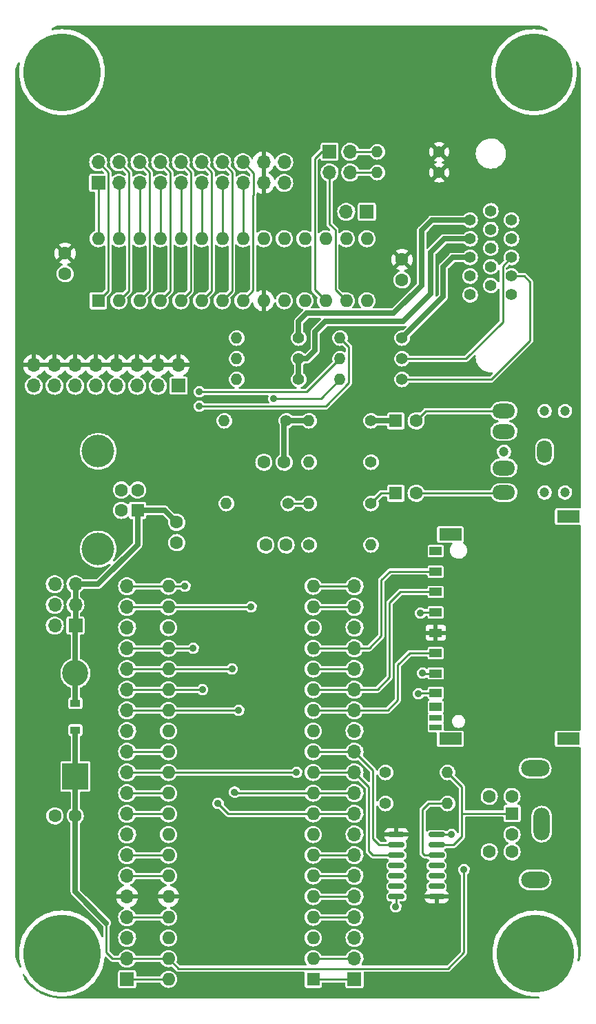
<source format=gbr>
G04 #@! TF.GenerationSoftware,KiCad,Pcbnew,(6.0.1)*
G04 #@! TF.CreationDate,2022-05-17T17:10:53-04:00*
G04 #@! TF.ProjectId,PiPicoMite01,50695069-636f-44d6-9974-6530312e6b69,2*
G04 #@! TF.SameCoordinates,Original*
G04 #@! TF.FileFunction,Copper,L1,Top*
G04 #@! TF.FilePolarity,Positive*
%FSLAX46Y46*%
G04 Gerber Fmt 4.6, Leading zero omitted, Abs format (unit mm)*
G04 Created by KiCad (PCBNEW (6.0.1)) date 2022-05-17 17:10:53*
%MOMM*%
%LPD*%
G01*
G04 APERTURE LIST*
G04 Aperture macros list*
%AMRoundRect*
0 Rectangle with rounded corners*
0 $1 Rounding radius*
0 $2 $3 $4 $5 $6 $7 $8 $9 X,Y pos of 4 corners*
0 Add a 4 corners polygon primitive as box body*
4,1,4,$2,$3,$4,$5,$6,$7,$8,$9,$2,$3,0*
0 Add four circle primitives for the rounded corners*
1,1,$1+$1,$2,$3*
1,1,$1+$1,$4,$5*
1,1,$1+$1,$6,$7*
1,1,$1+$1,$8,$9*
0 Add four rect primitives between the rounded corners*
20,1,$1+$1,$2,$3,$4,$5,0*
20,1,$1+$1,$4,$5,$6,$7,0*
20,1,$1+$1,$6,$7,$8,$9,0*
20,1,$1+$1,$8,$9,$2,$3,0*%
G04 Aperture macros list end*
G04 #@! TA.AperFunction,ComponentPad*
%ADD10C,9.525000*%
G04 #@! TD*
G04 #@! TA.AperFunction,ComponentPad*
%ADD11C,1.397000*%
G04 #@! TD*
G04 #@! TA.AperFunction,SMDPad,CuDef*
%ADD12R,1.500000X1.000000*%
G04 #@! TD*
G04 #@! TA.AperFunction,SMDPad,CuDef*
%ADD13R,1.500000X0.700000*%
G04 #@! TD*
G04 #@! TA.AperFunction,SMDPad,CuDef*
%ADD14R,2.800000X1.500000*%
G04 #@! TD*
G04 #@! TA.AperFunction,ComponentPad*
%ADD15C,1.400000*%
G04 #@! TD*
G04 #@! TA.AperFunction,ComponentPad*
%ADD16O,1.400000X1.400000*%
G04 #@! TD*
G04 #@! TA.AperFunction,ComponentPad*
%ADD17R,1.600000X1.600000*%
G04 #@! TD*
G04 #@! TA.AperFunction,ComponentPad*
%ADD18O,1.600000X1.600000*%
G04 #@! TD*
G04 #@! TA.AperFunction,ComponentPad*
%ADD19C,1.600000*%
G04 #@! TD*
G04 #@! TA.AperFunction,ComponentPad*
%ADD20C,4.000000*%
G04 #@! TD*
G04 #@! TA.AperFunction,ComponentPad*
%ADD21R,1.700000X1.700000*%
G04 #@! TD*
G04 #@! TA.AperFunction,ComponentPad*
%ADD22O,1.700000X1.700000*%
G04 #@! TD*
G04 #@! TA.AperFunction,SMDPad,CuDef*
%ADD23R,1.200000X0.900000*%
G04 #@! TD*
G04 #@! TA.AperFunction,ComponentPad*
%ADD24R,3.200000X3.200000*%
G04 #@! TD*
G04 #@! TA.AperFunction,ComponentPad*
%ADD25O,3.200000X3.200000*%
G04 #@! TD*
G04 #@! TA.AperFunction,ComponentPad*
%ADD26C,1.200000*%
G04 #@! TD*
G04 #@! TA.AperFunction,ComponentPad*
%ADD27O,2.800000X1.800000*%
G04 #@! TD*
G04 #@! TA.AperFunction,ComponentPad*
%ADD28O,1.800000X2.800000*%
G04 #@! TD*
G04 #@! TA.AperFunction,SMDPad,CuDef*
%ADD29RoundRect,0.150000X-0.825000X-0.150000X0.825000X-0.150000X0.825000X0.150000X-0.825000X0.150000X0*%
G04 #@! TD*
G04 #@! TA.AperFunction,ComponentPad*
%ADD30O,3.500000X2.000000*%
G04 #@! TD*
G04 #@! TA.AperFunction,ComponentPad*
%ADD31O,2.000000X4.000000*%
G04 #@! TD*
G04 #@! TA.AperFunction,ViaPad*
%ADD32C,0.889000*%
G04 #@! TD*
G04 #@! TA.AperFunction,Conductor*
%ADD33C,0.254000*%
G04 #@! TD*
G04 #@! TA.AperFunction,Conductor*
%ADD34C,0.635000*%
G04 #@! TD*
G04 APERTURE END LIST*
D10*
X119000000Y-8000000D03*
X177165000Y-116205000D03*
X119000000Y-116205000D03*
X177000000Y-8000000D03*
D11*
X169157590Y-26169620D03*
X169157590Y-28460700D03*
X169157590Y-30746700D03*
X169157590Y-33040320D03*
X169157590Y-35328860D03*
X171697590Y-25024080D03*
X171697590Y-27315160D03*
X171697590Y-29606240D03*
X171697590Y-31894780D03*
X171697590Y-34185860D03*
X174237590Y-26169620D03*
X174237590Y-28460700D03*
X174235050Y-30749240D03*
X174237590Y-33040320D03*
X174237590Y-35328860D03*
D12*
X164926500Y-69320000D03*
X164926500Y-71820000D03*
X164926500Y-74320000D03*
X164926500Y-76820000D03*
X164926500Y-79320000D03*
X164926500Y-81820000D03*
X164926500Y-84240000D03*
X164926500Y-85940000D03*
X164926500Y-66820000D03*
D13*
X164926500Y-87280000D03*
X164926500Y-88420000D03*
D14*
X166726500Y-64750000D03*
X166726500Y-89850000D03*
X181226500Y-89850000D03*
X181226500Y-62550000D03*
D15*
X148082000Y-40640000D03*
D16*
X140462000Y-40640000D03*
D15*
X148082000Y-43180000D03*
D16*
X140462000Y-43180000D03*
D15*
X146812000Y-60960000D03*
D16*
X139192000Y-60960000D03*
D15*
X148082000Y-45720000D03*
D16*
X140462000Y-45720000D03*
D15*
X160782000Y-40640000D03*
D16*
X153162000Y-40640000D03*
D15*
X160782000Y-43180000D03*
D16*
X153162000Y-43180000D03*
D15*
X160782000Y-45720000D03*
D16*
X153162000Y-45720000D03*
D17*
X149865000Y-119375000D03*
D18*
X149865000Y-116835000D03*
X149865000Y-114295000D03*
X149865000Y-111755000D03*
X149865000Y-109215000D03*
X149865000Y-106675000D03*
X149865000Y-104135000D03*
X149865000Y-101595000D03*
X149865000Y-99055000D03*
X149865000Y-96515000D03*
X149865000Y-93975000D03*
X149865000Y-91435000D03*
X149865000Y-88895000D03*
X149865000Y-86355000D03*
X149865000Y-83815000D03*
X149865000Y-81275000D03*
X149865000Y-78735000D03*
X149865000Y-76195000D03*
X149865000Y-73655000D03*
X149865000Y-71115000D03*
X132085000Y-71115000D03*
X132085000Y-73655000D03*
X132085000Y-76195000D03*
X132085000Y-78735000D03*
X132085000Y-81275000D03*
X132085000Y-83815000D03*
X132085000Y-86355000D03*
X132085000Y-88895000D03*
X132085000Y-91435000D03*
X132085000Y-93975000D03*
X132085000Y-96515000D03*
X132085000Y-99055000D03*
X132085000Y-101595000D03*
X132085000Y-104135000D03*
X132085000Y-106675000D03*
X132085000Y-109215000D03*
X132085000Y-111755000D03*
X132085000Y-114295000D03*
X132085000Y-116835000D03*
X132085000Y-119375000D03*
D17*
X128304000Y-61798000D03*
D19*
X128304000Y-59298000D03*
X126304000Y-59298000D03*
X126304000Y-61798000D03*
D20*
X123444000Y-54548000D03*
X123444000Y-66548000D03*
D19*
X120630000Y-99314000D03*
X118130000Y-99314000D03*
D17*
X160020000Y-59690000D03*
D19*
X162520000Y-59690000D03*
X146538000Y-66040000D03*
X144038000Y-66040000D03*
X133096000Y-63266000D03*
X133096000Y-65766000D03*
X160782000Y-31008000D03*
X160782000Y-33508000D03*
X119380000Y-30246000D03*
X119380000Y-32746000D03*
D15*
X156972000Y-55880000D03*
D16*
X149352000Y-55880000D03*
D15*
X156972000Y-60960000D03*
D16*
X149352000Y-60960000D03*
D21*
X156464000Y-25146000D03*
D22*
X153924000Y-25146000D03*
D23*
X120650000Y-88772000D03*
X120650000Y-85472000D03*
D21*
X133335000Y-46502000D03*
D22*
X133335000Y-43962000D03*
X130795000Y-46502000D03*
X130795000Y-43962000D03*
X128255000Y-46502000D03*
X128255000Y-43962000D03*
X125715000Y-46502000D03*
X125715000Y-43962000D03*
X123175000Y-46502000D03*
X123175000Y-43962000D03*
X120635000Y-46502000D03*
X120635000Y-43962000D03*
X118095000Y-46502000D03*
X118095000Y-43962000D03*
X115555000Y-46502000D03*
X115555000Y-43962000D03*
D24*
X120650000Y-94488000D03*
D25*
X120650000Y-81788000D03*
D19*
X146304000Y-55880000D03*
X143804000Y-55880000D03*
D26*
X178308000Y-59610000D03*
X178308000Y-49610000D03*
X180808000Y-49610000D03*
X180808000Y-59610000D03*
X173308000Y-54610000D03*
D27*
X173308000Y-59610000D03*
X173308000Y-56610000D03*
D28*
X178308000Y-54610000D03*
D27*
X173308000Y-49610000D03*
X173308000Y-52110000D03*
D15*
X165354000Y-17780000D03*
D16*
X157734000Y-17780000D03*
D15*
X165354000Y-20320000D03*
D16*
X157734000Y-20320000D03*
D21*
X127000000Y-119380000D03*
D22*
X127000000Y-116840000D03*
X127000000Y-114300000D03*
X127000000Y-111760000D03*
X127000000Y-109220000D03*
X127000000Y-106680000D03*
X127000000Y-104140000D03*
X127000000Y-101600000D03*
X127000000Y-99060000D03*
X127000000Y-96520000D03*
X127000000Y-93980000D03*
X127000000Y-91440000D03*
X127000000Y-88900000D03*
X127000000Y-86360000D03*
X127000000Y-83820000D03*
X127000000Y-81280000D03*
X127000000Y-78740000D03*
X127000000Y-76200000D03*
X127000000Y-73660000D03*
X127000000Y-71120000D03*
D15*
X149352000Y-66040000D03*
D16*
X156972000Y-66040000D03*
D21*
X151887000Y-17775000D03*
D22*
X154427000Y-17775000D03*
X151887000Y-20315000D03*
X154427000Y-20315000D03*
D15*
X158750000Y-93980000D03*
D16*
X166370000Y-93980000D03*
D21*
X123449000Y-21595000D03*
D22*
X123449000Y-19055000D03*
X125989000Y-21595000D03*
X125989000Y-19055000D03*
X128529000Y-21595000D03*
X128529000Y-19055000D03*
X131069000Y-21595000D03*
X131069000Y-19055000D03*
X133609000Y-21595000D03*
X133609000Y-19055000D03*
X136149000Y-21595000D03*
X136149000Y-19055000D03*
X138689000Y-21595000D03*
X138689000Y-19055000D03*
X141229000Y-21595000D03*
X141229000Y-19055000D03*
X143769000Y-21595000D03*
X143769000Y-19055000D03*
X146309000Y-21595000D03*
X146309000Y-19055000D03*
D17*
X123454000Y-36058000D03*
D18*
X125994000Y-36058000D03*
X128534000Y-36058000D03*
X131074000Y-36058000D03*
X133614000Y-36058000D03*
X136154000Y-36058000D03*
X138694000Y-36058000D03*
X141234000Y-36058000D03*
X143774000Y-36058000D03*
X146314000Y-36058000D03*
X148854000Y-36058000D03*
X151394000Y-36058000D03*
X153934000Y-36058000D03*
X156474000Y-36058000D03*
X156474000Y-28438000D03*
X153934000Y-28438000D03*
X151394000Y-28438000D03*
X148854000Y-28438000D03*
X146314000Y-28438000D03*
X143774000Y-28438000D03*
X141234000Y-28438000D03*
X138694000Y-28438000D03*
X136154000Y-28438000D03*
X133614000Y-28438000D03*
X131074000Y-28438000D03*
X128534000Y-28438000D03*
X125994000Y-28438000D03*
X123454000Y-28438000D03*
D15*
X158750000Y-97790000D03*
D16*
X166370000Y-97790000D03*
D17*
X160020000Y-50800000D03*
D19*
X162520000Y-50800000D03*
D29*
X160085000Y-101600000D03*
X160085000Y-102870000D03*
X160085000Y-104140000D03*
X160085000Y-105410000D03*
X160085000Y-106680000D03*
X160085000Y-107950000D03*
X160085000Y-109220000D03*
X165035000Y-109220000D03*
X165035000Y-107950000D03*
X165035000Y-106680000D03*
X165035000Y-105410000D03*
X165035000Y-104140000D03*
X165035000Y-102870000D03*
X165035000Y-101600000D03*
D21*
X120655000Y-75946000D03*
D22*
X118115000Y-75946000D03*
X120655000Y-73406000D03*
X118115000Y-73406000D03*
X120655000Y-70866000D03*
X118115000Y-70866000D03*
D17*
X174301000Y-99020000D03*
D19*
X174301000Y-101620000D03*
X174301000Y-96920000D03*
X174301000Y-103720000D03*
X171501000Y-96920000D03*
X171501000Y-103720000D03*
D30*
X177151000Y-107170000D03*
X177151000Y-93470000D03*
D31*
X177951000Y-100320000D03*
D15*
X156972000Y-50800000D03*
D16*
X149352000Y-50800000D03*
D15*
X146558000Y-50800000D03*
D16*
X138938000Y-50800000D03*
D21*
X154940000Y-119375000D03*
D22*
X154940000Y-116835000D03*
X154940000Y-114295000D03*
X154940000Y-111755000D03*
X154940000Y-109215000D03*
X154940000Y-106675000D03*
X154940000Y-104135000D03*
X154940000Y-101595000D03*
X154940000Y-99055000D03*
X154940000Y-96515000D03*
X154940000Y-93975000D03*
X154940000Y-91435000D03*
X154940000Y-88895000D03*
X154940000Y-86355000D03*
X154940000Y-83815000D03*
X154940000Y-81275000D03*
X154940000Y-78735000D03*
X154940000Y-76195000D03*
X154940000Y-73655000D03*
X154940000Y-71115000D03*
D32*
X163322000Y-81788000D03*
X160020000Y-110490000D03*
X163068000Y-74422000D03*
X162814000Y-84328000D03*
X138176000Y-97790000D03*
X140208000Y-96393000D03*
X140716000Y-86360000D03*
X136276000Y-83815000D03*
X139891000Y-81280000D03*
X135128000Y-78740000D03*
X135890000Y-49022000D03*
X145034000Y-48069000D03*
X142240000Y-73660000D03*
X147828000Y-93980000D03*
X134112000Y-71120000D03*
X135890000Y-47244000D03*
X166878000Y-101600000D03*
X168402000Y-105918000D03*
D33*
X163170000Y-74320000D02*
X163068000Y-74422000D01*
X160085000Y-110425000D02*
X160020000Y-110490000D01*
X164926500Y-74320000D02*
X163170000Y-74320000D01*
X160085000Y-109220000D02*
X160085000Y-110425000D01*
X163354000Y-81820000D02*
X163322000Y-81788000D01*
X164926500Y-81820000D02*
X163354000Y-81820000D01*
D34*
X120650000Y-75951000D02*
X120655000Y-75946000D01*
X123444000Y-70866000D02*
X128304000Y-66006000D01*
X120655000Y-73406000D02*
X120655000Y-70866000D01*
X120650000Y-85472000D02*
X120650000Y-81788000D01*
X120655000Y-70866000D02*
X123444000Y-70866000D01*
X131628000Y-61798000D02*
X133096000Y-63266000D01*
X128304000Y-66006000D02*
X128304000Y-61798000D01*
X120650000Y-81788000D02*
X120650000Y-75951000D01*
X128304000Y-61798000D02*
X131628000Y-61798000D01*
X120655000Y-75946000D02*
X120655000Y-73406000D01*
D33*
X156972000Y-60960000D02*
X158242000Y-59690000D01*
X158242000Y-59690000D02*
X160020000Y-59690000D01*
D34*
X156972000Y-50800000D02*
X160020000Y-50800000D01*
D33*
X159280000Y-69320000D02*
X164926500Y-69320000D01*
X158242000Y-70358000D02*
X159280000Y-69320000D01*
X149865000Y-78735000D02*
X154940000Y-78735000D01*
X156723000Y-78735000D02*
X158242000Y-77216000D01*
X158242000Y-77216000D02*
X158242000Y-70358000D01*
X154940000Y-78735000D02*
X156723000Y-78735000D01*
X154940000Y-83815000D02*
X157739000Y-83815000D01*
X149865000Y-83815000D02*
X154940000Y-83815000D01*
X160590000Y-71820000D02*
X164926500Y-71820000D01*
X159258000Y-82296000D02*
X159258000Y-73152000D01*
X159258000Y-73152000D02*
X160590000Y-71820000D01*
X157739000Y-83815000D02*
X159258000Y-82296000D01*
X154940000Y-86355000D02*
X159009000Y-86355000D01*
X161726000Y-79320000D02*
X164926500Y-79320000D01*
X149865000Y-86355000D02*
X154940000Y-86355000D01*
X160274000Y-85090000D02*
X160274000Y-80772000D01*
X159009000Y-86355000D02*
X160274000Y-85090000D01*
X160274000Y-80772000D02*
X161726000Y-79320000D01*
X149865000Y-81275000D02*
X154940000Y-81275000D01*
X162902000Y-84240000D02*
X162814000Y-84328000D01*
X164926500Y-84240000D02*
X162902000Y-84240000D01*
X149865000Y-119375000D02*
X154940000Y-119375000D01*
X149865000Y-116835000D02*
X154940000Y-116835000D01*
X149865000Y-111755000D02*
X154940000Y-111755000D01*
X149865000Y-109215000D02*
X154940000Y-109215000D01*
X149865000Y-106675000D02*
X154940000Y-106675000D01*
X149865000Y-104135000D02*
X154940000Y-104135000D01*
X139441000Y-99055000D02*
X138176000Y-97790000D01*
X149865000Y-99055000D02*
X139441000Y-99055000D01*
X149865000Y-99055000D02*
X154940000Y-99055000D01*
X140330000Y-96515000D02*
X149865000Y-96515000D01*
X149865000Y-96515000D02*
X154940000Y-96515000D01*
D34*
X140208000Y-96393000D02*
X140330000Y-96515000D01*
D33*
X156718000Y-103632000D02*
X156718000Y-95753000D01*
X149865000Y-93975000D02*
X154940000Y-93975000D01*
X157226000Y-104140000D02*
X156718000Y-103632000D01*
X160085000Y-104140000D02*
X157226000Y-104140000D01*
X156718000Y-95753000D02*
X154940000Y-93975000D01*
D34*
X165862000Y-31877000D02*
X166992300Y-30746700D01*
X166992300Y-30746700D02*
X169157590Y-30746700D01*
X160782000Y-40640000D02*
X165862000Y-35560000D01*
X165862000Y-35560000D02*
X165862000Y-31877000D01*
X150114000Y-39878000D02*
X151384000Y-38608000D01*
X164338000Y-30099000D02*
X165976300Y-28460700D01*
X148082000Y-43180000D02*
X149098000Y-43180000D01*
X160909000Y-38608000D02*
X164338000Y-35179000D01*
X164338000Y-35179000D02*
X164338000Y-30099000D01*
X151384000Y-38608000D02*
X160909000Y-38608000D01*
X150114000Y-42164000D02*
X150114000Y-39878000D01*
X148082000Y-43180000D02*
X148082000Y-45720000D01*
X165976300Y-28460700D02*
X169157590Y-28460700D01*
X149098000Y-43180000D02*
X150114000Y-42164000D01*
X164457380Y-26169620D02*
X169157590Y-26169620D01*
X159766000Y-37592000D02*
X163195000Y-34163000D01*
X149098000Y-37592000D02*
X159766000Y-37592000D01*
X163195000Y-27432000D02*
X164457380Y-26169620D01*
X148082000Y-40640000D02*
X148082000Y-38608000D01*
X148082000Y-38608000D02*
X149098000Y-37592000D01*
X163195000Y-34163000D02*
X163195000Y-27432000D01*
D33*
X149865000Y-91435000D02*
X154940000Y-91435000D01*
X157988000Y-102870000D02*
X157226000Y-102108000D01*
X157226000Y-93721000D02*
X154940000Y-91435000D01*
X160085000Y-102870000D02*
X157988000Y-102870000D01*
X157226000Y-102108000D02*
X157226000Y-93721000D01*
X151394000Y-36058000D02*
X150034511Y-34698511D01*
X150881000Y-17775000D02*
X151887000Y-17775000D01*
X150034511Y-34698511D02*
X150034511Y-18621489D01*
X150034511Y-18621489D02*
X150881000Y-17775000D01*
X149865000Y-73655000D02*
X154940000Y-73655000D01*
X152574511Y-34698511D02*
X152574511Y-27352511D01*
X151887000Y-20315000D02*
X151887000Y-26665000D01*
X149865000Y-71115000D02*
X154940000Y-71115000D01*
X153934000Y-36058000D02*
X152574511Y-34698511D01*
X151887000Y-26665000D02*
X152574511Y-27352511D01*
X157729000Y-17775000D02*
X157734000Y-17780000D01*
X154427000Y-17775000D02*
X157729000Y-17775000D01*
X157729000Y-20315000D02*
X157734000Y-20320000D01*
X154427000Y-20315000D02*
X157729000Y-20315000D01*
X132080000Y-104140000D02*
X132085000Y-104135000D01*
X127000000Y-104140000D02*
X132080000Y-104140000D01*
X132080000Y-99060000D02*
X132085000Y-99055000D01*
X127000000Y-99060000D02*
X132080000Y-99060000D01*
X127000000Y-96520000D02*
X132080000Y-96520000D01*
X132080000Y-96520000D02*
X132085000Y-96515000D01*
X132080000Y-91440000D02*
X132085000Y-91435000D01*
X127000000Y-91440000D02*
X132080000Y-91440000D01*
X127000000Y-86360000D02*
X132080000Y-86360000D01*
X140711000Y-86355000D02*
X140716000Y-86360000D01*
X132085000Y-86355000D02*
X140711000Y-86355000D01*
X132080000Y-86360000D02*
X132085000Y-86355000D01*
X132085000Y-83815000D02*
X136276000Y-83815000D01*
X127000000Y-83820000D02*
X132080000Y-83820000D01*
X132080000Y-83820000D02*
X132085000Y-83815000D01*
X124679511Y-34832489D02*
X124679511Y-20285511D01*
X124679511Y-20285511D02*
X123449000Y-19055000D01*
X123454000Y-36058000D02*
X124679511Y-34832489D01*
X123454000Y-21600000D02*
X123449000Y-21595000D01*
X123454000Y-28438000D02*
X123454000Y-21600000D01*
X127219511Y-34832489D02*
X127219511Y-20285511D01*
X127219511Y-20285511D02*
X125989000Y-19055000D01*
X125994000Y-36058000D02*
X127219511Y-34832489D01*
X125994000Y-28438000D02*
X125994000Y-21600000D01*
X125994000Y-21600000D02*
X125989000Y-21595000D01*
X129759511Y-34832489D02*
X129759511Y-20285511D01*
X129759511Y-20285511D02*
X128529000Y-19055000D01*
X128534000Y-36058000D02*
X129759511Y-34832489D01*
X128534000Y-28438000D02*
X128534000Y-21600000D01*
X128534000Y-21600000D02*
X128529000Y-21595000D01*
X132299511Y-34832489D02*
X132299511Y-20285511D01*
X131074000Y-36058000D02*
X132299511Y-34832489D01*
X132299511Y-20285511D02*
X131069000Y-19055000D01*
X131074000Y-21600000D02*
X131069000Y-21595000D01*
X131074000Y-28438000D02*
X131074000Y-21600000D01*
X134839511Y-20285511D02*
X133609000Y-19055000D01*
X133614000Y-36058000D02*
X134794511Y-34877489D01*
X134839511Y-22735511D02*
X134839511Y-20285511D01*
X134794511Y-34877489D02*
X134794511Y-22780511D01*
X134794511Y-22780511D02*
X134839511Y-22735511D01*
X133614000Y-28438000D02*
X133614000Y-21600000D01*
X133614000Y-21600000D02*
X133609000Y-21595000D01*
X137379511Y-20285511D02*
X136149000Y-19055000D01*
X137379511Y-34832489D02*
X137379511Y-20285511D01*
X136154000Y-36058000D02*
X137379511Y-34832489D01*
X136154000Y-21600000D02*
X136149000Y-21595000D01*
X136154000Y-28438000D02*
X136154000Y-21600000D01*
X139919511Y-20285511D02*
X138689000Y-19055000D01*
X139919511Y-23487991D02*
X139919511Y-20285511D01*
X139874511Y-23532991D02*
X139919511Y-23487991D01*
X139874511Y-34877489D02*
X139874511Y-23532991D01*
X138694000Y-36058000D02*
X139874511Y-34877489D01*
X138694000Y-21600000D02*
X138689000Y-21595000D01*
X138694000Y-28438000D02*
X138694000Y-21600000D01*
X141234000Y-36058000D02*
X142494000Y-34798000D01*
X142538489Y-20364489D02*
X142538489Y-23069511D01*
X142538489Y-23069511D02*
X142494000Y-23114000D01*
X142494000Y-34798000D02*
X142494000Y-23114000D01*
X141229000Y-19055000D02*
X142538489Y-20364489D01*
X141234000Y-28438000D02*
X141234000Y-21600000D01*
X141234000Y-21600000D02*
X141229000Y-21595000D01*
X132080000Y-119380000D02*
X132085000Y-119375000D01*
X127000000Y-119380000D02*
X132080000Y-119380000D01*
X132080000Y-111760000D02*
X132085000Y-111755000D01*
X127000000Y-111760000D02*
X132080000Y-111760000D01*
X132080000Y-106680000D02*
X132085000Y-106675000D01*
X127000000Y-106680000D02*
X132080000Y-106680000D01*
X173308000Y-49610000D02*
X163710000Y-49610000D01*
X163710000Y-49610000D02*
X162520000Y-50800000D01*
X132080000Y-81280000D02*
X132085000Y-81275000D01*
X139886000Y-81275000D02*
X139891000Y-81280000D01*
X132085000Y-81275000D02*
X139886000Y-81275000D01*
X127000000Y-81280000D02*
X132080000Y-81280000D01*
X154242511Y-41720511D02*
X154242511Y-46167563D01*
X151388074Y-49022000D02*
X135890000Y-49022000D01*
X135128000Y-78740000D02*
X135123000Y-78735000D01*
X127000000Y-78740000D02*
X132080000Y-78740000D01*
X153162000Y-40640000D02*
X154242511Y-41720511D01*
X132080000Y-78740000D02*
X132085000Y-78735000D01*
X154242511Y-46167563D02*
X151388074Y-49022000D01*
X135123000Y-78735000D02*
X132085000Y-78735000D01*
X145034000Y-48069000D02*
X150813000Y-48069000D01*
X132085000Y-73655000D02*
X142235000Y-73655000D01*
X142235000Y-73655000D02*
X142240000Y-73660000D01*
X127000000Y-73660000D02*
X132080000Y-73660000D01*
X132080000Y-73660000D02*
X132085000Y-73655000D01*
X150813000Y-48069000D02*
X153162000Y-45720000D01*
X173158579Y-38677421D02*
X173158579Y-31825711D01*
X160782000Y-43180000D02*
X168656000Y-43180000D01*
X168656000Y-43180000D02*
X173158579Y-38677421D01*
X173158579Y-31825711D02*
X174235050Y-30749240D01*
X171747074Y-45720000D02*
X176530000Y-40937074D01*
X176530000Y-33782000D02*
X175788320Y-33040320D01*
X176530000Y-40937074D02*
X176530000Y-33782000D01*
X175788320Y-33040320D02*
X174237590Y-33040320D01*
X160782000Y-45720000D02*
X171747074Y-45720000D01*
X132080000Y-93980000D02*
X132085000Y-93975000D01*
X147823000Y-93975000D02*
X147828000Y-93980000D01*
X132085000Y-93975000D02*
X147823000Y-93975000D01*
X127000000Y-93980000D02*
X132080000Y-93980000D01*
X132085000Y-71115000D02*
X134107000Y-71115000D01*
X132080000Y-71120000D02*
X132085000Y-71115000D01*
X134107000Y-71115000D02*
X134112000Y-71120000D01*
X149098000Y-47244000D02*
X153162000Y-43180000D01*
X127000000Y-71120000D02*
X132080000Y-71120000D01*
X135890000Y-47244000D02*
X149098000Y-47244000D01*
D34*
X146304000Y-51054000D02*
X146558000Y-50800000D01*
X146558000Y-50800000D02*
X149352000Y-50800000D01*
X146304000Y-55880000D02*
X146304000Y-51054000D01*
D33*
X149352000Y-60960000D02*
X146812000Y-60960000D01*
X173228000Y-59690000D02*
X173308000Y-59610000D01*
X162520000Y-59690000D02*
X173228000Y-59690000D01*
X165035000Y-102870000D02*
X167132000Y-102870000D01*
X168188000Y-99020000D02*
X168148000Y-99060000D01*
X168148000Y-95758000D02*
X166370000Y-93980000D01*
X168148000Y-99060000D02*
X168148000Y-95758000D01*
X167132000Y-102870000D02*
X168148000Y-101854000D01*
X174301000Y-99020000D02*
X168188000Y-99020000D01*
X168148000Y-101854000D02*
X168148000Y-99060000D01*
X163576000Y-104140000D02*
X163322000Y-103886000D01*
X165035000Y-104140000D02*
X163576000Y-104140000D01*
X164084000Y-97790000D02*
X166370000Y-97790000D01*
X163322000Y-98552000D02*
X164084000Y-97790000D01*
X163322000Y-103886000D02*
X163322000Y-98552000D01*
X132085000Y-116835000D02*
X133315511Y-118065511D01*
X125222000Y-116840000D02*
X124460000Y-116078000D01*
X132080000Y-116840000D02*
X132085000Y-116835000D01*
X127000000Y-116840000D02*
X125222000Y-116840000D01*
D34*
X120630000Y-99314000D02*
X120630000Y-108650816D01*
X120650000Y-94488000D02*
X120650000Y-99294000D01*
X120630000Y-108650816D02*
X124460000Y-112480816D01*
X120650000Y-94488000D02*
X120650000Y-88772000D01*
D33*
X168402000Y-116078000D02*
X168402000Y-105918000D01*
D34*
X120650000Y-99294000D02*
X120630000Y-99314000D01*
D33*
X133315511Y-118065511D02*
X166414489Y-118065511D01*
X124460000Y-116078000D02*
X124460000Y-112480816D01*
X165035000Y-101600000D02*
X166878000Y-101600000D01*
X166414489Y-118065511D02*
X168402000Y-116078000D01*
X127000000Y-116840000D02*
X132080000Y-116840000D01*
G04 #@! TA.AperFunction,Conductor*
G36*
X176987153Y-2256421D02*
G01*
X177000000Y-2258976D01*
X177012172Y-2256555D01*
X177021195Y-2256555D01*
X177035786Y-2255406D01*
X177225125Y-2262845D01*
X177445876Y-2271519D01*
X177455738Y-2272295D01*
X177700950Y-2301317D01*
X177868868Y-2321192D01*
X177913868Y-2335420D01*
X178646004Y-2730315D01*
X178696464Y-2780258D01*
X178711913Y-2849553D01*
X178687445Y-2916201D01*
X178630829Y-2959039D01*
X178560040Y-2964469D01*
X178548308Y-2961382D01*
X178405012Y-2916201D01*
X178368165Y-2904583D01*
X178368160Y-2904582D01*
X178365535Y-2903754D01*
X177916172Y-2804133D01*
X177913452Y-2803775D01*
X177913447Y-2803774D01*
X177734824Y-2780258D01*
X177459836Y-2744055D01*
X177457087Y-2743935D01*
X177457076Y-2743934D01*
X177002748Y-2724098D01*
X177000000Y-2723978D01*
X176997252Y-2724098D01*
X176542924Y-2743934D01*
X176542913Y-2743935D01*
X176540164Y-2744055D01*
X176265176Y-2780258D01*
X176086553Y-2803774D01*
X176086548Y-2803775D01*
X176083828Y-2804133D01*
X175634465Y-2903754D01*
X175631840Y-2904582D01*
X175631835Y-2904583D01*
X175198122Y-3041332D01*
X175198114Y-3041335D01*
X175195494Y-3042161D01*
X174770257Y-3218300D01*
X174361989Y-3430831D01*
X173973798Y-3678136D01*
X173818278Y-3797471D01*
X173610806Y-3956669D01*
X173610800Y-3956674D01*
X173608638Y-3958333D01*
X173269289Y-4269289D01*
X172958333Y-4608638D01*
X172956674Y-4610800D01*
X172956669Y-4610806D01*
X172947630Y-4622586D01*
X172678136Y-4973798D01*
X172430831Y-5361989D01*
X172218300Y-5770257D01*
X172042161Y-6195494D01*
X172041335Y-6198114D01*
X172041332Y-6198122D01*
X171912294Y-6607380D01*
X171903754Y-6634465D01*
X171804133Y-7083828D01*
X171803775Y-7086548D01*
X171803774Y-7086553D01*
X171781279Y-7257423D01*
X171744055Y-7540164D01*
X171743935Y-7542913D01*
X171743934Y-7542924D01*
X171743445Y-7554124D01*
X171723978Y-8000000D01*
X171744055Y-8459836D01*
X171804133Y-8916172D01*
X171903754Y-9365535D01*
X172042161Y-9804506D01*
X172218300Y-10229743D01*
X172430831Y-10638011D01*
X172678136Y-11026202D01*
X172958333Y-11391362D01*
X173269289Y-11730711D01*
X173608638Y-12041667D01*
X173610800Y-12043326D01*
X173610806Y-12043331D01*
X173734853Y-12138515D01*
X173973798Y-12321864D01*
X174361989Y-12569169D01*
X174770257Y-12781700D01*
X175195494Y-12957839D01*
X175198114Y-12958665D01*
X175198122Y-12958668D01*
X175631835Y-13095417D01*
X175631840Y-13095418D01*
X175634465Y-13096246D01*
X176083828Y-13195867D01*
X176086548Y-13196225D01*
X176086553Y-13196226D01*
X176257423Y-13218721D01*
X176540164Y-13255945D01*
X176542913Y-13256065D01*
X176542924Y-13256066D01*
X176997252Y-13275902D01*
X177000000Y-13276022D01*
X177002748Y-13275902D01*
X177457076Y-13256066D01*
X177457087Y-13256065D01*
X177459836Y-13255945D01*
X177742577Y-13218721D01*
X177913447Y-13196226D01*
X177913452Y-13196225D01*
X177916172Y-13195867D01*
X178365535Y-13096246D01*
X178368160Y-13095418D01*
X178368165Y-13095417D01*
X178801878Y-12958668D01*
X178801886Y-12958665D01*
X178804506Y-12957839D01*
X179229743Y-12781700D01*
X179638011Y-12569169D01*
X180026202Y-12321864D01*
X180265147Y-12138515D01*
X180389194Y-12043331D01*
X180389200Y-12043326D01*
X180391362Y-12041667D01*
X180730711Y-11730711D01*
X181041667Y-11391362D01*
X181321864Y-11026202D01*
X181569169Y-10638011D01*
X181781700Y-10229743D01*
X181957839Y-9804506D01*
X182096246Y-9365535D01*
X182195867Y-8916172D01*
X182255945Y-8459836D01*
X182276022Y-8000000D01*
X182256555Y-7554124D01*
X182256066Y-7542924D01*
X182256065Y-7542913D01*
X182255945Y-7540164D01*
X182218721Y-7257423D01*
X182196226Y-7086553D01*
X182196225Y-7086548D01*
X182195867Y-7083828D01*
X182141280Y-6837602D01*
X182146064Y-6766768D01*
X182188384Y-6709764D01*
X182254806Y-6684690D01*
X182324239Y-6699506D01*
X182376991Y-6753983D01*
X182704087Y-7408173D01*
X182716515Y-7449711D01*
X182727705Y-7544262D01*
X182728481Y-7554124D01*
X182744594Y-7964210D01*
X182743445Y-7978805D01*
X182743445Y-7987828D01*
X182741024Y-8000000D01*
X182743445Y-8012170D01*
X182743579Y-8012844D01*
X182746000Y-8037425D01*
X182746000Y-61419500D01*
X182725998Y-61487621D01*
X182672342Y-61534114D01*
X182620000Y-61545500D01*
X180268631Y-61545501D01*
X179801434Y-61545501D01*
X179765682Y-61552612D01*
X179739374Y-61557844D01*
X179739372Y-61557845D01*
X179727199Y-61560266D01*
X179716879Y-61567161D01*
X179716878Y-61567162D01*
X179701113Y-61577696D01*
X179643016Y-61616516D01*
X179586766Y-61700699D01*
X179572000Y-61774933D01*
X179572001Y-63325066D01*
X179586766Y-63399301D01*
X179643016Y-63483484D01*
X179727199Y-63539734D01*
X179801433Y-63554500D01*
X180268516Y-63554500D01*
X182620000Y-63554499D01*
X182688121Y-63574501D01*
X182734614Y-63628157D01*
X182746000Y-63680499D01*
X182746000Y-88719500D01*
X182725998Y-88787621D01*
X182672342Y-88834114D01*
X182620000Y-88845500D01*
X180268631Y-88845501D01*
X179801434Y-88845501D01*
X179765682Y-88852612D01*
X179739374Y-88857844D01*
X179739372Y-88857845D01*
X179727199Y-88860266D01*
X179716879Y-88867161D01*
X179716878Y-88867162D01*
X179669971Y-88898505D01*
X179643016Y-88916516D01*
X179586766Y-89000699D01*
X179572000Y-89074933D01*
X179572001Y-90625066D01*
X179579112Y-90660818D01*
X179583457Y-90682662D01*
X179586766Y-90699301D01*
X179643016Y-90783484D01*
X179727199Y-90839734D01*
X179801433Y-90854500D01*
X180268516Y-90854500D01*
X182620000Y-90854499D01*
X182688121Y-90874501D01*
X182734614Y-90928157D01*
X182746000Y-90980499D01*
X182746000Y-115962575D01*
X182743579Y-115987153D01*
X182741024Y-116000000D01*
X182743445Y-116012172D01*
X182743445Y-116021195D01*
X182744594Y-116035786D01*
X182740029Y-116151974D01*
X182728481Y-116445876D01*
X182727705Y-116455738D01*
X182708167Y-116620817D01*
X182677226Y-116882243D01*
X182677086Y-116883423D01*
X182672768Y-116904409D01*
X182617421Y-117091204D01*
X182578890Y-117150836D01*
X182514237Y-117180170D01*
X182443988Y-117169894D01*
X182390447Y-117123269D01*
X182370612Y-117055099D01*
X182371690Y-117038963D01*
X182374169Y-117020136D01*
X182420945Y-116664836D01*
X182422342Y-116632859D01*
X182440902Y-116207748D01*
X182441022Y-116205000D01*
X182437594Y-116126476D01*
X182421066Y-115747924D01*
X182421065Y-115747913D01*
X182420945Y-115745164D01*
X182383721Y-115462423D01*
X182361226Y-115291553D01*
X182361225Y-115291548D01*
X182360867Y-115288828D01*
X182261246Y-114839465D01*
X182231680Y-114745693D01*
X182123668Y-114403122D01*
X182123665Y-114403114D01*
X182122839Y-114400494D01*
X181946700Y-113975257D01*
X181734169Y-113566989D01*
X181486864Y-113178798D01*
X181279262Y-112908246D01*
X181208331Y-112815806D01*
X181208326Y-112815800D01*
X181206667Y-112813638D01*
X180895711Y-112474289D01*
X180556362Y-112163333D01*
X180554200Y-112161674D01*
X180554194Y-112161669D01*
X180368803Y-112019414D01*
X180191202Y-111883136D01*
X179803011Y-111635831D01*
X179394743Y-111423300D01*
X178969506Y-111247161D01*
X178966886Y-111246335D01*
X178966878Y-111246332D01*
X178533165Y-111109583D01*
X178533160Y-111109582D01*
X178530535Y-111108754D01*
X178081172Y-111009133D01*
X178078452Y-111008775D01*
X178078447Y-111008774D01*
X177907577Y-110986279D01*
X177624836Y-110949055D01*
X177622087Y-110948935D01*
X177622076Y-110948934D01*
X177167748Y-110929098D01*
X177165000Y-110928978D01*
X177162252Y-110929098D01*
X176707924Y-110948934D01*
X176707913Y-110948935D01*
X176705164Y-110949055D01*
X176422423Y-110986279D01*
X176251553Y-111008774D01*
X176251548Y-111008775D01*
X176248828Y-111009133D01*
X175799465Y-111108754D01*
X175796840Y-111109582D01*
X175796835Y-111109583D01*
X175363122Y-111246332D01*
X175363114Y-111246335D01*
X175360494Y-111247161D01*
X174935257Y-111423300D01*
X174526989Y-111635831D01*
X174138798Y-111883136D01*
X173961197Y-112019414D01*
X173775806Y-112161669D01*
X173775800Y-112161674D01*
X173773638Y-112163333D01*
X173434289Y-112474289D01*
X173123333Y-112813638D01*
X173121674Y-112815800D01*
X173121669Y-112815806D01*
X173050738Y-112908246D01*
X172843136Y-113178798D01*
X172595831Y-113566989D01*
X172383300Y-113975257D01*
X172207161Y-114400494D01*
X172206335Y-114403114D01*
X172206332Y-114403122D01*
X172098320Y-114745693D01*
X172068754Y-114839465D01*
X171969133Y-115288828D01*
X171968775Y-115291548D01*
X171968774Y-115291553D01*
X171946279Y-115462423D01*
X171909055Y-115745164D01*
X171908935Y-115747913D01*
X171908934Y-115747924D01*
X171892406Y-116126476D01*
X171888978Y-116205000D01*
X171889098Y-116207748D01*
X171907659Y-116632859D01*
X171909055Y-116664836D01*
X171939584Y-116896727D01*
X171966386Y-117100304D01*
X171969133Y-117121172D01*
X172068754Y-117570535D01*
X172069582Y-117573160D01*
X172069583Y-117573165D01*
X172187606Y-117947485D01*
X172207161Y-118009506D01*
X172334108Y-118315983D01*
X172381893Y-118431345D01*
X172383300Y-118434743D01*
X172595831Y-118843011D01*
X172843136Y-119231202D01*
X173123333Y-119596362D01*
X173434289Y-119935711D01*
X173773638Y-120246667D01*
X173775800Y-120248326D01*
X173775806Y-120248331D01*
X173874813Y-120324301D01*
X174138798Y-120526864D01*
X174526989Y-120774169D01*
X174935257Y-120986700D01*
X175360494Y-121162839D01*
X175363114Y-121163665D01*
X175363122Y-121163668D01*
X175796835Y-121300417D01*
X175796840Y-121300418D01*
X175799465Y-121301246D01*
X176248828Y-121400867D01*
X176251548Y-121401225D01*
X176251553Y-121401226D01*
X176393496Y-121419913D01*
X176705164Y-121460945D01*
X176707913Y-121461065D01*
X176707924Y-121461066D01*
X177162252Y-121480902D01*
X177165000Y-121481022D01*
X177535624Y-121464840D01*
X177604552Y-121481852D01*
X177653341Y-121533428D01*
X177666501Y-121603194D01*
X177639853Y-121669000D01*
X177581858Y-121709953D01*
X177555929Y-121715847D01*
X177455738Y-121727705D01*
X177445876Y-121728481D01*
X177225125Y-121737155D01*
X177035786Y-121744594D01*
X177021195Y-121743445D01*
X177012172Y-121743445D01*
X177000000Y-121741024D01*
X176987153Y-121743579D01*
X176962575Y-121746000D01*
X119037425Y-121746000D01*
X119012847Y-121743579D01*
X119000000Y-121741024D01*
X118987828Y-121743445D01*
X118978805Y-121743445D01*
X118964214Y-121744594D01*
X118774875Y-121737155D01*
X118554124Y-121728481D01*
X118544261Y-121727705D01*
X118106038Y-121675838D01*
X118096267Y-121674290D01*
X117663476Y-121588203D01*
X117653855Y-121585893D01*
X117229155Y-121466115D01*
X117219746Y-121463058D01*
X116805744Y-121310325D01*
X116796604Y-121306539D01*
X116783325Y-121300417D01*
X116395858Y-121121793D01*
X116387045Y-121117302D01*
X116002048Y-120901693D01*
X115993612Y-120896524D01*
X115918267Y-120846180D01*
X115626697Y-120651359D01*
X115618708Y-120645555D01*
X115414411Y-120484500D01*
X115272161Y-120372359D01*
X115264638Y-120365934D01*
X115017699Y-120137667D01*
X114940588Y-120066386D01*
X114933614Y-120059412D01*
X114699343Y-119805979D01*
X114634066Y-119735362D01*
X114627641Y-119727839D01*
X114414851Y-119457917D01*
X114397808Y-119429120D01*
X114373369Y-119371512D01*
X114312860Y-119228885D01*
X114157896Y-118863611D01*
X114149705Y-118793089D01*
X114180941Y-118729333D01*
X114241688Y-118692586D01*
X114312659Y-118694515D01*
X114371320Y-118734507D01*
X114385646Y-118756211D01*
X114430831Y-118843011D01*
X114678136Y-119231202D01*
X114958333Y-119596362D01*
X115269289Y-119935711D01*
X115608638Y-120246667D01*
X115610800Y-120248326D01*
X115610806Y-120248331D01*
X115709813Y-120324301D01*
X115973798Y-120526864D01*
X116361989Y-120774169D01*
X116770257Y-120986700D01*
X117195494Y-121162839D01*
X117198114Y-121163665D01*
X117198122Y-121163668D01*
X117631835Y-121300417D01*
X117631840Y-121300418D01*
X117634465Y-121301246D01*
X118083828Y-121400867D01*
X118086548Y-121401225D01*
X118086553Y-121401226D01*
X118228496Y-121419913D01*
X118540164Y-121460945D01*
X118542913Y-121461065D01*
X118542924Y-121461066D01*
X118997252Y-121480902D01*
X119000000Y-121481022D01*
X119002748Y-121480902D01*
X119457076Y-121461066D01*
X119457087Y-121461065D01*
X119459836Y-121460945D01*
X119771504Y-121419913D01*
X119913447Y-121401226D01*
X119913452Y-121401225D01*
X119916172Y-121400867D01*
X120365535Y-121301246D01*
X120368160Y-121300418D01*
X120368165Y-121300417D01*
X120801878Y-121163668D01*
X120801886Y-121163665D01*
X120804506Y-121162839D01*
X121229743Y-120986700D01*
X121638011Y-120774169D01*
X122026202Y-120526864D01*
X122290187Y-120324301D01*
X122389194Y-120248331D01*
X122389200Y-120248326D01*
X122391362Y-120246667D01*
X122730711Y-119935711D01*
X123041667Y-119596362D01*
X123321864Y-119231202D01*
X123569169Y-118843011D01*
X123745161Y-118504933D01*
X125895500Y-118504933D01*
X125895501Y-120255066D01*
X125910266Y-120329301D01*
X125917161Y-120339620D01*
X125917162Y-120339622D01*
X125936988Y-120369293D01*
X125966516Y-120413484D01*
X126050699Y-120469734D01*
X126124933Y-120484500D01*
X126999858Y-120484500D01*
X127875066Y-120484499D01*
X127910818Y-120477388D01*
X127937126Y-120472156D01*
X127937128Y-120472155D01*
X127949301Y-120469734D01*
X127959621Y-120462839D01*
X127959622Y-120462838D01*
X128023168Y-120420377D01*
X128033484Y-120413484D01*
X128089734Y-120329301D01*
X128104500Y-120255067D01*
X128104500Y-119887500D01*
X128124502Y-119819379D01*
X128178158Y-119772886D01*
X128230500Y-119761500D01*
X131021064Y-119761500D01*
X131089185Y-119781502D01*
X131133130Y-119829905D01*
X131194334Y-119948995D01*
X131322786Y-120111061D01*
X131327479Y-120115055D01*
X131327480Y-120115056D01*
X131420095Y-120193877D01*
X131480271Y-120245091D01*
X131660789Y-120345980D01*
X131857466Y-120409884D01*
X132062809Y-120434370D01*
X132068944Y-120433898D01*
X132068946Y-120433898D01*
X132262856Y-120418977D01*
X132262860Y-120418976D01*
X132268998Y-120418504D01*
X132468178Y-120362892D01*
X132473682Y-120360112D01*
X132473684Y-120360111D01*
X132647262Y-120272431D01*
X132647264Y-120272430D01*
X132652763Y-120269652D01*
X132815722Y-120142334D01*
X132819748Y-120137670D01*
X132819751Y-120137667D01*
X132946819Y-119990457D01*
X132946820Y-119990455D01*
X132950848Y-119985789D01*
X133009525Y-119882500D01*
X133049950Y-119811340D01*
X133049952Y-119811336D01*
X133052995Y-119805979D01*
X133118270Y-119609753D01*
X133144189Y-119404586D01*
X133144602Y-119375000D01*
X133124422Y-119169189D01*
X133064651Y-118971217D01*
X132967565Y-118788625D01*
X132963674Y-118783855D01*
X132963672Y-118783851D01*
X132840758Y-118633143D01*
X132840755Y-118633140D01*
X132836863Y-118628368D01*
X132829966Y-118622662D01*
X132682271Y-118500478D01*
X132682266Y-118500475D01*
X132677522Y-118496550D01*
X132672103Y-118493620D01*
X132672100Y-118493618D01*
X132501032Y-118401122D01*
X132501027Y-118401120D01*
X132495612Y-118398192D01*
X132298063Y-118337040D01*
X132291938Y-118336396D01*
X132291937Y-118336396D01*
X132098526Y-118316068D01*
X132098524Y-118316068D01*
X132092397Y-118315424D01*
X131978215Y-118325815D01*
X131892591Y-118333607D01*
X131892590Y-118333607D01*
X131886450Y-118334166D01*
X131688066Y-118392554D01*
X131682601Y-118395411D01*
X131510261Y-118485508D01*
X131510257Y-118485511D01*
X131504801Y-118488363D01*
X131500001Y-118492223D01*
X131500000Y-118492223D01*
X131491739Y-118498865D01*
X131343635Y-118617943D01*
X131210708Y-118776360D01*
X131207739Y-118781760D01*
X131207738Y-118781762D01*
X131124483Y-118933201D01*
X131074138Y-118983260D01*
X131014069Y-118998500D01*
X128230499Y-118998500D01*
X128162378Y-118978498D01*
X128115885Y-118924842D01*
X128104499Y-118872500D01*
X128104499Y-118504934D01*
X128092998Y-118447108D01*
X128092156Y-118442874D01*
X128092155Y-118442872D01*
X128089734Y-118430699D01*
X128077805Y-118412845D01*
X128040377Y-118356832D01*
X128033484Y-118346516D01*
X127949301Y-118290266D01*
X127875067Y-118275500D01*
X127000142Y-118275500D01*
X126124934Y-118275501D01*
X126089182Y-118282612D01*
X126062874Y-118287844D01*
X126062872Y-118287845D01*
X126050699Y-118290266D01*
X126040379Y-118297161D01*
X126040378Y-118297162D01*
X125987847Y-118332263D01*
X125966516Y-118346516D01*
X125959623Y-118356832D01*
X125924259Y-118409758D01*
X125910266Y-118430699D01*
X125895500Y-118504933D01*
X123745161Y-118504933D01*
X123781700Y-118434743D01*
X123783108Y-118431345D01*
X123830892Y-118315983D01*
X123957839Y-118009506D01*
X123977395Y-117947485D01*
X124095417Y-117573165D01*
X124095418Y-117573160D01*
X124096246Y-117570535D01*
X124195867Y-117121172D01*
X124197765Y-117106754D01*
X124251839Y-116696027D01*
X124280562Y-116631099D01*
X124339827Y-116592008D01*
X124410818Y-116591163D01*
X124465856Y-116623378D01*
X124913954Y-117071476D01*
X124929318Y-117090499D01*
X124930282Y-117091558D01*
X124935929Y-117100304D01*
X124944108Y-117106752D01*
X124944110Y-117106754D01*
X124962477Y-117121234D01*
X124966950Y-117125209D01*
X124967011Y-117125137D01*
X124970968Y-117128490D01*
X124974649Y-117132171D01*
X124978881Y-117135195D01*
X124990439Y-117143455D01*
X124995185Y-117147018D01*
X125035670Y-117178934D01*
X125044355Y-117181984D01*
X125051843Y-117187335D01*
X125101266Y-117202115D01*
X125106840Y-117203927D01*
X125155502Y-117221016D01*
X125161091Y-117221500D01*
X125163802Y-117221500D01*
X125166469Y-117221615D01*
X125166532Y-117221634D01*
X125166525Y-117221808D01*
X125167271Y-117221855D01*
X125173524Y-117223725D01*
X125227688Y-117221597D01*
X125232634Y-117221500D01*
X125878912Y-117221500D01*
X125947033Y-117241502D01*
X125993338Y-117294749D01*
X126039377Y-117394616D01*
X126042710Y-117399332D01*
X126099541Y-117479746D01*
X126156533Y-117560389D01*
X126301938Y-117702035D01*
X126470720Y-117814812D01*
X126476023Y-117817090D01*
X126476026Y-117817092D01*
X126609350Y-117874372D01*
X126657228Y-117894942D01*
X126730244Y-117911464D01*
X126849579Y-117938467D01*
X126849584Y-117938468D01*
X126855216Y-117939742D01*
X126860987Y-117939969D01*
X126860989Y-117939969D01*
X126920756Y-117942317D01*
X127058053Y-117947712D01*
X127158499Y-117933148D01*
X127253231Y-117919413D01*
X127253236Y-117919412D01*
X127258945Y-117918584D01*
X127264409Y-117916729D01*
X127264414Y-117916728D01*
X127445693Y-117855192D01*
X127445698Y-117855190D01*
X127451165Y-117853334D01*
X127628276Y-117754147D01*
X127690934Y-117702035D01*
X127779913Y-117628031D01*
X127784345Y-117624345D01*
X127808172Y-117595696D01*
X127910453Y-117472718D01*
X127910455Y-117472715D01*
X127914147Y-117468276D01*
X128013334Y-117291165D01*
X128014336Y-117291726D01*
X128056470Y-117242155D01*
X128125597Y-117221500D01*
X131021064Y-117221500D01*
X131089185Y-117241502D01*
X131133130Y-117289905D01*
X131194334Y-117408995D01*
X131322786Y-117571061D01*
X131327479Y-117575055D01*
X131327480Y-117575056D01*
X131389726Y-117628031D01*
X131480271Y-117705091D01*
X131660789Y-117805980D01*
X131857466Y-117869884D01*
X132062809Y-117894370D01*
X132068944Y-117893898D01*
X132068946Y-117893898D01*
X132262856Y-117878977D01*
X132262860Y-117878976D01*
X132268998Y-117878504D01*
X132448225Y-117828463D01*
X132519215Y-117829409D01*
X132571204Y-117860726D01*
X133007469Y-118296991D01*
X133022822Y-118316000D01*
X133023789Y-118317063D01*
X133029440Y-118325815D01*
X133055038Y-118345995D01*
X133055983Y-118346740D01*
X133060461Y-118350719D01*
X133060521Y-118350648D01*
X133064478Y-118354001D01*
X133068159Y-118357682D01*
X133072391Y-118360706D01*
X133072393Y-118360708D01*
X133083968Y-118368980D01*
X133088713Y-118372543D01*
X133129181Y-118404445D01*
X133137866Y-118407495D01*
X133145353Y-118412845D01*
X133194758Y-118427620D01*
X133200353Y-118429438D01*
X133249013Y-118446527D01*
X133254602Y-118447011D01*
X133257315Y-118447011D01*
X133259980Y-118447126D01*
X133260043Y-118447145D01*
X133260036Y-118447319D01*
X133260782Y-118447366D01*
X133267035Y-118449236D01*
X133316894Y-118447277D01*
X133321189Y-118447108D01*
X133326136Y-118447011D01*
X148684500Y-118447011D01*
X148752621Y-118467013D01*
X148799114Y-118520669D01*
X148810500Y-118573011D01*
X148810501Y-119401062D01*
X148810501Y-120200066D01*
X148817612Y-120235818D01*
X148822648Y-120261137D01*
X148825266Y-120274301D01*
X148832161Y-120284620D01*
X148832162Y-120284622D01*
X148853881Y-120317126D01*
X148881516Y-120358484D01*
X148965699Y-120414734D01*
X149039933Y-120429500D01*
X149864866Y-120429500D01*
X150690066Y-120429499D01*
X150725818Y-120422388D01*
X150752126Y-120417156D01*
X150752128Y-120417155D01*
X150764301Y-120414734D01*
X150774621Y-120407839D01*
X150774622Y-120407838D01*
X150838168Y-120365377D01*
X150848484Y-120358484D01*
X150904734Y-120274301D01*
X150919500Y-120200067D01*
X150919500Y-119882500D01*
X150939502Y-119814379D01*
X150993158Y-119767886D01*
X151045500Y-119756500D01*
X153709501Y-119756500D01*
X153777622Y-119776502D01*
X153824115Y-119830158D01*
X153835501Y-119882500D01*
X153835501Y-120250066D01*
X153850266Y-120324301D01*
X153857161Y-120334620D01*
X153857162Y-120334622D01*
X153880329Y-120369293D01*
X153906516Y-120408484D01*
X153990699Y-120464734D01*
X154064933Y-120479500D01*
X154939858Y-120479500D01*
X155815066Y-120479499D01*
X155851990Y-120472155D01*
X155877126Y-120467156D01*
X155877128Y-120467155D01*
X155889301Y-120464734D01*
X155899621Y-120457839D01*
X155899622Y-120457838D01*
X155963168Y-120415377D01*
X155973484Y-120408484D01*
X156029734Y-120324301D01*
X156044500Y-120250067D01*
X156044499Y-118573011D01*
X156064501Y-118504890D01*
X156118157Y-118458397D01*
X156170499Y-118447011D01*
X166360354Y-118447011D01*
X166384653Y-118449597D01*
X166386091Y-118449665D01*
X166396269Y-118451856D01*
X166429830Y-118447884D01*
X166435809Y-118447532D01*
X166435801Y-118447439D01*
X166440979Y-118447011D01*
X166446181Y-118447011D01*
X166465335Y-118443823D01*
X166471193Y-118442989D01*
X166487807Y-118441023D01*
X166512056Y-118438153D01*
X166512057Y-118438153D01*
X166522396Y-118436929D01*
X166530695Y-118432944D01*
X166539772Y-118431433D01*
X166585140Y-118406953D01*
X166590403Y-118404272D01*
X166629739Y-118385384D01*
X166629743Y-118385381D01*
X166636887Y-118381951D01*
X166641181Y-118378341D01*
X166643113Y-118376409D01*
X166645062Y-118374622D01*
X166645115Y-118374593D01*
X166645234Y-118374723D01*
X166645802Y-118374222D01*
X166651546Y-118371123D01*
X166661174Y-118360708D01*
X166684099Y-118335907D01*
X166688356Y-118331302D01*
X166691785Y-118327737D01*
X168633479Y-116386044D01*
X168652495Y-116370685D01*
X168653556Y-116369719D01*
X168662304Y-116364071D01*
X168683229Y-116337528D01*
X168687206Y-116333053D01*
X168687135Y-116332992D01*
X168690488Y-116329035D01*
X168694171Y-116325352D01*
X168705455Y-116309561D01*
X168709018Y-116304815D01*
X168734488Y-116272507D01*
X168734489Y-116272506D01*
X168740934Y-116264330D01*
X168743985Y-116255643D01*
X168749334Y-116248157D01*
X168754274Y-116231641D01*
X168764098Y-116198789D01*
X168765933Y-116193141D01*
X168783016Y-116144498D01*
X168783500Y-116138909D01*
X168783500Y-116136198D01*
X168783615Y-116133531D01*
X168783634Y-116133468D01*
X168783808Y-116133475D01*
X168783855Y-116132729D01*
X168785725Y-116126476D01*
X168783597Y-116072322D01*
X168783500Y-116067375D01*
X168783500Y-107209564D01*
X175142051Y-107209564D01*
X175168954Y-107431880D01*
X175234800Y-107645917D01*
X175237370Y-107650897D01*
X175237372Y-107650901D01*
X175301409Y-107774969D01*
X175337509Y-107844912D01*
X175473833Y-108022573D01*
X175477979Y-108026346D01*
X175477984Y-108026351D01*
X175593909Y-108131834D01*
X175639464Y-108173286D01*
X175829167Y-108292286D01*
X176036944Y-108375812D01*
X176042436Y-108376949D01*
X176042438Y-108376950D01*
X176159165Y-108401123D01*
X176256228Y-108421224D01*
X176260839Y-108421490D01*
X176260840Y-108421490D01*
X176311225Y-108424395D01*
X176311229Y-108424395D01*
X176313048Y-108424500D01*
X177957819Y-108424500D01*
X177960606Y-108424251D01*
X177960612Y-108424251D01*
X178029962Y-108418061D01*
X178124051Y-108409664D01*
X178340051Y-108350573D01*
X178345109Y-108348161D01*
X178345113Y-108348159D01*
X178537107Y-108256583D01*
X178537109Y-108256582D01*
X178542174Y-108254166D01*
X178566940Y-108236370D01*
X178719470Y-108126766D01*
X178719472Y-108126764D01*
X178724030Y-108123489D01*
X178826138Y-108018122D01*
X178875969Y-107966701D01*
X178875971Y-107966698D01*
X178879871Y-107962674D01*
X178959003Y-107844912D01*
X179001641Y-107781460D01*
X179001643Y-107781457D01*
X179004770Y-107776803D01*
X179094782Y-107571752D01*
X179134954Y-107404424D01*
X179145749Y-107359459D01*
X179145749Y-107359458D01*
X179147059Y-107354002D01*
X179153113Y-107248995D01*
X179159626Y-107136043D01*
X179159626Y-107136040D01*
X179159949Y-107130436D01*
X179133046Y-106908120D01*
X179067200Y-106694083D01*
X179059263Y-106678704D01*
X178967063Y-106500071D01*
X178967063Y-106500070D01*
X178964491Y-106495088D01*
X178828167Y-106317427D01*
X178824021Y-106313654D01*
X178824016Y-106313649D01*
X178666689Y-106170493D01*
X178662536Y-106166714D01*
X178472833Y-106047714D01*
X178452657Y-106039603D01*
X178270262Y-105966281D01*
X178265056Y-105964188D01*
X178259564Y-105963051D01*
X178259562Y-105963050D01*
X178108754Y-105931819D01*
X178045772Y-105918776D01*
X178041161Y-105918510D01*
X178041160Y-105918510D01*
X177990775Y-105915605D01*
X177990771Y-105915605D01*
X177988952Y-105915500D01*
X176344181Y-105915500D01*
X176341394Y-105915749D01*
X176341388Y-105915749D01*
X176282656Y-105920991D01*
X176177949Y-105930336D01*
X175961949Y-105989427D01*
X175956891Y-105991839D01*
X175956887Y-105991841D01*
X175774594Y-106078790D01*
X175759826Y-106085834D01*
X175755265Y-106089111D01*
X175755264Y-106089112D01*
X175602793Y-106198674D01*
X175577970Y-106216511D01*
X175422129Y-106377326D01*
X175419001Y-106381981D01*
X175337600Y-106503120D01*
X175297230Y-106563197D01*
X175207218Y-106768248D01*
X175154941Y-106985998D01*
X175154618Y-106991603D01*
X175148361Y-107100131D01*
X175142051Y-107209564D01*
X168783500Y-107209564D01*
X168783500Y-106569546D01*
X168803502Y-106501425D01*
X168827669Y-106473735D01*
X168914539Y-106399541D01*
X168914540Y-106399540D01*
X168920311Y-106394611D01*
X169019037Y-106257219D01*
X169024362Y-106243974D01*
X169065957Y-106140502D01*
X169082141Y-106100243D01*
X169105980Y-105932746D01*
X169106134Y-105918000D01*
X169105487Y-105912648D01*
X169096222Y-105836091D01*
X169085809Y-105750040D01*
X169026006Y-105591778D01*
X168930179Y-105452348D01*
X168924508Y-105447295D01*
X168809531Y-105344854D01*
X168809528Y-105344852D01*
X168803859Y-105339801D01*
X168654339Y-105260634D01*
X168643964Y-105258028D01*
X168497622Y-105221269D01*
X168497618Y-105221269D01*
X168490251Y-105219418D01*
X168482652Y-105219378D01*
X168482650Y-105219378D01*
X168412308Y-105219010D01*
X168321069Y-105218532D01*
X168313688Y-105220304D01*
X168163938Y-105256256D01*
X168163935Y-105256257D01*
X168156559Y-105258028D01*
X168006218Y-105335624D01*
X168000497Y-105340614D01*
X168000495Y-105340616D01*
X167995637Y-105344854D01*
X167878726Y-105446842D01*
X167864117Y-105467628D01*
X167787360Y-105576844D01*
X167781444Y-105585261D01*
X167719988Y-105742889D01*
X167718997Y-105750418D01*
X167700446Y-105891326D01*
X167697905Y-105910626D01*
X167716470Y-106078790D01*
X167719080Y-106085922D01*
X167771157Y-106228228D01*
X167774612Y-106237670D01*
X167778848Y-106243973D01*
X167778848Y-106243974D01*
X167864740Y-106371796D01*
X167864743Y-106371799D01*
X167868974Y-106378096D01*
X167874588Y-106383204D01*
X167874592Y-106383209D01*
X167979300Y-106478486D01*
X168016222Y-106539126D01*
X168020500Y-106571679D01*
X168020500Y-115867788D01*
X168000498Y-115935909D01*
X167983595Y-115956883D01*
X166293371Y-117647106D01*
X166231059Y-117681132D01*
X166204276Y-117684011D01*
X155939240Y-117684011D01*
X155871119Y-117664009D01*
X155824626Y-117610353D01*
X155814522Y-117540079D01*
X155842366Y-117477441D01*
X155850453Y-117467718D01*
X155850455Y-117467715D01*
X155854147Y-117463276D01*
X155953334Y-117286165D01*
X155955190Y-117280698D01*
X155955192Y-117280693D01*
X156016728Y-117099414D01*
X156016729Y-117099409D01*
X156018584Y-117093945D01*
X156019412Y-117088236D01*
X156019413Y-117088231D01*
X156047179Y-116896727D01*
X156047712Y-116893053D01*
X156049232Y-116835000D01*
X156030658Y-116632859D01*
X156027262Y-116620817D01*
X155977125Y-116443046D01*
X155977124Y-116443044D01*
X155975557Y-116437487D01*
X155969782Y-116425775D01*
X155888331Y-116260609D01*
X155885776Y-116255428D01*
X155880347Y-116248157D01*
X155797987Y-116137865D01*
X155764320Y-116092779D01*
X155650058Y-115987156D01*
X155619503Y-115958911D01*
X155615258Y-115954987D01*
X155610375Y-115951906D01*
X155610371Y-115951903D01*
X155452911Y-115852554D01*
X155443581Y-115846667D01*
X155255039Y-115771446D01*
X155249379Y-115770320D01*
X155249375Y-115770319D01*
X155061613Y-115732971D01*
X155061610Y-115732971D01*
X155055946Y-115731844D01*
X155050171Y-115731768D01*
X155050167Y-115731768D01*
X154948793Y-115730441D01*
X154852971Y-115729187D01*
X154847274Y-115730166D01*
X154847273Y-115730166D01*
X154658607Y-115762585D01*
X154652910Y-115763564D01*
X154462463Y-115833824D01*
X154288010Y-115937612D01*
X154283670Y-115941418D01*
X154283666Y-115941421D01*
X154216870Y-116000000D01*
X154135392Y-116071455D01*
X154131817Y-116075990D01*
X154131816Y-116075991D01*
X154117733Y-116093855D01*
X154009720Y-116230869D01*
X154007031Y-116235980D01*
X154007029Y-116235983D01*
X153928013Y-116386168D01*
X153878594Y-116437140D01*
X153816505Y-116453500D01*
X150932207Y-116453500D01*
X150864086Y-116433498D01*
X150820956Y-116386654D01*
X150815588Y-116376558D01*
X150747565Y-116248625D01*
X150743674Y-116243855D01*
X150743672Y-116243851D01*
X150620758Y-116093143D01*
X150620755Y-116093140D01*
X150616863Y-116088368D01*
X150607946Y-116080991D01*
X150462271Y-115960478D01*
X150462266Y-115960475D01*
X150457522Y-115956550D01*
X150452103Y-115953620D01*
X150452100Y-115953618D01*
X150281032Y-115861122D01*
X150281027Y-115861120D01*
X150275612Y-115858192D01*
X150078063Y-115797040D01*
X150071938Y-115796396D01*
X150071937Y-115796396D01*
X149878526Y-115776068D01*
X149878524Y-115776068D01*
X149872397Y-115775424D01*
X149746229Y-115786906D01*
X149672591Y-115793607D01*
X149672590Y-115793607D01*
X149666450Y-115794166D01*
X149468066Y-115852554D01*
X149462601Y-115855411D01*
X149290261Y-115945508D01*
X149290257Y-115945511D01*
X149284801Y-115948363D01*
X149123635Y-116077943D01*
X148990708Y-116236360D01*
X148891082Y-116417578D01*
X148828553Y-116614696D01*
X148827867Y-116620813D01*
X148827866Y-116620817D01*
X148819430Y-116696027D01*
X148805501Y-116820206D01*
X148822806Y-117026278D01*
X148879807Y-117225066D01*
X148882625Y-117230548D01*
X148882626Y-117230552D01*
X148971514Y-117403509D01*
X148971516Y-117403512D01*
X148974334Y-117408995D01*
X149024841Y-117472718D01*
X149030411Y-117479746D01*
X149057049Y-117545556D01*
X149043879Y-117615320D01*
X148995081Y-117666889D01*
X148931666Y-117684011D01*
X133525724Y-117684011D01*
X133457603Y-117664009D01*
X133436628Y-117647106D01*
X133108647Y-117319124D01*
X133074622Y-117256812D01*
X133078184Y-117190258D01*
X133116325Y-117075601D01*
X133116326Y-117075598D01*
X133118270Y-117069753D01*
X133144189Y-116864586D01*
X133144602Y-116835000D01*
X133124422Y-116629189D01*
X133064651Y-116431217D01*
X132999967Y-116309564D01*
X132970459Y-116254067D01*
X132970456Y-116254063D01*
X132967565Y-116248625D01*
X132963674Y-116243855D01*
X132963672Y-116243851D01*
X132840758Y-116093143D01*
X132840755Y-116093140D01*
X132836863Y-116088368D01*
X132827946Y-116080991D01*
X132682271Y-115960478D01*
X132682266Y-115960475D01*
X132677522Y-115956550D01*
X132672103Y-115953620D01*
X132672100Y-115953618D01*
X132501032Y-115861122D01*
X132501027Y-115861120D01*
X132495612Y-115858192D01*
X132298063Y-115797040D01*
X132291938Y-115796396D01*
X132291937Y-115796396D01*
X132098526Y-115776068D01*
X132098524Y-115776068D01*
X132092397Y-115775424D01*
X131966229Y-115786906D01*
X131892591Y-115793607D01*
X131892590Y-115793607D01*
X131886450Y-115794166D01*
X131688066Y-115852554D01*
X131682601Y-115855411D01*
X131510261Y-115945508D01*
X131510257Y-115945511D01*
X131504801Y-115948363D01*
X131343635Y-116077943D01*
X131210708Y-116236360D01*
X131207739Y-116241760D01*
X131207738Y-116241762D01*
X131124483Y-116393201D01*
X131074138Y-116443260D01*
X131014069Y-116458500D01*
X128121806Y-116458500D01*
X128053685Y-116438498D01*
X128008800Y-116388228D01*
X127948331Y-116265609D01*
X127945776Y-116260428D01*
X127931838Y-116241762D01*
X127855033Y-116138909D01*
X127824320Y-116097779D01*
X127675258Y-115959987D01*
X127670375Y-115956906D01*
X127670371Y-115956903D01*
X127518566Y-115861122D01*
X127503581Y-115851667D01*
X127315039Y-115776446D01*
X127309379Y-115775320D01*
X127309375Y-115775319D01*
X127121613Y-115737971D01*
X127121610Y-115737971D01*
X127115946Y-115736844D01*
X127110171Y-115736768D01*
X127110167Y-115736768D01*
X127008793Y-115735441D01*
X126912971Y-115734187D01*
X126907274Y-115735166D01*
X126907273Y-115735166D01*
X126747705Y-115762585D01*
X126712910Y-115768564D01*
X126522463Y-115838824D01*
X126348010Y-115942612D01*
X126343670Y-115946418D01*
X126343666Y-115946421D01*
X126241761Y-116035790D01*
X126195392Y-116076455D01*
X126191817Y-116080990D01*
X126191816Y-116080991D01*
X126185617Y-116088855D01*
X126069720Y-116235869D01*
X126067031Y-116240980D01*
X126067029Y-116240983D01*
X126033445Y-116304815D01*
X125989560Y-116388228D01*
X125988013Y-116391168D01*
X125938594Y-116442140D01*
X125876505Y-116458500D01*
X125432213Y-116458500D01*
X125364092Y-116438498D01*
X125343118Y-116421595D01*
X124878405Y-115956882D01*
X124844379Y-115894570D01*
X124841500Y-115867787D01*
X124841500Y-114270964D01*
X125891148Y-114270964D01*
X125904424Y-114473522D01*
X125905845Y-114479118D01*
X125905846Y-114479123D01*
X125924849Y-114553945D01*
X125954392Y-114670269D01*
X125956809Y-114675512D01*
X126031180Y-114836835D01*
X126039377Y-114854616D01*
X126042710Y-114859332D01*
X126149664Y-115010669D01*
X126156533Y-115020389D01*
X126301938Y-115162035D01*
X126470720Y-115274812D01*
X126476023Y-115277090D01*
X126476026Y-115277092D01*
X126615108Y-115336846D01*
X126657228Y-115354942D01*
X126730244Y-115371464D01*
X126849579Y-115398467D01*
X126849584Y-115398468D01*
X126855216Y-115399742D01*
X126860987Y-115399969D01*
X126860989Y-115399969D01*
X126920756Y-115402317D01*
X127058053Y-115407712D01*
X127158499Y-115393148D01*
X127253231Y-115379413D01*
X127253236Y-115379412D01*
X127258945Y-115378584D01*
X127264409Y-115376729D01*
X127264414Y-115376728D01*
X127445693Y-115315192D01*
X127445698Y-115315190D01*
X127451165Y-115313334D01*
X127456776Y-115310192D01*
X127541089Y-115262974D01*
X127628276Y-115214147D01*
X127638730Y-115205453D01*
X127779913Y-115088031D01*
X127784345Y-115084345D01*
X127808172Y-115055696D01*
X127910453Y-114932718D01*
X127910455Y-114932715D01*
X127914147Y-114928276D01*
X128013334Y-114751165D01*
X128015190Y-114745698D01*
X128015192Y-114745693D01*
X128076728Y-114564414D01*
X128076729Y-114564409D01*
X128078584Y-114558945D01*
X128079412Y-114553236D01*
X128079413Y-114553231D01*
X128107179Y-114361727D01*
X128107712Y-114358053D01*
X128109232Y-114300000D01*
X128107413Y-114280206D01*
X131025501Y-114280206D01*
X131026743Y-114295000D01*
X131041251Y-114467755D01*
X131042806Y-114486278D01*
X131099807Y-114685066D01*
X131102625Y-114690548D01*
X131102626Y-114690552D01*
X131191514Y-114863509D01*
X131191517Y-114863513D01*
X131194334Y-114868995D01*
X131322786Y-115031061D01*
X131327479Y-115035055D01*
X131327480Y-115035056D01*
X131389726Y-115088031D01*
X131480271Y-115165091D01*
X131660789Y-115265980D01*
X131857466Y-115329884D01*
X132062809Y-115354370D01*
X132068944Y-115353898D01*
X132068946Y-115353898D01*
X132262856Y-115338977D01*
X132262860Y-115338976D01*
X132268998Y-115338504D01*
X132468178Y-115282892D01*
X132473682Y-115280112D01*
X132473684Y-115280111D01*
X132647262Y-115192431D01*
X132647264Y-115192430D01*
X132652763Y-115189652D01*
X132815722Y-115062334D01*
X132819748Y-115057670D01*
X132819751Y-115057667D01*
X132946819Y-114910457D01*
X132946820Y-114910455D01*
X132950848Y-114905789D01*
X133020499Y-114783182D01*
X133049950Y-114731340D01*
X133049952Y-114731336D01*
X133052995Y-114725979D01*
X133108559Y-114558945D01*
X133116325Y-114535601D01*
X133116326Y-114535598D01*
X133118270Y-114529753D01*
X133144189Y-114324586D01*
X133144602Y-114295000D01*
X133143151Y-114280206D01*
X148805501Y-114280206D01*
X148806743Y-114295000D01*
X148821251Y-114467755D01*
X148822806Y-114486278D01*
X148879807Y-114685066D01*
X148882625Y-114690548D01*
X148882626Y-114690552D01*
X148971514Y-114863509D01*
X148971517Y-114863513D01*
X148974334Y-114868995D01*
X149102786Y-115031061D01*
X149107479Y-115035055D01*
X149107480Y-115035056D01*
X149169726Y-115088031D01*
X149260271Y-115165091D01*
X149440789Y-115265980D01*
X149637466Y-115329884D01*
X149842809Y-115354370D01*
X149848944Y-115353898D01*
X149848946Y-115353898D01*
X150042856Y-115338977D01*
X150042860Y-115338976D01*
X150048998Y-115338504D01*
X150248178Y-115282892D01*
X150253682Y-115280112D01*
X150253684Y-115280111D01*
X150427262Y-115192431D01*
X150427264Y-115192430D01*
X150432763Y-115189652D01*
X150595722Y-115062334D01*
X150599748Y-115057670D01*
X150599751Y-115057667D01*
X150726819Y-114910457D01*
X150726820Y-114910455D01*
X150730848Y-114905789D01*
X150800499Y-114783182D01*
X150829950Y-114731340D01*
X150829952Y-114731336D01*
X150832995Y-114725979D01*
X150888559Y-114558945D01*
X150896325Y-114535601D01*
X150896326Y-114535598D01*
X150898270Y-114529753D01*
X150924189Y-114324586D01*
X150924602Y-114295000D01*
X150921755Y-114265964D01*
X153831148Y-114265964D01*
X153844424Y-114468522D01*
X153845845Y-114474118D01*
X153845846Y-114474123D01*
X153866119Y-114553945D01*
X153894392Y-114665269D01*
X153896809Y-114670512D01*
X153948751Y-114783182D01*
X153979377Y-114849616D01*
X154096533Y-115015389D01*
X154100675Y-115019424D01*
X154157637Y-115074913D01*
X154241938Y-115157035D01*
X154410720Y-115269812D01*
X154416023Y-115272090D01*
X154416026Y-115272092D01*
X154552238Y-115330613D01*
X154597228Y-115349942D01*
X154624960Y-115356217D01*
X154789579Y-115393467D01*
X154789584Y-115393468D01*
X154795216Y-115394742D01*
X154800987Y-115394969D01*
X154800989Y-115394969D01*
X154860756Y-115397317D01*
X154998053Y-115402712D01*
X155098499Y-115388148D01*
X155193231Y-115374413D01*
X155193236Y-115374412D01*
X155198945Y-115373584D01*
X155204409Y-115371729D01*
X155204414Y-115371728D01*
X155385693Y-115310192D01*
X155385698Y-115310190D01*
X155391165Y-115308334D01*
X155425996Y-115288828D01*
X155554303Y-115216972D01*
X155568276Y-115209147D01*
X155621248Y-115165091D01*
X155719913Y-115083031D01*
X155724345Y-115079345D01*
X155770023Y-115024424D01*
X155850453Y-114927718D01*
X155850455Y-114927715D01*
X155854147Y-114923276D01*
X155913845Y-114816677D01*
X155950510Y-114751208D01*
X155950511Y-114751206D01*
X155953334Y-114746165D01*
X155955190Y-114740698D01*
X155955192Y-114740693D01*
X156016728Y-114559414D01*
X156016729Y-114559409D01*
X156018584Y-114553945D01*
X156019412Y-114548236D01*
X156019413Y-114548231D01*
X156047179Y-114356727D01*
X156047712Y-114353053D01*
X156049232Y-114295000D01*
X156036237Y-114153574D01*
X156031187Y-114098613D01*
X156031186Y-114098610D01*
X156030658Y-114092859D01*
X156025654Y-114075115D01*
X155977125Y-113903046D01*
X155977124Y-113903044D01*
X155975557Y-113897487D01*
X155969782Y-113885775D01*
X155888331Y-113720609D01*
X155885776Y-113715428D01*
X155874990Y-113700983D01*
X155774931Y-113566989D01*
X155764320Y-113552779D01*
X155615258Y-113414987D01*
X155610375Y-113411906D01*
X155610371Y-113411903D01*
X155452911Y-113312554D01*
X155443581Y-113306667D01*
X155255039Y-113231446D01*
X155249379Y-113230320D01*
X155249375Y-113230319D01*
X155061613Y-113192971D01*
X155061610Y-113192971D01*
X155055946Y-113191844D01*
X155050171Y-113191768D01*
X155050167Y-113191768D01*
X154948793Y-113190441D01*
X154852971Y-113189187D01*
X154847274Y-113190166D01*
X154847273Y-113190166D01*
X154808852Y-113196768D01*
X154652910Y-113223564D01*
X154462463Y-113293824D01*
X154288010Y-113397612D01*
X154283670Y-113401418D01*
X154283666Y-113401421D01*
X154139733Y-113527648D01*
X154135392Y-113531455D01*
X154131817Y-113535990D01*
X154131816Y-113535991D01*
X154117733Y-113553855D01*
X154009720Y-113690869D01*
X154007031Y-113695980D01*
X154007029Y-113695983D01*
X153994168Y-113720428D01*
X153915203Y-113870515D01*
X153855007Y-114064378D01*
X153831148Y-114265964D01*
X150921755Y-114265964D01*
X150904422Y-114089189D01*
X150844651Y-113891217D01*
X150751381Y-113715801D01*
X150750459Y-113714067D01*
X150750457Y-113714064D01*
X150747565Y-113708625D01*
X150743674Y-113703855D01*
X150743672Y-113703851D01*
X150620758Y-113553143D01*
X150620755Y-113553140D01*
X150616863Y-113548368D01*
X150607946Y-113540991D01*
X150462271Y-113420478D01*
X150462266Y-113420475D01*
X150457522Y-113416550D01*
X150452103Y-113413620D01*
X150452100Y-113413618D01*
X150281032Y-113321122D01*
X150281027Y-113321120D01*
X150275612Y-113318192D01*
X150078063Y-113257040D01*
X150071938Y-113256396D01*
X150071937Y-113256396D01*
X149878526Y-113236068D01*
X149878524Y-113236068D01*
X149872397Y-113235424D01*
X149746229Y-113246906D01*
X149672591Y-113253607D01*
X149672590Y-113253607D01*
X149666450Y-113254166D01*
X149468066Y-113312554D01*
X149462601Y-113315411D01*
X149290261Y-113405508D01*
X149290257Y-113405511D01*
X149284801Y-113408363D01*
X149123635Y-113537943D01*
X148990708Y-113696360D01*
X148891082Y-113877578D01*
X148828553Y-114074696D01*
X148827867Y-114080813D01*
X148827866Y-114080817D01*
X148806538Y-114270964D01*
X148805501Y-114280206D01*
X133143151Y-114280206D01*
X133124422Y-114089189D01*
X133064651Y-113891217D01*
X132971381Y-113715801D01*
X132970459Y-113714067D01*
X132970457Y-113714064D01*
X132967565Y-113708625D01*
X132963674Y-113703855D01*
X132963672Y-113703851D01*
X132840758Y-113553143D01*
X132840755Y-113553140D01*
X132836863Y-113548368D01*
X132827946Y-113540991D01*
X132682271Y-113420478D01*
X132682266Y-113420475D01*
X132677522Y-113416550D01*
X132672103Y-113413620D01*
X132672100Y-113413618D01*
X132501032Y-113321122D01*
X132501027Y-113321120D01*
X132495612Y-113318192D01*
X132298063Y-113257040D01*
X132291938Y-113256396D01*
X132291937Y-113256396D01*
X132098526Y-113236068D01*
X132098524Y-113236068D01*
X132092397Y-113235424D01*
X131966229Y-113246906D01*
X131892591Y-113253607D01*
X131892590Y-113253607D01*
X131886450Y-113254166D01*
X131688066Y-113312554D01*
X131682601Y-113315411D01*
X131510261Y-113405508D01*
X131510257Y-113405511D01*
X131504801Y-113408363D01*
X131343635Y-113537943D01*
X131210708Y-113696360D01*
X131111082Y-113877578D01*
X131048553Y-114074696D01*
X131047867Y-114080813D01*
X131047866Y-114080817D01*
X131026538Y-114270964D01*
X131025501Y-114280206D01*
X128107413Y-114280206D01*
X128097559Y-114172964D01*
X128091187Y-114103613D01*
X128091186Y-114103610D01*
X128090658Y-114097859D01*
X128085852Y-114080817D01*
X128037125Y-113908046D01*
X128037124Y-113908044D01*
X128035557Y-113902487D01*
X128032909Y-113897116D01*
X127948331Y-113725609D01*
X127945776Y-113720428D01*
X127824320Y-113557779D01*
X127675258Y-113419987D01*
X127670375Y-113416906D01*
X127670371Y-113416903D01*
X127518566Y-113321122D01*
X127503581Y-113311667D01*
X127315039Y-113236446D01*
X127309379Y-113235320D01*
X127309375Y-113235319D01*
X127121613Y-113197971D01*
X127121610Y-113197971D01*
X127115946Y-113196844D01*
X127110171Y-113196768D01*
X127110167Y-113196768D01*
X127008793Y-113195441D01*
X126912971Y-113194187D01*
X126907274Y-113195166D01*
X126907273Y-113195166D01*
X126747705Y-113222585D01*
X126712910Y-113228564D01*
X126522463Y-113298824D01*
X126348010Y-113402612D01*
X126343670Y-113406418D01*
X126343666Y-113406421D01*
X126323723Y-113423911D01*
X126195392Y-113536455D01*
X126191817Y-113540990D01*
X126191816Y-113540991D01*
X126185617Y-113548855D01*
X126069720Y-113695869D01*
X126067031Y-113700980D01*
X126067029Y-113700983D01*
X126054073Y-113725609D01*
X125975203Y-113875515D01*
X125915007Y-114069378D01*
X125891148Y-114270964D01*
X124841500Y-114270964D01*
X124841500Y-112965892D01*
X124861502Y-112897771D01*
X124868449Y-112889150D01*
X124867955Y-112888771D01*
X124959641Y-112769284D01*
X125017277Y-112630138D01*
X125036936Y-112480816D01*
X125017277Y-112331494D01*
X124959641Y-112192348D01*
X124890976Y-112102862D01*
X122276080Y-109487966D01*
X125668257Y-109487966D01*
X125698565Y-109622446D01*
X125701645Y-109632275D01*
X125781770Y-109829603D01*
X125786413Y-109838794D01*
X125897694Y-110020388D01*
X125903777Y-110028699D01*
X126043213Y-110189667D01*
X126050580Y-110196883D01*
X126214434Y-110332916D01*
X126222881Y-110338831D01*
X126406756Y-110446279D01*
X126416042Y-110450729D01*
X126565124Y-110507657D01*
X126621627Y-110550644D01*
X126645920Y-110617355D01*
X126630290Y-110686610D01*
X126579699Y-110736421D01*
X126563785Y-110743579D01*
X126522463Y-110758824D01*
X126348010Y-110862612D01*
X126343670Y-110866418D01*
X126343666Y-110866421D01*
X126236451Y-110960447D01*
X126195392Y-110996455D01*
X126191817Y-111000990D01*
X126191816Y-111000991D01*
X126185680Y-111008774D01*
X126069720Y-111155869D01*
X126067031Y-111160980D01*
X126067029Y-111160983D01*
X126051617Y-111190277D01*
X125975203Y-111335515D01*
X125915007Y-111529378D01*
X125891148Y-111730964D01*
X125904424Y-111933522D01*
X125905845Y-111939118D01*
X125905846Y-111939123D01*
X125909168Y-111952203D01*
X125954392Y-112130269D01*
X125956809Y-112135512D01*
X125991705Y-112211208D01*
X126039377Y-112314616D01*
X126069707Y-112357532D01*
X126149664Y-112470669D01*
X126156533Y-112480389D01*
X126301938Y-112622035D01*
X126470720Y-112734812D01*
X126476023Y-112737090D01*
X126476026Y-112737092D01*
X126615108Y-112796846D01*
X126657228Y-112814942D01*
X126730244Y-112831464D01*
X126849579Y-112858467D01*
X126849584Y-112858468D01*
X126855216Y-112859742D01*
X126860987Y-112859969D01*
X126860989Y-112859969D01*
X126920756Y-112862317D01*
X127058053Y-112867712D01*
X127158499Y-112853148D01*
X127253231Y-112839413D01*
X127253236Y-112839412D01*
X127258945Y-112838584D01*
X127264409Y-112836729D01*
X127264414Y-112836728D01*
X127445693Y-112775192D01*
X127445698Y-112775190D01*
X127451165Y-112773334D01*
X127456776Y-112770192D01*
X127541089Y-112722974D01*
X127628276Y-112674147D01*
X127638730Y-112665453D01*
X127779913Y-112548031D01*
X127784345Y-112544345D01*
X127808172Y-112515696D01*
X127910453Y-112392718D01*
X127910455Y-112392715D01*
X127914147Y-112388276D01*
X128013334Y-112211165D01*
X128014336Y-112211726D01*
X128056470Y-112162155D01*
X128125597Y-112141500D01*
X131021064Y-112141500D01*
X131089185Y-112161502D01*
X131133130Y-112209905D01*
X131194334Y-112328995D01*
X131322786Y-112491061D01*
X131327479Y-112495055D01*
X131327480Y-112495056D01*
X131389726Y-112548031D01*
X131480271Y-112625091D01*
X131660789Y-112725980D01*
X131857466Y-112789884D01*
X132062809Y-112814370D01*
X132068944Y-112813898D01*
X132068946Y-112813898D01*
X132262856Y-112798977D01*
X132262860Y-112798976D01*
X132268998Y-112798504D01*
X132468178Y-112742892D01*
X132473682Y-112740112D01*
X132473684Y-112740111D01*
X132647262Y-112652431D01*
X132647264Y-112652430D01*
X132652763Y-112649652D01*
X132815722Y-112522334D01*
X132819748Y-112517670D01*
X132819751Y-112517667D01*
X132946819Y-112370457D01*
X132946820Y-112370455D01*
X132950848Y-112365789D01*
X133038663Y-112211208D01*
X133049950Y-112191340D01*
X133049952Y-112191336D01*
X133052995Y-112185979D01*
X133108403Y-112019414D01*
X133116325Y-111995601D01*
X133116326Y-111995598D01*
X133118270Y-111989753D01*
X133144189Y-111784586D01*
X133144602Y-111755000D01*
X133143151Y-111740206D01*
X148805501Y-111740206D01*
X148806743Y-111755000D01*
X148821251Y-111927755D01*
X148822806Y-111946278D01*
X148879807Y-112145066D01*
X148882625Y-112150548D01*
X148882626Y-112150552D01*
X148971514Y-112323509D01*
X148971516Y-112323512D01*
X148974334Y-112328995D01*
X149102786Y-112491061D01*
X149107479Y-112495055D01*
X149107480Y-112495056D01*
X149169726Y-112548031D01*
X149260271Y-112625091D01*
X149440789Y-112725980D01*
X149637466Y-112789884D01*
X149842809Y-112814370D01*
X149848944Y-112813898D01*
X149848946Y-112813898D01*
X150042856Y-112798977D01*
X150042860Y-112798976D01*
X150048998Y-112798504D01*
X150248178Y-112742892D01*
X150253682Y-112740112D01*
X150253684Y-112740111D01*
X150427262Y-112652431D01*
X150427264Y-112652430D01*
X150432763Y-112649652D01*
X150595722Y-112522334D01*
X150599748Y-112517670D01*
X150599751Y-112517667D01*
X150726819Y-112370457D01*
X150726820Y-112370455D01*
X150730848Y-112365789D01*
X150818663Y-112211208D01*
X150824881Y-112200263D01*
X150875921Y-112150912D01*
X150934437Y-112136500D01*
X153818912Y-112136500D01*
X153887033Y-112156502D01*
X153933338Y-112209749D01*
X153979377Y-112309616D01*
X154096533Y-112475389D01*
X154100675Y-112479424D01*
X154157637Y-112534913D01*
X154241938Y-112617035D01*
X154410720Y-112729812D01*
X154416023Y-112732090D01*
X154416026Y-112732092D01*
X154552238Y-112790613D01*
X154597228Y-112809942D01*
X154624960Y-112816217D01*
X154789579Y-112853467D01*
X154789584Y-112853468D01*
X154795216Y-112854742D01*
X154800987Y-112854969D01*
X154800989Y-112854969D01*
X154860756Y-112857317D01*
X154998053Y-112862712D01*
X155098499Y-112848148D01*
X155193231Y-112834413D01*
X155193236Y-112834412D01*
X155198945Y-112833584D01*
X155204409Y-112831729D01*
X155204414Y-112831728D01*
X155385693Y-112770192D01*
X155385698Y-112770190D01*
X155391165Y-112768334D01*
X155568276Y-112669147D01*
X155621248Y-112625091D01*
X155719913Y-112543031D01*
X155724345Y-112539345D01*
X155773023Y-112480816D01*
X155850453Y-112387718D01*
X155850455Y-112387715D01*
X155854147Y-112383276D01*
X155953334Y-112206165D01*
X155955190Y-112200698D01*
X155955192Y-112200693D01*
X156016728Y-112019414D01*
X156016729Y-112019409D01*
X156018584Y-112013945D01*
X156019412Y-112008236D01*
X156019413Y-112008231D01*
X156047179Y-111816727D01*
X156047712Y-111813053D01*
X156049232Y-111755000D01*
X156030658Y-111552859D01*
X156025654Y-111535115D01*
X155977125Y-111363046D01*
X155977124Y-111363044D01*
X155975557Y-111357487D01*
X155969782Y-111345775D01*
X155888331Y-111180609D01*
X155885776Y-111175428D01*
X155874990Y-111160983D01*
X155811894Y-111076488D01*
X155764320Y-111012779D01*
X155615258Y-110874987D01*
X155610375Y-110871906D01*
X155610371Y-110871903D01*
X155452911Y-110772554D01*
X155443581Y-110766667D01*
X155255039Y-110691446D01*
X155249379Y-110690320D01*
X155249375Y-110690319D01*
X155061613Y-110652971D01*
X155061610Y-110652971D01*
X155055946Y-110651844D01*
X155050171Y-110651768D01*
X155050167Y-110651768D01*
X154948793Y-110650441D01*
X154852971Y-110649187D01*
X154847274Y-110650166D01*
X154847273Y-110650166D01*
X154658607Y-110682585D01*
X154652910Y-110683564D01*
X154462463Y-110753824D01*
X154288010Y-110857612D01*
X154283670Y-110861418D01*
X154283666Y-110861421D01*
X154176728Y-110955204D01*
X154135392Y-110991455D01*
X154131817Y-110995990D01*
X154131816Y-110995991D01*
X154117733Y-111013855D01*
X154009720Y-111150869D01*
X154007031Y-111155980D01*
X154007029Y-111155983D01*
X153928013Y-111306168D01*
X153878594Y-111357140D01*
X153816505Y-111373500D01*
X150932207Y-111373500D01*
X150864086Y-111353498D01*
X150820956Y-111306654D01*
X150789323Y-111247161D01*
X150747565Y-111168625D01*
X150743674Y-111163855D01*
X150743672Y-111163851D01*
X150620758Y-111013143D01*
X150620755Y-111013140D01*
X150616863Y-111008368D01*
X150607946Y-111000991D01*
X150462271Y-110880478D01*
X150462266Y-110880475D01*
X150457522Y-110876550D01*
X150452103Y-110873620D01*
X150452100Y-110873618D01*
X150281032Y-110781122D01*
X150281027Y-110781120D01*
X150275612Y-110778192D01*
X150078063Y-110717040D01*
X150071938Y-110716396D01*
X150071937Y-110716396D01*
X149878526Y-110696068D01*
X149878524Y-110696068D01*
X149872397Y-110695424D01*
X149746229Y-110706906D01*
X149672591Y-110713607D01*
X149672590Y-110713607D01*
X149666450Y-110714166D01*
X149468066Y-110772554D01*
X149462601Y-110775411D01*
X149290261Y-110865508D01*
X149290257Y-110865511D01*
X149284801Y-110868363D01*
X149123635Y-110997943D01*
X148990708Y-111156360D01*
X148891082Y-111337578D01*
X148828553Y-111534696D01*
X148827867Y-111540813D01*
X148827866Y-111540817D01*
X148807181Y-111725229D01*
X148805501Y-111740206D01*
X133143151Y-111740206D01*
X133124422Y-111549189D01*
X133064651Y-111351217D01*
X132979078Y-111190277D01*
X132970459Y-111174067D01*
X132970456Y-111174063D01*
X132967565Y-111168625D01*
X132963674Y-111163855D01*
X132963672Y-111163851D01*
X132840758Y-111013143D01*
X132840755Y-111013140D01*
X132836863Y-111008368D01*
X132827946Y-111000991D01*
X132682271Y-110880478D01*
X132682266Y-110880475D01*
X132677522Y-110876550D01*
X132672103Y-110873620D01*
X132672100Y-110873618D01*
X132501032Y-110781122D01*
X132501027Y-110781120D01*
X132495612Y-110778192D01*
X132360118Y-110736249D01*
X132300959Y-110696999D01*
X132272412Y-110631994D01*
X132283541Y-110561875D01*
X132330812Y-110508904D01*
X132364767Y-110494178D01*
X132528761Y-110450236D01*
X132539053Y-110446490D01*
X132736511Y-110354414D01*
X132746007Y-110348931D01*
X132924467Y-110223972D01*
X132932875Y-110216916D01*
X133086916Y-110062875D01*
X133093972Y-110054467D01*
X133218931Y-109876007D01*
X133224414Y-109866511D01*
X133316490Y-109669053D01*
X133320236Y-109658761D01*
X133366394Y-109486497D01*
X133366058Y-109472401D01*
X133358116Y-109469000D01*
X130817033Y-109469000D01*
X130803502Y-109472973D01*
X130802273Y-109481522D01*
X130849764Y-109658761D01*
X130853510Y-109669053D01*
X130945586Y-109866511D01*
X130951069Y-109876007D01*
X131076028Y-110054467D01*
X131083084Y-110062875D01*
X131237125Y-110216916D01*
X131245533Y-110223972D01*
X131423993Y-110348931D01*
X131433489Y-110354414D01*
X131630947Y-110446490D01*
X131641239Y-110450236D01*
X131806015Y-110494387D01*
X131866638Y-110531339D01*
X131897659Y-110595199D01*
X131889231Y-110665694D01*
X131844028Y-110720441D01*
X131808978Y-110736967D01*
X131688066Y-110772554D01*
X131682601Y-110775411D01*
X131510261Y-110865508D01*
X131510257Y-110865511D01*
X131504801Y-110868363D01*
X131343635Y-110997943D01*
X131210708Y-111156360D01*
X131207739Y-111161760D01*
X131207738Y-111161762D01*
X131124483Y-111313201D01*
X131074138Y-111363260D01*
X131014069Y-111378500D01*
X128121806Y-111378500D01*
X128053685Y-111358498D01*
X128008800Y-111308228D01*
X127948331Y-111185609D01*
X127945776Y-111180428D01*
X127931838Y-111161762D01*
X127892254Y-111108754D01*
X127824320Y-111017779D01*
X127675258Y-110879987D01*
X127670375Y-110876906D01*
X127670371Y-110876903D01*
X127518566Y-110781122D01*
X127503581Y-110771667D01*
X127431614Y-110742955D01*
X127375755Y-110699134D01*
X127352455Y-110632069D01*
X127369111Y-110563054D01*
X127420436Y-110514000D01*
X127442098Y-110505239D01*
X127492252Y-110490192D01*
X127501842Y-110486433D01*
X127693095Y-110392739D01*
X127701945Y-110387464D01*
X127875328Y-110263792D01*
X127883200Y-110257139D01*
X128034052Y-110106812D01*
X128040730Y-110098965D01*
X128165003Y-109926020D01*
X128170313Y-109917183D01*
X128264670Y-109726267D01*
X128268469Y-109716672D01*
X128330377Y-109512910D01*
X128332555Y-109502837D01*
X128333986Y-109491962D01*
X128331775Y-109477778D01*
X128318617Y-109474000D01*
X125683225Y-109474000D01*
X125669694Y-109477973D01*
X125668257Y-109487966D01*
X122276080Y-109487966D01*
X121988320Y-109200206D01*
X148805501Y-109200206D01*
X148822806Y-109406278D01*
X148879807Y-109605066D01*
X148882625Y-109610548D01*
X148882626Y-109610552D01*
X148971514Y-109783509D01*
X148971517Y-109783513D01*
X148974334Y-109788995D01*
X149102786Y-109951061D01*
X149107479Y-109955055D01*
X149107480Y-109955056D01*
X149194011Y-110028699D01*
X149260271Y-110085091D01*
X149440789Y-110185980D01*
X149637466Y-110249884D01*
X149842809Y-110274370D01*
X149848944Y-110273898D01*
X149848946Y-110273898D01*
X150042856Y-110258977D01*
X150042860Y-110258976D01*
X150048998Y-110258504D01*
X150248178Y-110202892D01*
X150253682Y-110200112D01*
X150253684Y-110200111D01*
X150427262Y-110112431D01*
X150427264Y-110112430D01*
X150432763Y-110109652D01*
X150595722Y-109982334D01*
X150599748Y-109977670D01*
X150599751Y-109977667D01*
X150726819Y-109830457D01*
X150726820Y-109830455D01*
X150730848Y-109825789D01*
X150798997Y-109705826D01*
X150824881Y-109660263D01*
X150875921Y-109610912D01*
X150934437Y-109596500D01*
X153818912Y-109596500D01*
X153887033Y-109616502D01*
X153933338Y-109669749D01*
X153979377Y-109769616D01*
X153982710Y-109774332D01*
X154089912Y-109926020D01*
X154096533Y-109935389D01*
X154100675Y-109939424D01*
X154157291Y-109994576D01*
X154241938Y-110077035D01*
X154410720Y-110189812D01*
X154416023Y-110192090D01*
X154416026Y-110192092D01*
X154552238Y-110250613D01*
X154597228Y-110269942D01*
X154670244Y-110286464D01*
X154789579Y-110313467D01*
X154789584Y-110313468D01*
X154795216Y-110314742D01*
X154800987Y-110314969D01*
X154800989Y-110314969D01*
X154860756Y-110317317D01*
X154998053Y-110322712D01*
X155098499Y-110308148D01*
X155193231Y-110294413D01*
X155193236Y-110294412D01*
X155198945Y-110293584D01*
X155204409Y-110291729D01*
X155204414Y-110291728D01*
X155385693Y-110230192D01*
X155385698Y-110230190D01*
X155391165Y-110228334D01*
X155411554Y-110216916D01*
X155472161Y-110182974D01*
X155568276Y-110129147D01*
X155621248Y-110085091D01*
X155719913Y-110003031D01*
X155724345Y-109999345D01*
X155834823Y-109866511D01*
X155850453Y-109847718D01*
X155850455Y-109847715D01*
X155854147Y-109843276D01*
X155953334Y-109666165D01*
X155955190Y-109660698D01*
X155955192Y-109660693D01*
X156016728Y-109479414D01*
X156016729Y-109479409D01*
X156018584Y-109473945D01*
X156019412Y-109468236D01*
X156019413Y-109468231D01*
X156047179Y-109276727D01*
X156047712Y-109273053D01*
X156049232Y-109215000D01*
X156034877Y-109058771D01*
X156031187Y-109018613D01*
X156031186Y-109018610D01*
X156030658Y-109012859D01*
X156027262Y-109000817D01*
X155977125Y-108823046D01*
X155977124Y-108823044D01*
X155975557Y-108817487D01*
X155968636Y-108803451D01*
X155888331Y-108640609D01*
X155885776Y-108635428D01*
X155764320Y-108472779D01*
X155615258Y-108334987D01*
X155610375Y-108331906D01*
X155610371Y-108331903D01*
X155448464Y-108229748D01*
X155443581Y-108226667D01*
X155255039Y-108151446D01*
X155249379Y-108150320D01*
X155249375Y-108150319D01*
X155061613Y-108112971D01*
X155061610Y-108112971D01*
X155055946Y-108111844D01*
X155050171Y-108111768D01*
X155050167Y-108111768D01*
X154948793Y-108110441D01*
X154852971Y-108109187D01*
X154847274Y-108110166D01*
X154847273Y-108110166D01*
X154658607Y-108142585D01*
X154652910Y-108143564D01*
X154462463Y-108213824D01*
X154288010Y-108317612D01*
X154283670Y-108321418D01*
X154283666Y-108321421D01*
X154184736Y-108408181D01*
X154135392Y-108451455D01*
X154131817Y-108455990D01*
X154131816Y-108455991D01*
X154115751Y-108476369D01*
X154009720Y-108610869D01*
X154007031Y-108615980D01*
X154007029Y-108615983D01*
X153984978Y-108657896D01*
X153934168Y-108754470D01*
X153928013Y-108766168D01*
X153878594Y-108817140D01*
X153816505Y-108833500D01*
X150932207Y-108833500D01*
X150864086Y-108813498D01*
X150820956Y-108766654D01*
X150792460Y-108713061D01*
X150747565Y-108628625D01*
X150743674Y-108623855D01*
X150743672Y-108623851D01*
X150620758Y-108473143D01*
X150620755Y-108473140D01*
X150616863Y-108468368D01*
X150609966Y-108462662D01*
X150462271Y-108340478D01*
X150462266Y-108340475D01*
X150457522Y-108336550D01*
X150452103Y-108333620D01*
X150452100Y-108333618D01*
X150281032Y-108241122D01*
X150281027Y-108241120D01*
X150275612Y-108238192D01*
X150078063Y-108177040D01*
X150071938Y-108176396D01*
X150071937Y-108176396D01*
X149878526Y-108156068D01*
X149878524Y-108156068D01*
X149872397Y-108155424D01*
X149746229Y-108166906D01*
X149672591Y-108173607D01*
X149672590Y-108173607D01*
X149666450Y-108174166D01*
X149468066Y-108232554D01*
X149462601Y-108235411D01*
X149290261Y-108325508D01*
X149290257Y-108325511D01*
X149284801Y-108328363D01*
X149123635Y-108457943D01*
X148990708Y-108616360D01*
X148891082Y-108797578D01*
X148889219Y-108803451D01*
X148841422Y-108954129D01*
X148828553Y-108994696D01*
X148827867Y-109000813D01*
X148827866Y-109000817D01*
X148818128Y-109087632D01*
X148805501Y-109200206D01*
X121988320Y-109200206D01*
X121742297Y-108954183D01*
X125664389Y-108954183D01*
X125665912Y-108962607D01*
X125678292Y-108966000D01*
X128318344Y-108966000D01*
X128331875Y-108962027D01*
X128333180Y-108952947D01*
X128291214Y-108785875D01*
X128287894Y-108776124D01*
X128202972Y-108580814D01*
X128198105Y-108571739D01*
X128082426Y-108392926D01*
X128076136Y-108384757D01*
X127932806Y-108227240D01*
X127925273Y-108220215D01*
X127758139Y-108088222D01*
X127749552Y-108082517D01*
X127563117Y-107979599D01*
X127553705Y-107975369D01*
X127439391Y-107934888D01*
X127381855Y-107893294D01*
X127355939Y-107827196D01*
X127369873Y-107757580D01*
X127419232Y-107706549D01*
X127440943Y-107696804D01*
X127451165Y-107693334D01*
X127456776Y-107690192D01*
X127525683Y-107651602D01*
X127628276Y-107594147D01*
X127638730Y-107585453D01*
X127779913Y-107468031D01*
X127784345Y-107464345D01*
X127815980Y-107426308D01*
X127910453Y-107312718D01*
X127910455Y-107312715D01*
X127914147Y-107308276D01*
X128013334Y-107131165D01*
X128014336Y-107131726D01*
X128056470Y-107082155D01*
X128125597Y-107061500D01*
X131021064Y-107061500D01*
X131089185Y-107081502D01*
X131133130Y-107129905D01*
X131194334Y-107248995D01*
X131322786Y-107411061D01*
X131327479Y-107415055D01*
X131327480Y-107415056D01*
X131389726Y-107468031D01*
X131480271Y-107545091D01*
X131660789Y-107645980D01*
X131791142Y-107688334D01*
X131810402Y-107694592D01*
X131869008Y-107734665D01*
X131896645Y-107800062D01*
X131884538Y-107870019D01*
X131836532Y-107922325D01*
X131804077Y-107936132D01*
X131641239Y-107979764D01*
X131630947Y-107983510D01*
X131433489Y-108075586D01*
X131423993Y-108081069D01*
X131245533Y-108206028D01*
X131237125Y-108213084D01*
X131083084Y-108367125D01*
X131076028Y-108375533D01*
X130951069Y-108553993D01*
X130945586Y-108563489D01*
X130853510Y-108760947D01*
X130849764Y-108771239D01*
X130803606Y-108943503D01*
X130803942Y-108957599D01*
X130811884Y-108961000D01*
X133352967Y-108961000D01*
X133366498Y-108957027D01*
X133367727Y-108948478D01*
X133320236Y-108771239D01*
X133316490Y-108760947D01*
X133224414Y-108563489D01*
X133218931Y-108553993D01*
X133093972Y-108375533D01*
X133086916Y-108367125D01*
X132932875Y-108213084D01*
X132924467Y-108206028D01*
X132746007Y-108081069D01*
X132736511Y-108075586D01*
X132539053Y-107983510D01*
X132528761Y-107979764D01*
X132363603Y-107935510D01*
X132302980Y-107898558D01*
X132271959Y-107834697D01*
X132280387Y-107764203D01*
X132325590Y-107709456D01*
X132362323Y-107692447D01*
X132468178Y-107662892D01*
X132473682Y-107660112D01*
X132473684Y-107660111D01*
X132647262Y-107572431D01*
X132647264Y-107572430D01*
X132652763Y-107569652D01*
X132815722Y-107442334D01*
X132819748Y-107437670D01*
X132819751Y-107437667D01*
X132946819Y-107290457D01*
X132946820Y-107290455D01*
X132950848Y-107285789D01*
X133018997Y-107165826D01*
X133049950Y-107111340D01*
X133049952Y-107111336D01*
X133052995Y-107105979D01*
X133108403Y-106939414D01*
X133116325Y-106915601D01*
X133116326Y-106915598D01*
X133118270Y-106909753D01*
X133144189Y-106704586D01*
X133144602Y-106675000D01*
X133143151Y-106660206D01*
X148805501Y-106660206D01*
X148806743Y-106675000D01*
X148821251Y-106847755D01*
X148822806Y-106866278D01*
X148879807Y-107065066D01*
X148882625Y-107070548D01*
X148882626Y-107070552D01*
X148971514Y-107243509D01*
X148971516Y-107243512D01*
X148974334Y-107248995D01*
X149102786Y-107411061D01*
X149107479Y-107415055D01*
X149107480Y-107415056D01*
X149169726Y-107468031D01*
X149260271Y-107545091D01*
X149440789Y-107645980D01*
X149637466Y-107709884D01*
X149842809Y-107734370D01*
X149848944Y-107733898D01*
X149848946Y-107733898D01*
X150042856Y-107718977D01*
X150042860Y-107718976D01*
X150048998Y-107718504D01*
X150248178Y-107662892D01*
X150253682Y-107660112D01*
X150253684Y-107660111D01*
X150427262Y-107572431D01*
X150427264Y-107572430D01*
X150432763Y-107569652D01*
X150595722Y-107442334D01*
X150599748Y-107437670D01*
X150599751Y-107437667D01*
X150726819Y-107290457D01*
X150726820Y-107290455D01*
X150730848Y-107285789D01*
X150798997Y-107165826D01*
X150824881Y-107120263D01*
X150875921Y-107070912D01*
X150934437Y-107056500D01*
X153818912Y-107056500D01*
X153887033Y-107076502D01*
X153933338Y-107129749D01*
X153974713Y-107219498D01*
X153979377Y-107229616D01*
X153982710Y-107234332D01*
X154063323Y-107348397D01*
X154096533Y-107395389D01*
X154100675Y-107399424D01*
X154157637Y-107454913D01*
X154241938Y-107537035D01*
X154246742Y-107540245D01*
X154288445Y-107568110D01*
X154410720Y-107649812D01*
X154416023Y-107652090D01*
X154416026Y-107652092D01*
X154552238Y-107710613D01*
X154597228Y-107729942D01*
X154659369Y-107744003D01*
X154789579Y-107773467D01*
X154789584Y-107773468D01*
X154795216Y-107774742D01*
X154800987Y-107774969D01*
X154800989Y-107774969D01*
X154860756Y-107777317D01*
X154998053Y-107782712D01*
X155098499Y-107768148D01*
X155193231Y-107754413D01*
X155193236Y-107754412D01*
X155198945Y-107753584D01*
X155204409Y-107751729D01*
X155204414Y-107751728D01*
X155385693Y-107690192D01*
X155385698Y-107690190D01*
X155391165Y-107688334D01*
X155568276Y-107589147D01*
X155595753Y-107566295D01*
X155719913Y-107463031D01*
X155724345Y-107459345D01*
X155770023Y-107404424D01*
X155850453Y-107307718D01*
X155850455Y-107307715D01*
X155854147Y-107303276D01*
X155953334Y-107126165D01*
X155955190Y-107120698D01*
X155955192Y-107120693D01*
X156016728Y-106939414D01*
X156016729Y-106939409D01*
X156018584Y-106933945D01*
X156019412Y-106928236D01*
X156019413Y-106928231D01*
X156042609Y-106768248D01*
X156047712Y-106733053D01*
X156049232Y-106675000D01*
X156036747Y-106539126D01*
X156031187Y-106478613D01*
X156031186Y-106478610D01*
X156030658Y-106472859D01*
X156025654Y-106455115D01*
X155977125Y-106283046D01*
X155977124Y-106283044D01*
X155975557Y-106277487D01*
X155969782Y-106265775D01*
X155888331Y-106100609D01*
X155885776Y-106095428D01*
X155874990Y-106080983D01*
X155786924Y-105963050D01*
X155764320Y-105932779D01*
X155615258Y-105794987D01*
X155610375Y-105791906D01*
X155610371Y-105791903D01*
X155452911Y-105692554D01*
X155443581Y-105686667D01*
X155255039Y-105611446D01*
X155249379Y-105610320D01*
X155249375Y-105610319D01*
X155061613Y-105572971D01*
X155061610Y-105572971D01*
X155055946Y-105571844D01*
X155050171Y-105571768D01*
X155050167Y-105571768D01*
X154948793Y-105570441D01*
X154852971Y-105569187D01*
X154847274Y-105570166D01*
X154847273Y-105570166D01*
X154680163Y-105598881D01*
X154652910Y-105603564D01*
X154462463Y-105673824D01*
X154288010Y-105777612D01*
X154283670Y-105781418D01*
X154283666Y-105781421D01*
X154166339Y-105884315D01*
X154135392Y-105911455D01*
X154131817Y-105915990D01*
X154131816Y-105915991D01*
X154117733Y-105933855D01*
X154009720Y-106070869D01*
X154007031Y-106075980D01*
X154007029Y-106075983D01*
X153980977Y-106125500D01*
X153930974Y-106220541D01*
X153928013Y-106226168D01*
X153878594Y-106277140D01*
X153816505Y-106293500D01*
X150932207Y-106293500D01*
X150864086Y-106273498D01*
X150820956Y-106226654D01*
X150815563Y-106216511D01*
X150747565Y-106088625D01*
X150743674Y-106083855D01*
X150743672Y-106083851D01*
X150620758Y-105933143D01*
X150620755Y-105933140D01*
X150616863Y-105928368D01*
X150606401Y-105919713D01*
X150462271Y-105800478D01*
X150462266Y-105800475D01*
X150457522Y-105796550D01*
X150452103Y-105793620D01*
X150452100Y-105793618D01*
X150281032Y-105701122D01*
X150281027Y-105701120D01*
X150275612Y-105698192D01*
X150078063Y-105637040D01*
X150071938Y-105636396D01*
X150071937Y-105636396D01*
X149878526Y-105616068D01*
X149878524Y-105616068D01*
X149872397Y-105615424D01*
X149746229Y-105626906D01*
X149672591Y-105633607D01*
X149672590Y-105633607D01*
X149666450Y-105634166D01*
X149468066Y-105692554D01*
X149462601Y-105695411D01*
X149290261Y-105785508D01*
X149290257Y-105785511D01*
X149284801Y-105788363D01*
X149123635Y-105917943D01*
X148990708Y-106076360D01*
X148891082Y-106257578D01*
X148828553Y-106454696D01*
X148827867Y-106460813D01*
X148827866Y-106460817D01*
X148816905Y-106558540D01*
X148805501Y-106660206D01*
X133143151Y-106660206D01*
X133124422Y-106469189D01*
X133064651Y-106271217D01*
X132987172Y-106125500D01*
X132970459Y-106094067D01*
X132970456Y-106094063D01*
X132967565Y-106088625D01*
X132963674Y-106083855D01*
X132963672Y-106083851D01*
X132840758Y-105933143D01*
X132840755Y-105933140D01*
X132836863Y-105928368D01*
X132826401Y-105919713D01*
X132682271Y-105800478D01*
X132682266Y-105800475D01*
X132677522Y-105796550D01*
X132672103Y-105793620D01*
X132672100Y-105793618D01*
X132501032Y-105701122D01*
X132501027Y-105701120D01*
X132495612Y-105698192D01*
X132298063Y-105637040D01*
X132291938Y-105636396D01*
X132291937Y-105636396D01*
X132098526Y-105616068D01*
X132098524Y-105616068D01*
X132092397Y-105615424D01*
X131966229Y-105626906D01*
X131892591Y-105633607D01*
X131892590Y-105633607D01*
X131886450Y-105634166D01*
X131688066Y-105692554D01*
X131682601Y-105695411D01*
X131510261Y-105785508D01*
X131510257Y-105785511D01*
X131504801Y-105788363D01*
X131343635Y-105917943D01*
X131210708Y-106076360D01*
X131207739Y-106081760D01*
X131207738Y-106081762D01*
X131124483Y-106233201D01*
X131074138Y-106283260D01*
X131014069Y-106298500D01*
X128121806Y-106298500D01*
X128053685Y-106278498D01*
X128008800Y-106228228D01*
X127948331Y-106105609D01*
X127945776Y-106100428D01*
X127931838Y-106081762D01*
X127908416Y-106050397D01*
X127824320Y-105937779D01*
X127675258Y-105799987D01*
X127670375Y-105796906D01*
X127670371Y-105796903D01*
X127518566Y-105701122D01*
X127503581Y-105691667D01*
X127315039Y-105616446D01*
X127309379Y-105615320D01*
X127309375Y-105615319D01*
X127121613Y-105577971D01*
X127121610Y-105577971D01*
X127115946Y-105576844D01*
X127110171Y-105576768D01*
X127110167Y-105576768D01*
X127008793Y-105575441D01*
X126912971Y-105574187D01*
X126907274Y-105575166D01*
X126907273Y-105575166D01*
X126769261Y-105598881D01*
X126712910Y-105608564D01*
X126522463Y-105678824D01*
X126348010Y-105782612D01*
X126343670Y-105786418D01*
X126343666Y-105786421D01*
X126232040Y-105884315D01*
X126195392Y-105916455D01*
X126191817Y-105920990D01*
X126191816Y-105920991D01*
X126185617Y-105928855D01*
X126069720Y-106075869D01*
X126067031Y-106080980D01*
X126067029Y-106080983D01*
X126035715Y-106140502D01*
X125975203Y-106255515D01*
X125915007Y-106449378D01*
X125891148Y-106650964D01*
X125904424Y-106853522D01*
X125905845Y-106859118D01*
X125905846Y-106859123D01*
X125952971Y-107044674D01*
X125954392Y-107050269D01*
X125956809Y-107055512D01*
X126034652Y-107224367D01*
X126039377Y-107234616D01*
X126042710Y-107239332D01*
X126149664Y-107390669D01*
X126156533Y-107400389D01*
X126301938Y-107542035D01*
X126306742Y-107545245D01*
X126340962Y-107568110D01*
X126470720Y-107654812D01*
X126476023Y-107657090D01*
X126476026Y-107657092D01*
X126572954Y-107698735D01*
X126627647Y-107744003D01*
X126649184Y-107811654D01*
X126630727Y-107880210D01*
X126578136Y-107927904D01*
X126562361Y-107934268D01*
X126476868Y-107962212D01*
X126467359Y-107966209D01*
X126278463Y-108064542D01*
X126269738Y-108070036D01*
X126099433Y-108197905D01*
X126091726Y-108204748D01*
X125944590Y-108358717D01*
X125938104Y-108366727D01*
X125818098Y-108542649D01*
X125813000Y-108551623D01*
X125723338Y-108744783D01*
X125719775Y-108754470D01*
X125664389Y-108954183D01*
X121742297Y-108954183D01*
X121238905Y-108450791D01*
X121204879Y-108388479D01*
X121202000Y-108361696D01*
X121202000Y-104110964D01*
X125891148Y-104110964D01*
X125904424Y-104313522D01*
X125905845Y-104319118D01*
X125905846Y-104319123D01*
X125939398Y-104451230D01*
X125954392Y-104510269D01*
X125956809Y-104515512D01*
X126034652Y-104684367D01*
X126039377Y-104694616D01*
X126049539Y-104708995D01*
X126149664Y-104850669D01*
X126156533Y-104860389D01*
X126301938Y-105002035D01*
X126470720Y-105114812D01*
X126476023Y-105117090D01*
X126476026Y-105117092D01*
X126615108Y-105176846D01*
X126657228Y-105194942D01*
X126730244Y-105211464D01*
X126849579Y-105238467D01*
X126849584Y-105238468D01*
X126855216Y-105239742D01*
X126860987Y-105239969D01*
X126860989Y-105239969D01*
X126920756Y-105242317D01*
X127058053Y-105247712D01*
X127158692Y-105233120D01*
X127253231Y-105219413D01*
X127253236Y-105219412D01*
X127258945Y-105218584D01*
X127264409Y-105216729D01*
X127264414Y-105216728D01*
X127445693Y-105155192D01*
X127445698Y-105155190D01*
X127451165Y-105153334D01*
X127456776Y-105150192D01*
X127541089Y-105102974D01*
X127628276Y-105054147D01*
X127638730Y-105045453D01*
X127779913Y-104928031D01*
X127784345Y-104924345D01*
X127815183Y-104887267D01*
X127910453Y-104772718D01*
X127910455Y-104772715D01*
X127914147Y-104768276D01*
X128013334Y-104591165D01*
X128014336Y-104591726D01*
X128056470Y-104542155D01*
X128125597Y-104521500D01*
X131021064Y-104521500D01*
X131089185Y-104541502D01*
X131133130Y-104589905D01*
X131194334Y-104708995D01*
X131322786Y-104871061D01*
X131327479Y-104875055D01*
X131327480Y-104875056D01*
X131389726Y-104928031D01*
X131480271Y-105005091D01*
X131660789Y-105105980D01*
X131857466Y-105169884D01*
X132062809Y-105194370D01*
X132068944Y-105193898D01*
X132068946Y-105193898D01*
X132262856Y-105178977D01*
X132262860Y-105178976D01*
X132268998Y-105178504D01*
X132468178Y-105122892D01*
X132473682Y-105120112D01*
X132473684Y-105120111D01*
X132647262Y-105032431D01*
X132647264Y-105032430D01*
X132652763Y-105029652D01*
X132815722Y-104902334D01*
X132819748Y-104897670D01*
X132819751Y-104897667D01*
X132946819Y-104750457D01*
X132946820Y-104750455D01*
X132950848Y-104745789D01*
X133018997Y-104625826D01*
X133049950Y-104571340D01*
X133049952Y-104571336D01*
X133052995Y-104565979D01*
X133088231Y-104460056D01*
X133116325Y-104375601D01*
X133116326Y-104375598D01*
X133118270Y-104369753D01*
X133144189Y-104164586D01*
X133144602Y-104135000D01*
X133143151Y-104120206D01*
X148805501Y-104120206D01*
X148806743Y-104135000D01*
X148821251Y-104307755D01*
X148822806Y-104326278D01*
X148879807Y-104525066D01*
X148882625Y-104530548D01*
X148882626Y-104530552D01*
X148971514Y-104703509D01*
X148971516Y-104703512D01*
X148974334Y-104708995D01*
X149102786Y-104871061D01*
X149107479Y-104875055D01*
X149107480Y-104875056D01*
X149169726Y-104928031D01*
X149260271Y-105005091D01*
X149440789Y-105105980D01*
X149637466Y-105169884D01*
X149842809Y-105194370D01*
X149848944Y-105193898D01*
X149848946Y-105193898D01*
X150042856Y-105178977D01*
X150042860Y-105178976D01*
X150048998Y-105178504D01*
X150248178Y-105122892D01*
X150253682Y-105120112D01*
X150253684Y-105120111D01*
X150427262Y-105032431D01*
X150427264Y-105032430D01*
X150432763Y-105029652D01*
X150595722Y-104902334D01*
X150599748Y-104897670D01*
X150599751Y-104897667D01*
X150726819Y-104750457D01*
X150726820Y-104750455D01*
X150730848Y-104745789D01*
X150798997Y-104625826D01*
X150824881Y-104580263D01*
X150875921Y-104530912D01*
X150934437Y-104516500D01*
X153818912Y-104516500D01*
X153887033Y-104536502D01*
X153933338Y-104589749D01*
X153974713Y-104679498D01*
X153979377Y-104689616D01*
X153982710Y-104694332D01*
X154031596Y-104763504D01*
X154096533Y-104855389D01*
X154100675Y-104859424D01*
X154157637Y-104914913D01*
X154241938Y-104997035D01*
X154410720Y-105109812D01*
X154416023Y-105112090D01*
X154416026Y-105112092D01*
X154552238Y-105170613D01*
X154597228Y-105189942D01*
X154624960Y-105196217D01*
X154789579Y-105233467D01*
X154789584Y-105233468D01*
X154795216Y-105234742D01*
X154800987Y-105234969D01*
X154800989Y-105234969D01*
X154860756Y-105237317D01*
X154998053Y-105242712D01*
X155098499Y-105228148D01*
X155193231Y-105214413D01*
X155193236Y-105214412D01*
X155198945Y-105213584D01*
X155204409Y-105211729D01*
X155204414Y-105211728D01*
X155385693Y-105150192D01*
X155385698Y-105150190D01*
X155391165Y-105148334D01*
X155568276Y-105049147D01*
X155612621Y-105012266D01*
X155719913Y-104923031D01*
X155724345Y-104919345D01*
X155770023Y-104864424D01*
X155850453Y-104767718D01*
X155850455Y-104767715D01*
X155854147Y-104763276D01*
X155939505Y-104610858D01*
X155950510Y-104591208D01*
X155950511Y-104591206D01*
X155953334Y-104586165D01*
X155955190Y-104580698D01*
X155955192Y-104580693D01*
X156016728Y-104399414D01*
X156016729Y-104399409D01*
X156018584Y-104393945D01*
X156019412Y-104388236D01*
X156019413Y-104388231D01*
X156047179Y-104196727D01*
X156047712Y-104193053D01*
X156049232Y-104135000D01*
X156036765Y-103999318D01*
X156031187Y-103938613D01*
X156031186Y-103938610D01*
X156030658Y-103932859D01*
X156027262Y-103920817D01*
X155977125Y-103743046D01*
X155977124Y-103743044D01*
X155975557Y-103737487D01*
X155971652Y-103729567D01*
X155888331Y-103560609D01*
X155885776Y-103555428D01*
X155874990Y-103540983D01*
X155839773Y-103493823D01*
X155764320Y-103392779D01*
X155615258Y-103254987D01*
X155610375Y-103251906D01*
X155610371Y-103251903D01*
X155452911Y-103152554D01*
X155443581Y-103146667D01*
X155255039Y-103071446D01*
X155249379Y-103070320D01*
X155249375Y-103070319D01*
X155061613Y-103032971D01*
X155061610Y-103032971D01*
X155055946Y-103031844D01*
X155050171Y-103031768D01*
X155050167Y-103031768D01*
X154948793Y-103030441D01*
X154852971Y-103029187D01*
X154847274Y-103030166D01*
X154847273Y-103030166D01*
X154658607Y-103062585D01*
X154652910Y-103063564D01*
X154462463Y-103133824D01*
X154288010Y-103237612D01*
X154283670Y-103241418D01*
X154283666Y-103241421D01*
X154192220Y-103321618D01*
X154135392Y-103371455D01*
X154131817Y-103375990D01*
X154131816Y-103375991D01*
X154117733Y-103393855D01*
X154009720Y-103530869D01*
X154007031Y-103535980D01*
X154007029Y-103535983D01*
X153984994Y-103577865D01*
X153938790Y-103665685D01*
X153928013Y-103686168D01*
X153878594Y-103737140D01*
X153816505Y-103753500D01*
X150932207Y-103753500D01*
X150864086Y-103733498D01*
X150820956Y-103686654D01*
X150806079Y-103658674D01*
X150747565Y-103548625D01*
X150743674Y-103543855D01*
X150743672Y-103543851D01*
X150620758Y-103393143D01*
X150620755Y-103393140D01*
X150616863Y-103388368D01*
X150607946Y-103380991D01*
X150462271Y-103260478D01*
X150462266Y-103260475D01*
X150457522Y-103256550D01*
X150452103Y-103253620D01*
X150452100Y-103253618D01*
X150281032Y-103161122D01*
X150281027Y-103161120D01*
X150275612Y-103158192D01*
X150078063Y-103097040D01*
X150071938Y-103096396D01*
X150071937Y-103096396D01*
X149878526Y-103076068D01*
X149878524Y-103076068D01*
X149872397Y-103075424D01*
X149746229Y-103086906D01*
X149672591Y-103093607D01*
X149672590Y-103093607D01*
X149666450Y-103094166D01*
X149468066Y-103152554D01*
X149462601Y-103155411D01*
X149290261Y-103245508D01*
X149290257Y-103245511D01*
X149284801Y-103248363D01*
X149280001Y-103252223D01*
X149280000Y-103252223D01*
X149260708Y-103267734D01*
X149123635Y-103377943D01*
X148990708Y-103536360D01*
X148891082Y-103717578D01*
X148828553Y-103914696D01*
X148827867Y-103920813D01*
X148827866Y-103920817D01*
X148806638Y-104110066D01*
X148805501Y-104120206D01*
X133143151Y-104120206D01*
X133124422Y-103929189D01*
X133064651Y-103731217D01*
X133010434Y-103629250D01*
X132970459Y-103554067D01*
X132970456Y-103554063D01*
X132967565Y-103548625D01*
X132963674Y-103543855D01*
X132963672Y-103543851D01*
X132840758Y-103393143D01*
X132840755Y-103393140D01*
X132836863Y-103388368D01*
X132827946Y-103380991D01*
X132682271Y-103260478D01*
X132682266Y-103260475D01*
X132677522Y-103256550D01*
X132672103Y-103253620D01*
X132672100Y-103253618D01*
X132501032Y-103161122D01*
X132501027Y-103161120D01*
X132495612Y-103158192D01*
X132298063Y-103097040D01*
X132291938Y-103096396D01*
X132291937Y-103096396D01*
X132098526Y-103076068D01*
X132098524Y-103076068D01*
X132092397Y-103075424D01*
X131966229Y-103086906D01*
X131892591Y-103093607D01*
X131892590Y-103093607D01*
X131886450Y-103094166D01*
X131688066Y-103152554D01*
X131682601Y-103155411D01*
X131510261Y-103245508D01*
X131510257Y-103245511D01*
X131504801Y-103248363D01*
X131500001Y-103252223D01*
X131500000Y-103252223D01*
X131480708Y-103267734D01*
X131343635Y-103377943D01*
X131210708Y-103536360D01*
X131207739Y-103541760D01*
X131207738Y-103541762D01*
X131124483Y-103693201D01*
X131074138Y-103743260D01*
X131014069Y-103758500D01*
X128121806Y-103758500D01*
X128053685Y-103738498D01*
X128008800Y-103688228D01*
X127948331Y-103565609D01*
X127945776Y-103560428D01*
X127931838Y-103541762D01*
X127862247Y-103448569D01*
X127824320Y-103397779D01*
X127675258Y-103259987D01*
X127670375Y-103256906D01*
X127670371Y-103256903D01*
X127518566Y-103161122D01*
X127503581Y-103151667D01*
X127315039Y-103076446D01*
X127309379Y-103075320D01*
X127309375Y-103075319D01*
X127121613Y-103037971D01*
X127121610Y-103037971D01*
X127115946Y-103036844D01*
X127110171Y-103036768D01*
X127110167Y-103036768D01*
X127008793Y-103035441D01*
X126912971Y-103034187D01*
X126907274Y-103035166D01*
X126907273Y-103035166D01*
X126747705Y-103062585D01*
X126712910Y-103068564D01*
X126522463Y-103138824D01*
X126348010Y-103242612D01*
X126343670Y-103246418D01*
X126343666Y-103246421D01*
X126281837Y-103300644D01*
X126195392Y-103376455D01*
X126191817Y-103380990D01*
X126191816Y-103380991D01*
X126185617Y-103388855D01*
X126069720Y-103535869D01*
X126067031Y-103540980D01*
X126067029Y-103540983D01*
X126040569Y-103591275D01*
X125975203Y-103715515D01*
X125915007Y-103909378D01*
X125891148Y-104110964D01*
X121202000Y-104110964D01*
X121202000Y-101570964D01*
X125891148Y-101570964D01*
X125904424Y-101773522D01*
X125905845Y-101779118D01*
X125905846Y-101779123D01*
X125942786Y-101924570D01*
X125954392Y-101970269D01*
X125956809Y-101975512D01*
X126032672Y-102140071D01*
X126039377Y-102154616D01*
X126042710Y-102159332D01*
X126149664Y-102310669D01*
X126156533Y-102320389D01*
X126301938Y-102462035D01*
X126306742Y-102465245D01*
X126343270Y-102489652D01*
X126470720Y-102574812D01*
X126476023Y-102577090D01*
X126476026Y-102577092D01*
X126615108Y-102636846D01*
X126657228Y-102654942D01*
X126695067Y-102663504D01*
X126849579Y-102698467D01*
X126849584Y-102698468D01*
X126855216Y-102699742D01*
X126860987Y-102699969D01*
X126860989Y-102699969D01*
X126920756Y-102702317D01*
X127058053Y-102707712D01*
X127158692Y-102693120D01*
X127253231Y-102679413D01*
X127253236Y-102679412D01*
X127258945Y-102678584D01*
X127264409Y-102676729D01*
X127264414Y-102676728D01*
X127445693Y-102615192D01*
X127445698Y-102615190D01*
X127451165Y-102613334D01*
X127456776Y-102610192D01*
X127535004Y-102566382D01*
X127628276Y-102514147D01*
X127638730Y-102505453D01*
X127779913Y-102388031D01*
X127784345Y-102384345D01*
X127824789Y-102335717D01*
X127910453Y-102232718D01*
X127910455Y-102232715D01*
X127914147Y-102228276D01*
X127995428Y-102083139D01*
X128010510Y-102056208D01*
X128010511Y-102056206D01*
X128013334Y-102051165D01*
X128015190Y-102045698D01*
X128015192Y-102045693D01*
X128076728Y-101864414D01*
X128076729Y-101864409D01*
X128078584Y-101858945D01*
X128079412Y-101853236D01*
X128079413Y-101853231D01*
X128107179Y-101661727D01*
X128107712Y-101658053D01*
X128109232Y-101600000D01*
X128107413Y-101580206D01*
X131025501Y-101580206D01*
X131026743Y-101595000D01*
X131041251Y-101767755D01*
X131042806Y-101786278D01*
X131099807Y-101985066D01*
X131102625Y-101990548D01*
X131102626Y-101990552D01*
X131191514Y-102163509D01*
X131191517Y-102163513D01*
X131194334Y-102168995D01*
X131322786Y-102331061D01*
X131327479Y-102335055D01*
X131327480Y-102335056D01*
X131448167Y-102437768D01*
X131480271Y-102465091D01*
X131660789Y-102565980D01*
X131857466Y-102629884D01*
X132062809Y-102654370D01*
X132068944Y-102653898D01*
X132068946Y-102653898D01*
X132262856Y-102638977D01*
X132262860Y-102638976D01*
X132268998Y-102638504D01*
X132468178Y-102582892D01*
X132473682Y-102580112D01*
X132473684Y-102580111D01*
X132647262Y-102492431D01*
X132647264Y-102492430D01*
X132652763Y-102489652D01*
X132815722Y-102362334D01*
X132819748Y-102357670D01*
X132819751Y-102357667D01*
X132946819Y-102210457D01*
X132946820Y-102210455D01*
X132950848Y-102205789D01*
X133019146Y-102085564D01*
X133049950Y-102031340D01*
X133049952Y-102031336D01*
X133052995Y-102025979D01*
X133086729Y-101924570D01*
X133116325Y-101835601D01*
X133116326Y-101835598D01*
X133118270Y-101829753D01*
X133144189Y-101624586D01*
X133144602Y-101595000D01*
X133143151Y-101580206D01*
X148805501Y-101580206D01*
X148806743Y-101595000D01*
X148821251Y-101767755D01*
X148822806Y-101786278D01*
X148879807Y-101985066D01*
X148882625Y-101990548D01*
X148882626Y-101990552D01*
X148971514Y-102163509D01*
X148971517Y-102163513D01*
X148974334Y-102168995D01*
X149102786Y-102331061D01*
X149107479Y-102335055D01*
X149107480Y-102335056D01*
X149228167Y-102437768D01*
X149260271Y-102465091D01*
X149440789Y-102565980D01*
X149637466Y-102629884D01*
X149842809Y-102654370D01*
X149848944Y-102653898D01*
X149848946Y-102653898D01*
X150042856Y-102638977D01*
X150042860Y-102638976D01*
X150048998Y-102638504D01*
X150248178Y-102582892D01*
X150253682Y-102580112D01*
X150253684Y-102580111D01*
X150427262Y-102492431D01*
X150427264Y-102492430D01*
X150432763Y-102489652D01*
X150595722Y-102362334D01*
X150599748Y-102357670D01*
X150599751Y-102357667D01*
X150726819Y-102210457D01*
X150726820Y-102210455D01*
X150730848Y-102205789D01*
X150799146Y-102085564D01*
X150829950Y-102031340D01*
X150829952Y-102031336D01*
X150832995Y-102025979D01*
X150866729Y-101924570D01*
X150896325Y-101835601D01*
X150896326Y-101835598D01*
X150898270Y-101829753D01*
X150924189Y-101624586D01*
X150924602Y-101595000D01*
X150921755Y-101565964D01*
X153831148Y-101565964D01*
X153844424Y-101768522D01*
X153845845Y-101774118D01*
X153845846Y-101774123D01*
X153877455Y-101898580D01*
X153894392Y-101965269D01*
X153896809Y-101970512D01*
X153974713Y-102139498D01*
X153979377Y-102149616D01*
X153993073Y-102168995D01*
X154082102Y-102294969D01*
X154096533Y-102315389D01*
X154100675Y-102319424D01*
X154153814Y-102371189D01*
X154241938Y-102457035D01*
X154246742Y-102460245D01*
X154290753Y-102489652D01*
X154410720Y-102569812D01*
X154416023Y-102572090D01*
X154416026Y-102572092D01*
X154552238Y-102630613D01*
X154597228Y-102649942D01*
X154646398Y-102661068D01*
X154789579Y-102693467D01*
X154789584Y-102693468D01*
X154795216Y-102694742D01*
X154800987Y-102694969D01*
X154800989Y-102694969D01*
X154860756Y-102697317D01*
X154998053Y-102702712D01*
X155098499Y-102688148D01*
X155193231Y-102674413D01*
X155193236Y-102674412D01*
X155198945Y-102673584D01*
X155204409Y-102671729D01*
X155204414Y-102671728D01*
X155385693Y-102610192D01*
X155385698Y-102610190D01*
X155391165Y-102608334D01*
X155444213Y-102578626D01*
X155491674Y-102552046D01*
X155568276Y-102509147D01*
X155587576Y-102493096D01*
X155714739Y-102387334D01*
X155724345Y-102379345D01*
X155770023Y-102324424D01*
X155850453Y-102227718D01*
X155850455Y-102227715D01*
X155854147Y-102223276D01*
X155931123Y-102085826D01*
X155950510Y-102051208D01*
X155950511Y-102051206D01*
X155953334Y-102046165D01*
X155955190Y-102040698D01*
X155955192Y-102040693D01*
X156016728Y-101859414D01*
X156016729Y-101859409D01*
X156018584Y-101853945D01*
X156019412Y-101848236D01*
X156019413Y-101848231D01*
X156047179Y-101656727D01*
X156047712Y-101653053D01*
X156049232Y-101595000D01*
X156034258Y-101432040D01*
X156031187Y-101398613D01*
X156031186Y-101398610D01*
X156030658Y-101392859D01*
X156025654Y-101375115D01*
X155977125Y-101203046D01*
X155977124Y-101203044D01*
X155975557Y-101197487D01*
X155969782Y-101185775D01*
X155888331Y-101020609D01*
X155885776Y-101015428D01*
X155874990Y-101000983D01*
X155831418Y-100942634D01*
X155764320Y-100852779D01*
X155635137Y-100733363D01*
X155619503Y-100718911D01*
X155615258Y-100714987D01*
X155610375Y-100711906D01*
X155610371Y-100711903D01*
X155452911Y-100612554D01*
X155443581Y-100606667D01*
X155255039Y-100531446D01*
X155249379Y-100530320D01*
X155249375Y-100530319D01*
X155061613Y-100492971D01*
X155061610Y-100492971D01*
X155055946Y-100491844D01*
X155050171Y-100491768D01*
X155050167Y-100491768D01*
X154948793Y-100490441D01*
X154852971Y-100489187D01*
X154847274Y-100490166D01*
X154847273Y-100490166D01*
X154808852Y-100496768D01*
X154652910Y-100523564D01*
X154462463Y-100593824D01*
X154288010Y-100697612D01*
X154283670Y-100701418D01*
X154283666Y-100701421D01*
X154180159Y-100792195D01*
X154135392Y-100831455D01*
X154131817Y-100835990D01*
X154131816Y-100835991D01*
X154117733Y-100853855D01*
X154009720Y-100990869D01*
X154007031Y-100995980D01*
X154007029Y-100995983D01*
X153980977Y-101045500D01*
X153915203Y-101170515D01*
X153880018Y-101283830D01*
X153860714Y-101346000D01*
X153855007Y-101364378D01*
X153831148Y-101565964D01*
X150921755Y-101565964D01*
X150904422Y-101389189D01*
X150844651Y-101191217D01*
X150767172Y-101045500D01*
X150750459Y-101014067D01*
X150750457Y-101014064D01*
X150747565Y-101008625D01*
X150743674Y-101003855D01*
X150743672Y-101003851D01*
X150620758Y-100853143D01*
X150620755Y-100853140D01*
X150616863Y-100848368D01*
X150607946Y-100840991D01*
X150462271Y-100720478D01*
X150462266Y-100720475D01*
X150457522Y-100716550D01*
X150452103Y-100713620D01*
X150452100Y-100713618D01*
X150281032Y-100621122D01*
X150281027Y-100621120D01*
X150275612Y-100618192D01*
X150078063Y-100557040D01*
X150071938Y-100556396D01*
X150071937Y-100556396D01*
X149878526Y-100536068D01*
X149878524Y-100536068D01*
X149872397Y-100535424D01*
X149746229Y-100546906D01*
X149672591Y-100553607D01*
X149672590Y-100553607D01*
X149666450Y-100554166D01*
X149468066Y-100612554D01*
X149462601Y-100615411D01*
X149290261Y-100705508D01*
X149290257Y-100705511D01*
X149284801Y-100708363D01*
X149123635Y-100837943D01*
X148990708Y-100996360D01*
X148891082Y-101177578D01*
X148889219Y-101183451D01*
X148841422Y-101334129D01*
X148828553Y-101374696D01*
X148827867Y-101380813D01*
X148827866Y-101380817D01*
X148806538Y-101570964D01*
X148805501Y-101580206D01*
X133143151Y-101580206D01*
X133124422Y-101389189D01*
X133064651Y-101191217D01*
X132987172Y-101045500D01*
X132970459Y-101014067D01*
X132970457Y-101014064D01*
X132967565Y-101008625D01*
X132963674Y-101003855D01*
X132963672Y-101003851D01*
X132840758Y-100853143D01*
X132840755Y-100853140D01*
X132836863Y-100848368D01*
X132827946Y-100840991D01*
X132682271Y-100720478D01*
X132682266Y-100720475D01*
X132677522Y-100716550D01*
X132672103Y-100713620D01*
X132672100Y-100713618D01*
X132501032Y-100621122D01*
X132501027Y-100621120D01*
X132495612Y-100618192D01*
X132298063Y-100557040D01*
X132291938Y-100556396D01*
X132291937Y-100556396D01*
X132098526Y-100536068D01*
X132098524Y-100536068D01*
X132092397Y-100535424D01*
X131966229Y-100546906D01*
X131892591Y-100553607D01*
X131892590Y-100553607D01*
X131886450Y-100554166D01*
X131688066Y-100612554D01*
X131682601Y-100615411D01*
X131510261Y-100705508D01*
X131510257Y-100705511D01*
X131504801Y-100708363D01*
X131343635Y-100837943D01*
X131210708Y-100996360D01*
X131111082Y-101177578D01*
X131109219Y-101183451D01*
X131061422Y-101334129D01*
X131048553Y-101374696D01*
X131047867Y-101380813D01*
X131047866Y-101380817D01*
X131026538Y-101570964D01*
X131025501Y-101580206D01*
X128107413Y-101580206D01*
X128091616Y-101408287D01*
X128091187Y-101403613D01*
X128091186Y-101403610D01*
X128090658Y-101397859D01*
X128085512Y-101379612D01*
X128037125Y-101208046D01*
X128037124Y-101208044D01*
X128035557Y-101202487D01*
X128032909Y-101197116D01*
X127948331Y-101025609D01*
X127945776Y-101020428D01*
X127824320Y-100857779D01*
X127675258Y-100719987D01*
X127670375Y-100716906D01*
X127670371Y-100716903D01*
X127518566Y-100621122D01*
X127503581Y-100611667D01*
X127315039Y-100536446D01*
X127309379Y-100535320D01*
X127309375Y-100535319D01*
X127121613Y-100497971D01*
X127121610Y-100497971D01*
X127115946Y-100496844D01*
X127110171Y-100496768D01*
X127110167Y-100496768D01*
X127008793Y-100495441D01*
X126912971Y-100494187D01*
X126907274Y-100495166D01*
X126907273Y-100495166D01*
X126747705Y-100522585D01*
X126712910Y-100528564D01*
X126522463Y-100598824D01*
X126348010Y-100702612D01*
X126343670Y-100706418D01*
X126343666Y-100706421D01*
X126225426Y-100810116D01*
X126195392Y-100836455D01*
X126191817Y-100840990D01*
X126191816Y-100840991D01*
X126170790Y-100867662D01*
X126069720Y-100995869D01*
X126067031Y-101000980D01*
X126067029Y-101000983D01*
X126025319Y-101080261D01*
X125975203Y-101175515D01*
X125915007Y-101369378D01*
X125891148Y-101570964D01*
X121202000Y-101570964D01*
X121202000Y-100266796D01*
X121222002Y-100198675D01*
X121250426Y-100167507D01*
X121251225Y-100166883D01*
X121360722Y-100081334D01*
X121364748Y-100076670D01*
X121364751Y-100076667D01*
X121491819Y-99929457D01*
X121491820Y-99929455D01*
X121495848Y-99924789D01*
X121577879Y-99780389D01*
X121594950Y-99750340D01*
X121594952Y-99750336D01*
X121597995Y-99744979D01*
X121663270Y-99548753D01*
X121689189Y-99343586D01*
X121689602Y-99314000D01*
X121669422Y-99108189D01*
X121646107Y-99030964D01*
X125891148Y-99030964D01*
X125904424Y-99233522D01*
X125905845Y-99239118D01*
X125905846Y-99239123D01*
X125947297Y-99402334D01*
X125954392Y-99430269D01*
X125956809Y-99435512D01*
X125991703Y-99511203D01*
X126039377Y-99614616D01*
X126042710Y-99619332D01*
X126149664Y-99770669D01*
X126156533Y-99780389D01*
X126160675Y-99784424D01*
X126261363Y-99882509D01*
X126301938Y-99922035D01*
X126470720Y-100034812D01*
X126476023Y-100037090D01*
X126476026Y-100037092D01*
X126615108Y-100096846D01*
X126657228Y-100114942D01*
X126730244Y-100131464D01*
X126849579Y-100158467D01*
X126849584Y-100158468D01*
X126855216Y-100159742D01*
X126860987Y-100159969D01*
X126860989Y-100159969D01*
X126920756Y-100162317D01*
X127058053Y-100167712D01*
X127158499Y-100153148D01*
X127253231Y-100139413D01*
X127253236Y-100139412D01*
X127258945Y-100138584D01*
X127264409Y-100136729D01*
X127264414Y-100136728D01*
X127445693Y-100075192D01*
X127445698Y-100075190D01*
X127451165Y-100073334D01*
X127456776Y-100070192D01*
X127541089Y-100022974D01*
X127628276Y-99974147D01*
X127638730Y-99965453D01*
X127755696Y-99868172D01*
X127784345Y-99844345D01*
X127808172Y-99815696D01*
X127910453Y-99692718D01*
X127910455Y-99692715D01*
X127914147Y-99688276D01*
X128013334Y-99511165D01*
X128014336Y-99511726D01*
X128056470Y-99462155D01*
X128125597Y-99441500D01*
X131021064Y-99441500D01*
X131089185Y-99461502D01*
X131133130Y-99509905D01*
X131194334Y-99628995D01*
X131322786Y-99791061D01*
X131327479Y-99795055D01*
X131327480Y-99795056D01*
X131459165Y-99907128D01*
X131480271Y-99925091D01*
X131660789Y-100025980D01*
X131857466Y-100089884D01*
X132062809Y-100114370D01*
X132068944Y-100113898D01*
X132068946Y-100113898D01*
X132262856Y-100098977D01*
X132262860Y-100098976D01*
X132268998Y-100098504D01*
X132468178Y-100042892D01*
X132473682Y-100040112D01*
X132473684Y-100040111D01*
X132647262Y-99952431D01*
X132647264Y-99952430D01*
X132652763Y-99949652D01*
X132815722Y-99822334D01*
X132819748Y-99817670D01*
X132819751Y-99817667D01*
X132946819Y-99670457D01*
X132946820Y-99670455D01*
X132950848Y-99665789D01*
X133038666Y-99511203D01*
X133049950Y-99491340D01*
X133049952Y-99491336D01*
X133052995Y-99485979D01*
X133094840Y-99360188D01*
X133116325Y-99295601D01*
X133116326Y-99295598D01*
X133118270Y-99289753D01*
X133144189Y-99084586D01*
X133144602Y-99055000D01*
X133124422Y-98849189D01*
X133064651Y-98651217D01*
X133012473Y-98553084D01*
X132970459Y-98474067D01*
X132970456Y-98474063D01*
X132967565Y-98468625D01*
X132963674Y-98463855D01*
X132963672Y-98463851D01*
X132840758Y-98313143D01*
X132840755Y-98313140D01*
X132836863Y-98308368D01*
X132827946Y-98300991D01*
X132682271Y-98180478D01*
X132682266Y-98180475D01*
X132677522Y-98176550D01*
X132672103Y-98173620D01*
X132672100Y-98173618D01*
X132501032Y-98081122D01*
X132501027Y-98081120D01*
X132495612Y-98078192D01*
X132298063Y-98017040D01*
X132291938Y-98016396D01*
X132291937Y-98016396D01*
X132098526Y-97996068D01*
X132098524Y-97996068D01*
X132092397Y-97995424D01*
X131966229Y-98006906D01*
X131892591Y-98013607D01*
X131892590Y-98013607D01*
X131886450Y-98014166D01*
X131688066Y-98072554D01*
X131682601Y-98075411D01*
X131510261Y-98165508D01*
X131510257Y-98165511D01*
X131504801Y-98168363D01*
X131500001Y-98172223D01*
X131500000Y-98172223D01*
X131496562Y-98174987D01*
X131343635Y-98297943D01*
X131210708Y-98456360D01*
X131207739Y-98461760D01*
X131207738Y-98461762D01*
X131124483Y-98613201D01*
X131074138Y-98663260D01*
X131014069Y-98678500D01*
X128121806Y-98678500D01*
X128053685Y-98658498D01*
X128008800Y-98608228D01*
X127948331Y-98485609D01*
X127945776Y-98480428D01*
X127931838Y-98461762D01*
X127883465Y-98396984D01*
X127824320Y-98317779D01*
X127698123Y-98201123D01*
X127679503Y-98183911D01*
X127675258Y-98179987D01*
X127670375Y-98176906D01*
X127670371Y-98176903D01*
X127518566Y-98081122D01*
X127503581Y-98071667D01*
X127315039Y-97996446D01*
X127309379Y-97995320D01*
X127309375Y-97995319D01*
X127121613Y-97957971D01*
X127121610Y-97957971D01*
X127115946Y-97956844D01*
X127110171Y-97956768D01*
X127110167Y-97956768D01*
X127008793Y-97955441D01*
X126912971Y-97954187D01*
X126907274Y-97955166D01*
X126907273Y-97955166D01*
X126761201Y-97980266D01*
X126712910Y-97988564D01*
X126522463Y-98058824D01*
X126348010Y-98162612D01*
X126343670Y-98166418D01*
X126343666Y-98166421D01*
X126240941Y-98256509D01*
X126195392Y-98296455D01*
X126191817Y-98300990D01*
X126191816Y-98300991D01*
X126185617Y-98308855D01*
X126069720Y-98455869D01*
X126067031Y-98460980D01*
X126067029Y-98460983D01*
X126019128Y-98552027D01*
X125975203Y-98635515D01*
X125915007Y-98829378D01*
X125891148Y-99030964D01*
X121646107Y-99030964D01*
X121609651Y-98910217D01*
X121561108Y-98818921D01*
X121515459Y-98733067D01*
X121515457Y-98733064D01*
X121512565Y-98727625D01*
X121508674Y-98722855D01*
X121508672Y-98722851D01*
X121385758Y-98572143D01*
X121385755Y-98572140D01*
X121381863Y-98567368D01*
X121376852Y-98563222D01*
X121267685Y-98472912D01*
X121227946Y-98414078D01*
X121222000Y-98375827D01*
X121222000Y-97782626D01*
X137471905Y-97782626D01*
X137490470Y-97950790D01*
X137496295Y-97966707D01*
X137544003Y-98097074D01*
X137548612Y-98109670D01*
X137552848Y-98115973D01*
X137552848Y-98115974D01*
X137638740Y-98243796D01*
X137638743Y-98243799D01*
X137642974Y-98250096D01*
X137768108Y-98363959D01*
X137828933Y-98396984D01*
X137902374Y-98436859D01*
X137916791Y-98444687D01*
X138080438Y-98487619D01*
X138168047Y-98488996D01*
X138242004Y-98490158D01*
X138242007Y-98490158D01*
X138249602Y-98490277D01*
X138257006Y-98488581D01*
X138264563Y-98487787D01*
X138264831Y-98490339D01*
X138323438Y-98493884D01*
X138369799Y-98523321D01*
X139132958Y-99286480D01*
X139148311Y-99305489D01*
X139149278Y-99306552D01*
X139154929Y-99315304D01*
X139180527Y-99335484D01*
X139181472Y-99336229D01*
X139185950Y-99340208D01*
X139186010Y-99340137D01*
X139189967Y-99343490D01*
X139193648Y-99347171D01*
X139197880Y-99350195D01*
X139197882Y-99350197D01*
X139209457Y-99358469D01*
X139214202Y-99362032D01*
X139254670Y-99393934D01*
X139263355Y-99396984D01*
X139270842Y-99402334D01*
X139320247Y-99417109D01*
X139325842Y-99418927D01*
X139374502Y-99436016D01*
X139380091Y-99436500D01*
X139382804Y-99436500D01*
X139385469Y-99436615D01*
X139385532Y-99436634D01*
X139385525Y-99436808D01*
X139386271Y-99436855D01*
X139392524Y-99438725D01*
X139442383Y-99436766D01*
X139446678Y-99436597D01*
X139451625Y-99436500D01*
X148798495Y-99436500D01*
X148866616Y-99456502D01*
X148910560Y-99504905D01*
X148929950Y-99542634D01*
X148971514Y-99623509D01*
X148971516Y-99623512D01*
X148974334Y-99628995D01*
X149102786Y-99791061D01*
X149107479Y-99795055D01*
X149107480Y-99795056D01*
X149239165Y-99907128D01*
X149260271Y-99925091D01*
X149440789Y-100025980D01*
X149637466Y-100089884D01*
X149842809Y-100114370D01*
X149848944Y-100113898D01*
X149848946Y-100113898D01*
X150042856Y-100098977D01*
X150042860Y-100098976D01*
X150048998Y-100098504D01*
X150248178Y-100042892D01*
X150253682Y-100040112D01*
X150253684Y-100040111D01*
X150427262Y-99952431D01*
X150427264Y-99952430D01*
X150432763Y-99949652D01*
X150595722Y-99822334D01*
X150599748Y-99817670D01*
X150599751Y-99817667D01*
X150726819Y-99670457D01*
X150726820Y-99670455D01*
X150730848Y-99665789D01*
X150818666Y-99511203D01*
X150824881Y-99500263D01*
X150875921Y-99450912D01*
X150934437Y-99436500D01*
X153818912Y-99436500D01*
X153887033Y-99456502D01*
X153933338Y-99509749D01*
X153979377Y-99609616D01*
X153982710Y-99614332D01*
X154070909Y-99739131D01*
X154096533Y-99775389D01*
X154100675Y-99779424D01*
X154157637Y-99834913D01*
X154241938Y-99917035D01*
X154410720Y-100029812D01*
X154416023Y-100032090D01*
X154416026Y-100032092D01*
X154552238Y-100090613D01*
X154597228Y-100109942D01*
X154624960Y-100116217D01*
X154789579Y-100153467D01*
X154789584Y-100153468D01*
X154795216Y-100154742D01*
X154800987Y-100154969D01*
X154800989Y-100154969D01*
X154860756Y-100157317D01*
X154998053Y-100162712D01*
X155098499Y-100148148D01*
X155193231Y-100134413D01*
X155193236Y-100134412D01*
X155198945Y-100133584D01*
X155204409Y-100131729D01*
X155204414Y-100131728D01*
X155385693Y-100070192D01*
X155385698Y-100070190D01*
X155391165Y-100068334D01*
X155402199Y-100062155D01*
X155472161Y-100022974D01*
X155568276Y-99969147D01*
X155615800Y-99929622D01*
X155719913Y-99843031D01*
X155724345Y-99839345D01*
X155770023Y-99784424D01*
X155850453Y-99687718D01*
X155850455Y-99687715D01*
X155854147Y-99683276D01*
X155953334Y-99506165D01*
X155955190Y-99500698D01*
X155955192Y-99500693D01*
X156016728Y-99319414D01*
X156016729Y-99319409D01*
X156018584Y-99313945D01*
X156019412Y-99308236D01*
X156019413Y-99308231D01*
X156047179Y-99116727D01*
X156047712Y-99113053D01*
X156049232Y-99055000D01*
X156037797Y-98930551D01*
X156031187Y-98858613D01*
X156031186Y-98858610D01*
X156030658Y-98852859D01*
X156001341Y-98748908D01*
X155977125Y-98663046D01*
X155977124Y-98663044D01*
X155975557Y-98657487D01*
X155969782Y-98645775D01*
X155888331Y-98480609D01*
X155885776Y-98475428D01*
X155874990Y-98460983D01*
X155816477Y-98382626D01*
X155764320Y-98312779D01*
X155643528Y-98201120D01*
X155619503Y-98178911D01*
X155615258Y-98174987D01*
X155610375Y-98171906D01*
X155610371Y-98171903D01*
X155452911Y-98072554D01*
X155443581Y-98066667D01*
X155255039Y-97991446D01*
X155249379Y-97990320D01*
X155249375Y-97990319D01*
X155061613Y-97952971D01*
X155061610Y-97952971D01*
X155055946Y-97951844D01*
X155050171Y-97951768D01*
X155050167Y-97951768D01*
X154948793Y-97950441D01*
X154852971Y-97949187D01*
X154847274Y-97950166D01*
X154847273Y-97950166D01*
X154686198Y-97977844D01*
X154652910Y-97983564D01*
X154462463Y-98053824D01*
X154457502Y-98056776D01*
X154457501Y-98056776D01*
X154449181Y-98061726D01*
X154288010Y-98157612D01*
X154283670Y-98161418D01*
X154283666Y-98161421D01*
X154155175Y-98274106D01*
X154135392Y-98291455D01*
X154131817Y-98295990D01*
X154131816Y-98295991D01*
X154117733Y-98313855D01*
X154009720Y-98450869D01*
X154007031Y-98455980D01*
X154007029Y-98455983D01*
X153985931Y-98496084D01*
X153929897Y-98602588D01*
X153928013Y-98606168D01*
X153878594Y-98657140D01*
X153816505Y-98673500D01*
X150932207Y-98673500D01*
X150864086Y-98653498D01*
X150820956Y-98606654D01*
X150807114Y-98580621D01*
X150747565Y-98468625D01*
X150743674Y-98463855D01*
X150743672Y-98463851D01*
X150620758Y-98313143D01*
X150620755Y-98313140D01*
X150616863Y-98308368D01*
X150607946Y-98300991D01*
X150462271Y-98180478D01*
X150462266Y-98180475D01*
X150457522Y-98176550D01*
X150452103Y-98173620D01*
X150452100Y-98173618D01*
X150281032Y-98081122D01*
X150281027Y-98081120D01*
X150275612Y-98078192D01*
X150078063Y-98017040D01*
X150071938Y-98016396D01*
X150071937Y-98016396D01*
X149878526Y-97996068D01*
X149878524Y-97996068D01*
X149872397Y-97995424D01*
X149746229Y-98006906D01*
X149672591Y-98013607D01*
X149672590Y-98013607D01*
X149666450Y-98014166D01*
X149468066Y-98072554D01*
X149462601Y-98075411D01*
X149290261Y-98165508D01*
X149290257Y-98165511D01*
X149284801Y-98168363D01*
X149280001Y-98172223D01*
X149280000Y-98172223D01*
X149276562Y-98174987D01*
X149123635Y-98297943D01*
X148990708Y-98456360D01*
X148987739Y-98461760D01*
X148987738Y-98461762D01*
X148907232Y-98608201D01*
X148856887Y-98658260D01*
X148796818Y-98673500D01*
X139651213Y-98673500D01*
X139583092Y-98653498D01*
X139562117Y-98636595D01*
X138905845Y-97980322D01*
X138871820Y-97918010D01*
X138870198Y-97873472D01*
X138879980Y-97804746D01*
X138880134Y-97790000D01*
X138878331Y-97775095D01*
X138867710Y-97687334D01*
X138859809Y-97622040D01*
X138800006Y-97463778D01*
X138779641Y-97434147D01*
X138708481Y-97330607D01*
X138708479Y-97330605D01*
X138704179Y-97324348D01*
X138698508Y-97319295D01*
X138583531Y-97216854D01*
X138583528Y-97216852D01*
X138577859Y-97211801D01*
X138428339Y-97132634D01*
X138417964Y-97130028D01*
X138271622Y-97093269D01*
X138271618Y-97093269D01*
X138264251Y-97091418D01*
X138256652Y-97091378D01*
X138256650Y-97091378D01*
X138186308Y-97091010D01*
X138095069Y-97090532D01*
X138087688Y-97092304D01*
X137937938Y-97128256D01*
X137937935Y-97128257D01*
X137930559Y-97130028D01*
X137780218Y-97207624D01*
X137774497Y-97212614D01*
X137774495Y-97212616D01*
X137669579Y-97304140D01*
X137652726Y-97318842D01*
X137638117Y-97339628D01*
X137560577Y-97449958D01*
X137555444Y-97457261D01*
X137552682Y-97464344D01*
X137552682Y-97464345D01*
X137543982Y-97486659D01*
X137493988Y-97614889D01*
X137471905Y-97782626D01*
X121222000Y-97782626D01*
X121222000Y-96490964D01*
X125891148Y-96490964D01*
X125904424Y-96693522D01*
X125905845Y-96699118D01*
X125905846Y-96699123D01*
X125910888Y-96718974D01*
X125954392Y-96890269D01*
X125956809Y-96895512D01*
X125999190Y-96987444D01*
X126039377Y-97074616D01*
X126042710Y-97079332D01*
X126149664Y-97230669D01*
X126156533Y-97240389D01*
X126301938Y-97382035D01*
X126306742Y-97385245D01*
X126374400Y-97430453D01*
X126470720Y-97494812D01*
X126476023Y-97497090D01*
X126476026Y-97497092D01*
X126615108Y-97556846D01*
X126657228Y-97574942D01*
X126726374Y-97590588D01*
X126849579Y-97618467D01*
X126849584Y-97618468D01*
X126855216Y-97619742D01*
X126860987Y-97619969D01*
X126860989Y-97619969D01*
X126913700Y-97622040D01*
X127058053Y-97627712D01*
X127158499Y-97613148D01*
X127253231Y-97599413D01*
X127253236Y-97599412D01*
X127258945Y-97598584D01*
X127264409Y-97596729D01*
X127264414Y-97596728D01*
X127445693Y-97535192D01*
X127445698Y-97535190D01*
X127451165Y-97533334D01*
X127456776Y-97530192D01*
X127564022Y-97470131D01*
X127628276Y-97434147D01*
X127632771Y-97430409D01*
X127779913Y-97308031D01*
X127784345Y-97304345D01*
X127821865Y-97259232D01*
X127910453Y-97152718D01*
X127910455Y-97152715D01*
X127914147Y-97148276D01*
X128013334Y-96971165D01*
X128014336Y-96971726D01*
X128056470Y-96922155D01*
X128125597Y-96901500D01*
X131021064Y-96901500D01*
X131089185Y-96921502D01*
X131133130Y-96969905D01*
X131194334Y-97088995D01*
X131322786Y-97251061D01*
X131327479Y-97255055D01*
X131327480Y-97255056D01*
X131446489Y-97356340D01*
X131480271Y-97385091D01*
X131660789Y-97485980D01*
X131857466Y-97549884D01*
X132062809Y-97574370D01*
X132068944Y-97573898D01*
X132068946Y-97573898D01*
X132262856Y-97558977D01*
X132262860Y-97558976D01*
X132268998Y-97558504D01*
X132468178Y-97502892D01*
X132473682Y-97500112D01*
X132473684Y-97500111D01*
X132647262Y-97412431D01*
X132647264Y-97412430D01*
X132652763Y-97409652D01*
X132815722Y-97282334D01*
X132819748Y-97277670D01*
X132819751Y-97277667D01*
X132946819Y-97130457D01*
X132946820Y-97130455D01*
X132950848Y-97125789D01*
X133016846Y-97009612D01*
X133049950Y-96951340D01*
X133049952Y-96951336D01*
X133052995Y-96945979D01*
X133108403Y-96779414D01*
X133116325Y-96755601D01*
X133116326Y-96755598D01*
X133118270Y-96749753D01*
X133144189Y-96544586D01*
X133144602Y-96515000D01*
X133131917Y-96385626D01*
X139503905Y-96385626D01*
X139522470Y-96553790D01*
X139580612Y-96712670D01*
X139584848Y-96718973D01*
X139584848Y-96718974D01*
X139670740Y-96846796D01*
X139670743Y-96846799D01*
X139674974Y-96853096D01*
X139800108Y-96966959D01*
X139948791Y-97047687D01*
X140112438Y-97090619D01*
X140200047Y-97091996D01*
X140274004Y-97093158D01*
X140274007Y-97093158D01*
X140281602Y-97093277D01*
X140289006Y-97091581D01*
X140295479Y-97090901D01*
X140313555Y-97091137D01*
X140313555Y-97090857D01*
X140321811Y-97090857D01*
X140330000Y-97091935D01*
X140338188Y-97090857D01*
X140471134Y-97073355D01*
X140479322Y-97072277D01*
X140486949Y-97069118D01*
X140486952Y-97069117D01*
X140548895Y-97043459D01*
X140618468Y-97014641D01*
X140737955Y-96922955D01*
X140740070Y-96925711D01*
X140788293Y-96899379D01*
X140815076Y-96896500D01*
X148798495Y-96896500D01*
X148866616Y-96916502D01*
X148910560Y-96964905D01*
X148927972Y-96998784D01*
X148971514Y-97083509D01*
X148971516Y-97083512D01*
X148974334Y-97088995D01*
X149102786Y-97251061D01*
X149107479Y-97255055D01*
X149107480Y-97255056D01*
X149226489Y-97356340D01*
X149260271Y-97385091D01*
X149440789Y-97485980D01*
X149637466Y-97549884D01*
X149842809Y-97574370D01*
X149848944Y-97573898D01*
X149848946Y-97573898D01*
X150042856Y-97558977D01*
X150042860Y-97558976D01*
X150048998Y-97558504D01*
X150248178Y-97502892D01*
X150253682Y-97500112D01*
X150253684Y-97500111D01*
X150427262Y-97412431D01*
X150427264Y-97412430D01*
X150432763Y-97409652D01*
X150595722Y-97282334D01*
X150599748Y-97277670D01*
X150599751Y-97277667D01*
X150726819Y-97130457D01*
X150726820Y-97130455D01*
X150730848Y-97125789D01*
X150796846Y-97009612D01*
X150824881Y-96960263D01*
X150875921Y-96910912D01*
X150934437Y-96896500D01*
X153818912Y-96896500D01*
X153887033Y-96916502D01*
X153933338Y-96969749D01*
X153970156Y-97049613D01*
X153979377Y-97069616D01*
X153994389Y-97090857D01*
X154024533Y-97133510D01*
X154096533Y-97235389D01*
X154100675Y-97239424D01*
X154167319Y-97304345D01*
X154241938Y-97377035D01*
X154246742Y-97380245D01*
X154321883Y-97430453D01*
X154410720Y-97489812D01*
X154416023Y-97492090D01*
X154416026Y-97492092D01*
X154552238Y-97550613D01*
X154597228Y-97569942D01*
X154624960Y-97576217D01*
X154789579Y-97613467D01*
X154789584Y-97613468D01*
X154795216Y-97614742D01*
X154800987Y-97614969D01*
X154800989Y-97614969D01*
X154860756Y-97617317D01*
X154998053Y-97622712D01*
X155098499Y-97608148D01*
X155193231Y-97594413D01*
X155193236Y-97594412D01*
X155198945Y-97593584D01*
X155204409Y-97591729D01*
X155204414Y-97591728D01*
X155385693Y-97530192D01*
X155385698Y-97530190D01*
X155391165Y-97528334D01*
X155568276Y-97429147D01*
X155574968Y-97423582D01*
X155719913Y-97303031D01*
X155724345Y-97299345D01*
X155761677Y-97254458D01*
X155850453Y-97147718D01*
X155850455Y-97147715D01*
X155854147Y-97143276D01*
X155926186Y-97014641D01*
X155950510Y-96971208D01*
X155950511Y-96971206D01*
X155953334Y-96966165D01*
X155955190Y-96960698D01*
X155955192Y-96960693D01*
X156016728Y-96779414D01*
X156016729Y-96779409D01*
X156018584Y-96773945D01*
X156019412Y-96768236D01*
X156019413Y-96768231D01*
X156047179Y-96576727D01*
X156047712Y-96573053D01*
X156049232Y-96515000D01*
X156032566Y-96333625D01*
X156031187Y-96318613D01*
X156031186Y-96318610D01*
X156030658Y-96312859D01*
X156005997Y-96225418D01*
X155977125Y-96123046D01*
X155977124Y-96123044D01*
X155975557Y-96117487D01*
X155970327Y-96106880D01*
X155888331Y-95940609D01*
X155885776Y-95935428D01*
X155879743Y-95927348D01*
X155843763Y-95879166D01*
X155764320Y-95772779D01*
X155615258Y-95634987D01*
X155610375Y-95631906D01*
X155610371Y-95631903D01*
X155452911Y-95532554D01*
X155443581Y-95526667D01*
X155255039Y-95451446D01*
X155249379Y-95450320D01*
X155249375Y-95450319D01*
X155061613Y-95412971D01*
X155061610Y-95412971D01*
X155055946Y-95411844D01*
X155050171Y-95411768D01*
X155050167Y-95411768D01*
X154948793Y-95410441D01*
X154852971Y-95409187D01*
X154847274Y-95410166D01*
X154847273Y-95410166D01*
X154808852Y-95416768D01*
X154652910Y-95443564D01*
X154462463Y-95513824D01*
X154288010Y-95617612D01*
X154283670Y-95621418D01*
X154283666Y-95621421D01*
X154153432Y-95735634D01*
X154135392Y-95751455D01*
X154131817Y-95755990D01*
X154131816Y-95755991D01*
X154117733Y-95773855D01*
X154009720Y-95910869D01*
X154007031Y-95915980D01*
X154007029Y-95915983D01*
X153993641Y-95941429D01*
X153938899Y-96045478D01*
X153928013Y-96066168D01*
X153878594Y-96117140D01*
X153816505Y-96133500D01*
X150932207Y-96133500D01*
X150864086Y-96113498D01*
X150820956Y-96066654D01*
X150806049Y-96038618D01*
X150747565Y-95928625D01*
X150743674Y-95923855D01*
X150743672Y-95923851D01*
X150620758Y-95773143D01*
X150620755Y-95773140D01*
X150616863Y-95768368D01*
X150607946Y-95760991D01*
X150462271Y-95640478D01*
X150462266Y-95640475D01*
X150457522Y-95636550D01*
X150452103Y-95633620D01*
X150452100Y-95633618D01*
X150281032Y-95541122D01*
X150281027Y-95541120D01*
X150275612Y-95538192D01*
X150078063Y-95477040D01*
X150071938Y-95476396D01*
X150071937Y-95476396D01*
X149878526Y-95456068D01*
X149878524Y-95456068D01*
X149872397Y-95455424D01*
X149746229Y-95466906D01*
X149672591Y-95473607D01*
X149672590Y-95473607D01*
X149666450Y-95474166D01*
X149468066Y-95532554D01*
X149462601Y-95535411D01*
X149290261Y-95625508D01*
X149290257Y-95625511D01*
X149284801Y-95628363D01*
X149123635Y-95757943D01*
X148990708Y-95916360D01*
X148987739Y-95921760D01*
X148987738Y-95921762D01*
X148907232Y-96068201D01*
X148856887Y-96118260D01*
X148796818Y-96133500D01*
X140942166Y-96133500D01*
X140874045Y-96113498D01*
X140832482Y-96068039D01*
X140832006Y-96066778D01*
X140809041Y-96033363D01*
X140740481Y-95933607D01*
X140740479Y-95933605D01*
X140736179Y-95927348D01*
X140730508Y-95922295D01*
X140615531Y-95819854D01*
X140615528Y-95819852D01*
X140609859Y-95814801D01*
X140558909Y-95787824D01*
X140523082Y-95768855D01*
X140460339Y-95735634D01*
X140449964Y-95733028D01*
X140303622Y-95696269D01*
X140303618Y-95696269D01*
X140296251Y-95694418D01*
X140288652Y-95694378D01*
X140288650Y-95694378D01*
X140218308Y-95694010D01*
X140127069Y-95693532D01*
X140119688Y-95695304D01*
X139969938Y-95731256D01*
X139969935Y-95731257D01*
X139962559Y-95733028D01*
X139812218Y-95810624D01*
X139806497Y-95815614D01*
X139806495Y-95815616D01*
X139697305Y-95910869D01*
X139684726Y-95921842D01*
X139676137Y-95934063D01*
X139597834Y-96045478D01*
X139587444Y-96060261D01*
X139525988Y-96217889D01*
X139524997Y-96225418D01*
X139508084Y-96353885D01*
X139503905Y-96385626D01*
X133131917Y-96385626D01*
X133124422Y-96309189D01*
X133064651Y-96111217D01*
X132988614Y-95968212D01*
X132970459Y-95934067D01*
X132970456Y-95934063D01*
X132967565Y-95928625D01*
X132963674Y-95923855D01*
X132963672Y-95923851D01*
X132840758Y-95773143D01*
X132840755Y-95773140D01*
X132836863Y-95768368D01*
X132827946Y-95760991D01*
X132682271Y-95640478D01*
X132682266Y-95640475D01*
X132677522Y-95636550D01*
X132672103Y-95633620D01*
X132672100Y-95633618D01*
X132501032Y-95541122D01*
X132501027Y-95541120D01*
X132495612Y-95538192D01*
X132298063Y-95477040D01*
X132291938Y-95476396D01*
X132291937Y-95476396D01*
X132098526Y-95456068D01*
X132098524Y-95456068D01*
X132092397Y-95455424D01*
X131966229Y-95466906D01*
X131892591Y-95473607D01*
X131892590Y-95473607D01*
X131886450Y-95474166D01*
X131688066Y-95532554D01*
X131682601Y-95535411D01*
X131510261Y-95625508D01*
X131510257Y-95625511D01*
X131504801Y-95628363D01*
X131343635Y-95757943D01*
X131210708Y-95916360D01*
X131207739Y-95921760D01*
X131207738Y-95921762D01*
X131124483Y-96073201D01*
X131074138Y-96123260D01*
X131014069Y-96138500D01*
X128121806Y-96138500D01*
X128053685Y-96118498D01*
X128008800Y-96068228D01*
X127948331Y-95945609D01*
X127945776Y-95940428D01*
X127932236Y-95922295D01*
X127903536Y-95883862D01*
X127824320Y-95777779D01*
X127675258Y-95639987D01*
X127670375Y-95636906D01*
X127670371Y-95636903D01*
X127518566Y-95541122D01*
X127503581Y-95531667D01*
X127315039Y-95456446D01*
X127309379Y-95455320D01*
X127309375Y-95455319D01*
X127121613Y-95417971D01*
X127121610Y-95417971D01*
X127115946Y-95416844D01*
X127110171Y-95416768D01*
X127110167Y-95416768D01*
X127008793Y-95415441D01*
X126912971Y-95414187D01*
X126907274Y-95415166D01*
X126907273Y-95415166D01*
X126747705Y-95442585D01*
X126712910Y-95448564D01*
X126522463Y-95518824D01*
X126348010Y-95622612D01*
X126343670Y-95626418D01*
X126343666Y-95626421D01*
X126258300Y-95701286D01*
X126195392Y-95756455D01*
X126191817Y-95760990D01*
X126191816Y-95760991D01*
X126178873Y-95777409D01*
X126069720Y-95915869D01*
X126067031Y-95920980D01*
X126067029Y-95920983D01*
X126054073Y-95945609D01*
X125975203Y-96095515D01*
X125915007Y-96289378D01*
X125891148Y-96490964D01*
X121222000Y-96490964D01*
X121222000Y-96468499D01*
X121242002Y-96400378D01*
X121295658Y-96353885D01*
X121348000Y-96342499D01*
X122275066Y-96342499D01*
X122310818Y-96335388D01*
X122337126Y-96330156D01*
X122337128Y-96330155D01*
X122349301Y-96327734D01*
X122359621Y-96320839D01*
X122359622Y-96320838D01*
X122423168Y-96278377D01*
X122433484Y-96271484D01*
X122464265Y-96225418D01*
X122482839Y-96197620D01*
X122489734Y-96187301D01*
X122504500Y-96113067D01*
X122504499Y-93950964D01*
X125891148Y-93950964D01*
X125904424Y-94153522D01*
X125905845Y-94159118D01*
X125905846Y-94159123D01*
X125950025Y-94333075D01*
X125954392Y-94350269D01*
X125956809Y-94355512D01*
X126012479Y-94476270D01*
X126039377Y-94534616D01*
X126054902Y-94556583D01*
X126149664Y-94690669D01*
X126156533Y-94700389D01*
X126301938Y-94842035D01*
X126306742Y-94845245D01*
X126346149Y-94871576D01*
X126470720Y-94954812D01*
X126476023Y-94957090D01*
X126476026Y-94957092D01*
X126615108Y-95016846D01*
X126657228Y-95034942D01*
X126730244Y-95051464D01*
X126849579Y-95078467D01*
X126849584Y-95078468D01*
X126855216Y-95079742D01*
X126860987Y-95079969D01*
X126860989Y-95079969D01*
X126920756Y-95082317D01*
X127058053Y-95087712D01*
X127158499Y-95073148D01*
X127253231Y-95059413D01*
X127253236Y-95059412D01*
X127258945Y-95058584D01*
X127264409Y-95056729D01*
X127264414Y-95056728D01*
X127445693Y-94995192D01*
X127445698Y-94995190D01*
X127451165Y-94993334D01*
X127460094Y-94988334D01*
X127541089Y-94942974D01*
X127628276Y-94894147D01*
X127654387Y-94872431D01*
X127779913Y-94768031D01*
X127784345Y-94764345D01*
X127820988Y-94720287D01*
X127910453Y-94612718D01*
X127910455Y-94612715D01*
X127914147Y-94608276D01*
X128013334Y-94431165D01*
X128014336Y-94431726D01*
X128056470Y-94382155D01*
X128125597Y-94361500D01*
X131021064Y-94361500D01*
X131089185Y-94381502D01*
X131133130Y-94429905D01*
X131194334Y-94548995D01*
X131322786Y-94711061D01*
X131327479Y-94715055D01*
X131327480Y-94715056D01*
X131410856Y-94786014D01*
X131480271Y-94845091D01*
X131660789Y-94945980D01*
X131857466Y-95009884D01*
X132062809Y-95034370D01*
X132068944Y-95033898D01*
X132068946Y-95033898D01*
X132262856Y-95018977D01*
X132262860Y-95018976D01*
X132268998Y-95018504D01*
X132468178Y-94962892D01*
X132473682Y-94960112D01*
X132473684Y-94960111D01*
X132647262Y-94872431D01*
X132647264Y-94872430D01*
X132652763Y-94869652D01*
X132815722Y-94742334D01*
X132819748Y-94737670D01*
X132819751Y-94737667D01*
X132946819Y-94590457D01*
X132946820Y-94590455D01*
X132950848Y-94585789D01*
X133000450Y-94498475D01*
X133044881Y-94420263D01*
X133095921Y-94370912D01*
X133154437Y-94356500D01*
X147171663Y-94356500D01*
X147239784Y-94376502D01*
X147276245Y-94412225D01*
X147285613Y-94426165D01*
X147294974Y-94440096D01*
X147334729Y-94476270D01*
X147408624Y-94543509D01*
X147420108Y-94553959D01*
X147568791Y-94634687D01*
X147732438Y-94677619D01*
X147820047Y-94678996D01*
X147894004Y-94680158D01*
X147894007Y-94680158D01*
X147901602Y-94680277D01*
X147959723Y-94666965D01*
X148059114Y-94644202D01*
X148059118Y-94644201D01*
X148066517Y-94642506D01*
X148217662Y-94566488D01*
X148223433Y-94561559D01*
X148223436Y-94561557D01*
X148340539Y-94461541D01*
X148340540Y-94461540D01*
X148346311Y-94456611D01*
X148445037Y-94319219D01*
X148508141Y-94162243D01*
X148531980Y-93994746D01*
X148532134Y-93980000D01*
X148529773Y-93960484D01*
X148529739Y-93960206D01*
X148805501Y-93960206D01*
X148806870Y-93976512D01*
X148821703Y-94153139D01*
X148822806Y-94166278D01*
X148879807Y-94365066D01*
X148882625Y-94370548D01*
X148882626Y-94370552D01*
X148971514Y-94543509D01*
X148971516Y-94543512D01*
X148974334Y-94548995D01*
X149102786Y-94711061D01*
X149107479Y-94715055D01*
X149107480Y-94715056D01*
X149190856Y-94786014D01*
X149260271Y-94845091D01*
X149440789Y-94945980D01*
X149637466Y-95009884D01*
X149842809Y-95034370D01*
X149848944Y-95033898D01*
X149848946Y-95033898D01*
X150042856Y-95018977D01*
X150042860Y-95018976D01*
X150048998Y-95018504D01*
X150248178Y-94962892D01*
X150253682Y-94960112D01*
X150253684Y-94960111D01*
X150427262Y-94872431D01*
X150427264Y-94872430D01*
X150432763Y-94869652D01*
X150595722Y-94742334D01*
X150599748Y-94737670D01*
X150599751Y-94737667D01*
X150726819Y-94590457D01*
X150726820Y-94590455D01*
X150730848Y-94585789D01*
X150780450Y-94498475D01*
X150824881Y-94420263D01*
X150875921Y-94370912D01*
X150934437Y-94356500D01*
X153818912Y-94356500D01*
X153887033Y-94376502D01*
X153933338Y-94429749D01*
X153951667Y-94469507D01*
X153979377Y-94529616D01*
X153996488Y-94553827D01*
X154084059Y-94677738D01*
X154096533Y-94695389D01*
X154100675Y-94699424D01*
X154162769Y-94759913D01*
X154241938Y-94837035D01*
X154246742Y-94840245D01*
X154293632Y-94871576D01*
X154410720Y-94949812D01*
X154416023Y-94952090D01*
X154416026Y-94952092D01*
X154552238Y-95010613D01*
X154597228Y-95029942D01*
X154670244Y-95046464D01*
X154789579Y-95073467D01*
X154789584Y-95073468D01*
X154795216Y-95074742D01*
X154800987Y-95074969D01*
X154800989Y-95074969D01*
X154860756Y-95077317D01*
X154998053Y-95082712D01*
X155098499Y-95068148D01*
X155193231Y-95054413D01*
X155193236Y-95054412D01*
X155198945Y-95053584D01*
X155204409Y-95051729D01*
X155204414Y-95051728D01*
X155333880Y-95007780D01*
X155404815Y-95004824D01*
X155463476Y-95037998D01*
X156299595Y-95874117D01*
X156333621Y-95936429D01*
X156336500Y-95963212D01*
X156336500Y-103577865D01*
X156333914Y-103602164D01*
X156333846Y-103603602D01*
X156331655Y-103613780D01*
X156332879Y-103624120D01*
X156335627Y-103647342D01*
X156335979Y-103653320D01*
X156336072Y-103653312D01*
X156336500Y-103658490D01*
X156336500Y-103663692D01*
X156337354Y-103668822D01*
X156339686Y-103682832D01*
X156340522Y-103688704D01*
X156346582Y-103739907D01*
X156350567Y-103748206D01*
X156352078Y-103757283D01*
X156376558Y-103802651D01*
X156379239Y-103807914D01*
X156398127Y-103847250D01*
X156398130Y-103847254D01*
X156401560Y-103854398D01*
X156405170Y-103858692D01*
X156407102Y-103860624D01*
X156408889Y-103862573D01*
X156408918Y-103862626D01*
X156408788Y-103862745D01*
X156409289Y-103863313D01*
X156412388Y-103869057D01*
X156420033Y-103876124D01*
X156452195Y-103905854D01*
X156455762Y-103909284D01*
X156917960Y-104371483D01*
X156933314Y-104390494D01*
X156934280Y-104391556D01*
X156939929Y-104400304D01*
X156948104Y-104406748D01*
X156948106Y-104406751D01*
X156966472Y-104421229D01*
X156970950Y-104425208D01*
X156971010Y-104425137D01*
X156974967Y-104428490D01*
X156978648Y-104432171D01*
X156982880Y-104435195D01*
X156982882Y-104435197D01*
X156994457Y-104443469D01*
X156999202Y-104447032D01*
X157039670Y-104478934D01*
X157048355Y-104481984D01*
X157055842Y-104487334D01*
X157105247Y-104502109D01*
X157110842Y-104503927D01*
X157159502Y-104521016D01*
X157165091Y-104521500D01*
X157167804Y-104521500D01*
X157170469Y-104521615D01*
X157170532Y-104521634D01*
X157170525Y-104521808D01*
X157171271Y-104521855D01*
X157177524Y-104523725D01*
X157227383Y-104521766D01*
X157231678Y-104521597D01*
X157236625Y-104521500D01*
X158867261Y-104521500D01*
X158935382Y-104541502D01*
X158956356Y-104558405D01*
X159019277Y-104621326D01*
X159094687Y-104659750D01*
X159100542Y-104662733D01*
X159152157Y-104711482D01*
X159169223Y-104780397D01*
X159146322Y-104847598D01*
X159100542Y-104887267D01*
X159019277Y-104928674D01*
X158928674Y-105019277D01*
X158870502Y-105133445D01*
X158855500Y-105228166D01*
X158855500Y-105591834D01*
X158870502Y-105686555D01*
X158928674Y-105800723D01*
X159019277Y-105891326D01*
X159091975Y-105928368D01*
X159100542Y-105932733D01*
X159152157Y-105981482D01*
X159169223Y-106050397D01*
X159146322Y-106117598D01*
X159100542Y-106157267D01*
X159019277Y-106198674D01*
X158928674Y-106289277D01*
X158923975Y-106298500D01*
X158881439Y-106381981D01*
X158870502Y-106403445D01*
X158855500Y-106498166D01*
X158855500Y-106861834D01*
X158870502Y-106956555D01*
X158928674Y-107070723D01*
X159019277Y-107161326D01*
X159094687Y-107199750D01*
X159100542Y-107202733D01*
X159152157Y-107251482D01*
X159169223Y-107320397D01*
X159146322Y-107387598D01*
X159100542Y-107427267D01*
X159019277Y-107468674D01*
X158928674Y-107559277D01*
X158870502Y-107673445D01*
X158855500Y-107768166D01*
X158855500Y-108131834D01*
X158870502Y-108226555D01*
X158928674Y-108340723D01*
X159019277Y-108431326D01*
X159091975Y-108468368D01*
X159100542Y-108472733D01*
X159152157Y-108521482D01*
X159169223Y-108590397D01*
X159146322Y-108657598D01*
X159100542Y-108697267D01*
X159019277Y-108738674D01*
X158928674Y-108829277D01*
X158870502Y-108943445D01*
X158855500Y-109038166D01*
X158855500Y-109401834D01*
X158870502Y-109496555D01*
X158928674Y-109610723D01*
X159019277Y-109701326D01*
X159133445Y-109759498D01*
X159228166Y-109774500D01*
X159440713Y-109774500D01*
X159508834Y-109794502D01*
X159555327Y-109848158D01*
X159565431Y-109918432D01*
X159535937Y-109983012D01*
X159523542Y-109995449D01*
X159496726Y-110018842D01*
X159482117Y-110039628D01*
X159419203Y-110129147D01*
X159399444Y-110157261D01*
X159396682Y-110164344D01*
X159396682Y-110164345D01*
X159387505Y-110187884D01*
X159337988Y-110314889D01*
X159315905Y-110482626D01*
X159334470Y-110650790D01*
X159337080Y-110657922D01*
X159381093Y-110778192D01*
X159392612Y-110809670D01*
X159396848Y-110815973D01*
X159396848Y-110815974D01*
X159482740Y-110943796D01*
X159482743Y-110943799D01*
X159486974Y-110950096D01*
X159612108Y-111063959D01*
X159760791Y-111144687D01*
X159924438Y-111187619D01*
X160012047Y-111188996D01*
X160086004Y-111190158D01*
X160086007Y-111190158D01*
X160093602Y-111190277D01*
X160156807Y-111175801D01*
X160251114Y-111154202D01*
X160251118Y-111154201D01*
X160258517Y-111152506D01*
X160409662Y-111076488D01*
X160415433Y-111071559D01*
X160415436Y-111071557D01*
X160532539Y-110971541D01*
X160532540Y-110971540D01*
X160538311Y-110966611D01*
X160637037Y-110829219D01*
X160642362Y-110815974D01*
X160674122Y-110736967D01*
X160700141Y-110672243D01*
X160723980Y-110504746D01*
X160724134Y-110490000D01*
X160722331Y-110475095D01*
X160711726Y-110387464D01*
X160703809Y-110322040D01*
X160644006Y-110163778D01*
X160634331Y-110149701D01*
X160552481Y-110030607D01*
X160552479Y-110030605D01*
X160548179Y-110024348D01*
X160542508Y-110019295D01*
X160542505Y-110019292D01*
X160514765Y-109994576D01*
X160477209Y-109934326D01*
X160478190Y-109863336D01*
X160517394Y-109804145D01*
X160582376Y-109775547D01*
X160598584Y-109774500D01*
X160941834Y-109774500D01*
X161036555Y-109759498D01*
X161150723Y-109701326D01*
X161241326Y-109610723D01*
X161299498Y-109496555D01*
X161301190Y-109485871D01*
X163558456Y-109485871D01*
X163599107Y-109625790D01*
X163605352Y-109640221D01*
X163681911Y-109769678D01*
X163691551Y-109782104D01*
X163797896Y-109888449D01*
X163810322Y-109898089D01*
X163939779Y-109974648D01*
X163954210Y-109980893D01*
X164100065Y-110023269D01*
X164112667Y-110025570D01*
X164141084Y-110027807D01*
X164146014Y-110028000D01*
X164762885Y-110028000D01*
X164778124Y-110023525D01*
X164779329Y-110022135D01*
X164781000Y-110014452D01*
X164781000Y-110009884D01*
X165289000Y-110009884D01*
X165293475Y-110025123D01*
X165294865Y-110026328D01*
X165302548Y-110027999D01*
X165923984Y-110027999D01*
X165928920Y-110027805D01*
X165957336Y-110025570D01*
X165969931Y-110023270D01*
X166115790Y-109980893D01*
X166130221Y-109974648D01*
X166259678Y-109898089D01*
X166272104Y-109888449D01*
X166378449Y-109782104D01*
X166388089Y-109769678D01*
X166464648Y-109640221D01*
X166470893Y-109625790D01*
X166509939Y-109491395D01*
X166509899Y-109477294D01*
X166502630Y-109474000D01*
X165307115Y-109474000D01*
X165291876Y-109478475D01*
X165290671Y-109479865D01*
X165289000Y-109487548D01*
X165289000Y-110009884D01*
X164781000Y-110009884D01*
X164781000Y-109492115D01*
X164776525Y-109476876D01*
X164775135Y-109475671D01*
X164767452Y-109474000D01*
X163573122Y-109474000D01*
X163559591Y-109477973D01*
X163558456Y-109485871D01*
X161301190Y-109485871D01*
X161314500Y-109401834D01*
X161314500Y-109038166D01*
X161299498Y-108943445D01*
X161241326Y-108829277D01*
X161150723Y-108738674D01*
X161069458Y-108697267D01*
X161017843Y-108648518D01*
X161000777Y-108579603D01*
X161023678Y-108512402D01*
X161069458Y-108472733D01*
X161078025Y-108468368D01*
X161150723Y-108431326D01*
X161241326Y-108340723D01*
X161299498Y-108226555D01*
X161314500Y-108131834D01*
X161314500Y-107768166D01*
X161299498Y-107673445D01*
X161241326Y-107559277D01*
X161150723Y-107468674D01*
X161069458Y-107427267D01*
X161017843Y-107378518D01*
X161000777Y-107309603D01*
X161023678Y-107242402D01*
X161069458Y-107202733D01*
X161075313Y-107199750D01*
X161150723Y-107161326D01*
X161241326Y-107070723D01*
X161299498Y-106956555D01*
X161314500Y-106861834D01*
X161314500Y-106498166D01*
X161299498Y-106403445D01*
X161288562Y-106381981D01*
X161246025Y-106298500D01*
X161241326Y-106289277D01*
X161150723Y-106198674D01*
X161069458Y-106157267D01*
X161017843Y-106108518D01*
X161000777Y-106039603D01*
X161023678Y-105972402D01*
X161069458Y-105932733D01*
X161078025Y-105928368D01*
X161150723Y-105891326D01*
X161241326Y-105800723D01*
X161299498Y-105686555D01*
X161314500Y-105591834D01*
X161314500Y-105228166D01*
X161299498Y-105133445D01*
X161241326Y-105019277D01*
X161150723Y-104928674D01*
X161069458Y-104887267D01*
X161017843Y-104838518D01*
X161000777Y-104769603D01*
X161023678Y-104702402D01*
X161069458Y-104662733D01*
X161075313Y-104659750D01*
X161150723Y-104621326D01*
X161241326Y-104530723D01*
X161299498Y-104416555D01*
X161314500Y-104321834D01*
X161314500Y-103958166D01*
X161300185Y-103867780D01*
X162935655Y-103867780D01*
X162936879Y-103878120D01*
X162939627Y-103901342D01*
X162939979Y-103907320D01*
X162940072Y-103907312D01*
X162940500Y-103912490D01*
X162940500Y-103917692D01*
X162943435Y-103935322D01*
X162943686Y-103936832D01*
X162944522Y-103942704D01*
X162950582Y-103993907D01*
X162954567Y-104002206D01*
X162956078Y-104011283D01*
X162980558Y-104056651D01*
X162983239Y-104061914D01*
X163002127Y-104101250D01*
X163002130Y-104101254D01*
X163005560Y-104108398D01*
X163009170Y-104112692D01*
X163011102Y-104114624D01*
X163012889Y-104116573D01*
X163012918Y-104116626D01*
X163012788Y-104116745D01*
X163013289Y-104117313D01*
X163016388Y-104123057D01*
X163040268Y-104145131D01*
X163056194Y-104159853D01*
X163059761Y-104163283D01*
X163267960Y-104371483D01*
X163283314Y-104390494D01*
X163284280Y-104391556D01*
X163289929Y-104400304D01*
X163298104Y-104406748D01*
X163298106Y-104406751D01*
X163316472Y-104421229D01*
X163320950Y-104425208D01*
X163321010Y-104425137D01*
X163324967Y-104428490D01*
X163328648Y-104432171D01*
X163332880Y-104435195D01*
X163332882Y-104435197D01*
X163344457Y-104443469D01*
X163349202Y-104447032D01*
X163389670Y-104478934D01*
X163398355Y-104481984D01*
X163405842Y-104487334D01*
X163455247Y-104502109D01*
X163460842Y-104503927D01*
X163509502Y-104521016D01*
X163515091Y-104521500D01*
X163517804Y-104521500D01*
X163520469Y-104521615D01*
X163520532Y-104521634D01*
X163520525Y-104521808D01*
X163521271Y-104521855D01*
X163527524Y-104523725D01*
X163577383Y-104521766D01*
X163581678Y-104521597D01*
X163586625Y-104521500D01*
X163817261Y-104521500D01*
X163885382Y-104541502D01*
X163906356Y-104558405D01*
X163969277Y-104621326D01*
X164044687Y-104659750D01*
X164050542Y-104662733D01*
X164102157Y-104711482D01*
X164119223Y-104780397D01*
X164096322Y-104847598D01*
X164050542Y-104887267D01*
X163969277Y-104928674D01*
X163878674Y-105019277D01*
X163820502Y-105133445D01*
X163805500Y-105228166D01*
X163805500Y-105591834D01*
X163820502Y-105686555D01*
X163878674Y-105800723D01*
X163969277Y-105891326D01*
X164041975Y-105928368D01*
X164050542Y-105932733D01*
X164102157Y-105981482D01*
X164119223Y-106050397D01*
X164096322Y-106117598D01*
X164050542Y-106157267D01*
X163969277Y-106198674D01*
X163878674Y-106289277D01*
X163873975Y-106298500D01*
X163831439Y-106381981D01*
X163820502Y-106403445D01*
X163805500Y-106498166D01*
X163805500Y-106861834D01*
X163820502Y-106956555D01*
X163878674Y-107070723D01*
X163969277Y-107161326D01*
X164044687Y-107199750D01*
X164050542Y-107202733D01*
X164102157Y-107251482D01*
X164119223Y-107320397D01*
X164096322Y-107387598D01*
X164050542Y-107427267D01*
X163969277Y-107468674D01*
X163878674Y-107559277D01*
X163820502Y-107673445D01*
X163805500Y-107768166D01*
X163805500Y-108131834D01*
X163820502Y-108226555D01*
X163834571Y-108254166D01*
X163870922Y-108325508D01*
X163878674Y-108340723D01*
X163881442Y-108343491D01*
X163904180Y-108407217D01*
X163888101Y-108476369D01*
X163842525Y-108522867D01*
X163810323Y-108541911D01*
X163797896Y-108551551D01*
X163691551Y-108657896D01*
X163681911Y-108670322D01*
X163605352Y-108799779D01*
X163599107Y-108814210D01*
X163560061Y-108948605D01*
X163560101Y-108962706D01*
X163567370Y-108966000D01*
X166496878Y-108966000D01*
X166510409Y-108962027D01*
X166511544Y-108954129D01*
X166470893Y-108814210D01*
X166464648Y-108799779D01*
X166388089Y-108670322D01*
X166378449Y-108657896D01*
X166272104Y-108551551D01*
X166259677Y-108541911D01*
X166227475Y-108522867D01*
X166179022Y-108470974D01*
X166166317Y-108401123D01*
X166188418Y-108343631D01*
X166191326Y-108340723D01*
X166199079Y-108325508D01*
X166235429Y-108254166D01*
X166249498Y-108226555D01*
X166264500Y-108131834D01*
X166264500Y-107768166D01*
X166249498Y-107673445D01*
X166191326Y-107559277D01*
X166100723Y-107468674D01*
X166019458Y-107427267D01*
X165967843Y-107378518D01*
X165950777Y-107309603D01*
X165973678Y-107242402D01*
X166019458Y-107202733D01*
X166025313Y-107199750D01*
X166100723Y-107161326D01*
X166191326Y-107070723D01*
X166249498Y-106956555D01*
X166264500Y-106861834D01*
X166264500Y-106498166D01*
X166249498Y-106403445D01*
X166238562Y-106381981D01*
X166196025Y-106298500D01*
X166191326Y-106289277D01*
X166100723Y-106198674D01*
X166019458Y-106157267D01*
X165967843Y-106108518D01*
X165950777Y-106039603D01*
X165973678Y-105972402D01*
X166019458Y-105932733D01*
X166028025Y-105928368D01*
X166100723Y-105891326D01*
X166191326Y-105800723D01*
X166249498Y-105686555D01*
X166264500Y-105591834D01*
X166264500Y-105228166D01*
X166249498Y-105133445D01*
X166191326Y-105019277D01*
X166100723Y-104928674D01*
X166019458Y-104887267D01*
X165967843Y-104838518D01*
X165950777Y-104769603D01*
X165973678Y-104702402D01*
X166019458Y-104662733D01*
X166025313Y-104659750D01*
X166100723Y-104621326D01*
X166191326Y-104530723D01*
X166249498Y-104416555D01*
X166264500Y-104321834D01*
X166264500Y-103958166D01*
X166249498Y-103863445D01*
X166191326Y-103749277D01*
X166147255Y-103705206D01*
X170441501Y-103705206D01*
X170444932Y-103746062D01*
X170457972Y-103901342D01*
X170458806Y-103911278D01*
X170515807Y-104110066D01*
X170518625Y-104115548D01*
X170518626Y-104115552D01*
X170607514Y-104288509D01*
X170607517Y-104288513D01*
X170610334Y-104293995D01*
X170738786Y-104456061D01*
X170743479Y-104460055D01*
X170743480Y-104460056D01*
X170874239Y-104571340D01*
X170896271Y-104590091D01*
X171076789Y-104690980D01*
X171273466Y-104754884D01*
X171478809Y-104779370D01*
X171484944Y-104778898D01*
X171484946Y-104778898D01*
X171678856Y-104763977D01*
X171678860Y-104763976D01*
X171684998Y-104763504D01*
X171884178Y-104707892D01*
X171889682Y-104705112D01*
X171889684Y-104705111D01*
X172063262Y-104617431D01*
X172063264Y-104617430D01*
X172068763Y-104614652D01*
X172231722Y-104487334D01*
X172235748Y-104482670D01*
X172235751Y-104482667D01*
X172362819Y-104335457D01*
X172362820Y-104335455D01*
X172366848Y-104330789D01*
X172417922Y-104240884D01*
X172465950Y-104156340D01*
X172465952Y-104156336D01*
X172468995Y-104150979D01*
X172518485Y-104002206D01*
X172532325Y-103960601D01*
X172532326Y-103960598D01*
X172534270Y-103954753D01*
X172560189Y-103749586D01*
X172560602Y-103720000D01*
X172559151Y-103705206D01*
X173241501Y-103705206D01*
X173244932Y-103746062D01*
X173257972Y-103901342D01*
X173258806Y-103911278D01*
X173315807Y-104110066D01*
X173318625Y-104115548D01*
X173318626Y-104115552D01*
X173407514Y-104288509D01*
X173407517Y-104288513D01*
X173410334Y-104293995D01*
X173538786Y-104456061D01*
X173543479Y-104460055D01*
X173543480Y-104460056D01*
X173674239Y-104571340D01*
X173696271Y-104590091D01*
X173876789Y-104690980D01*
X174073466Y-104754884D01*
X174278809Y-104779370D01*
X174284944Y-104778898D01*
X174284946Y-104778898D01*
X174478856Y-104763977D01*
X174478860Y-104763976D01*
X174484998Y-104763504D01*
X174684178Y-104707892D01*
X174689682Y-104705112D01*
X174689684Y-104705111D01*
X174863262Y-104617431D01*
X174863264Y-104617430D01*
X174868763Y-104614652D01*
X175031722Y-104487334D01*
X175035748Y-104482670D01*
X175035751Y-104482667D01*
X175162819Y-104335457D01*
X175162820Y-104335455D01*
X175166848Y-104330789D01*
X175217922Y-104240884D01*
X175265950Y-104156340D01*
X175265952Y-104156336D01*
X175268995Y-104150979D01*
X175318485Y-104002206D01*
X175332325Y-103960601D01*
X175332326Y-103960598D01*
X175334270Y-103954753D01*
X175360189Y-103749586D01*
X175360602Y-103720000D01*
X175340422Y-103514189D01*
X175280651Y-103316217D01*
X175200351Y-103165195D01*
X175186459Y-103139067D01*
X175186457Y-103139064D01*
X175183565Y-103133625D01*
X175179674Y-103128855D01*
X175179672Y-103128851D01*
X175056758Y-102978143D01*
X175056755Y-102978140D01*
X175052863Y-102973368D01*
X175045966Y-102967662D01*
X174898271Y-102845478D01*
X174898266Y-102845475D01*
X174893522Y-102841550D01*
X174781000Y-102780710D01*
X174730591Y-102730715D01*
X174715214Y-102661404D01*
X174739750Y-102594782D01*
X174784118Y-102557409D01*
X174868763Y-102514652D01*
X175031722Y-102387334D01*
X175035748Y-102382670D01*
X175035751Y-102382667D01*
X175162819Y-102235457D01*
X175162820Y-102235455D01*
X175166848Y-102230789D01*
X175249348Y-102085564D01*
X175265950Y-102056340D01*
X175265952Y-102056336D01*
X175268995Y-102050979D01*
X175330572Y-101865871D01*
X175332325Y-101860601D01*
X175332326Y-101860598D01*
X175334270Y-101854753D01*
X175360189Y-101649586D01*
X175360602Y-101620000D01*
X175340422Y-101414189D01*
X175329139Y-101376819D01*
X176696500Y-101376819D01*
X176696749Y-101379606D01*
X176696749Y-101379612D01*
X176701428Y-101432040D01*
X176711336Y-101543051D01*
X176770427Y-101759051D01*
X176772839Y-101764109D01*
X176772841Y-101764113D01*
X176856362Y-101939219D01*
X176866834Y-101961174D01*
X176870111Y-101965735D01*
X176870112Y-101965736D01*
X176980775Y-102119739D01*
X176997511Y-102143030D01*
X177018644Y-102163509D01*
X177136881Y-102278089D01*
X177158326Y-102298871D01*
X177162981Y-102301999D01*
X177339540Y-102420641D01*
X177339543Y-102420643D01*
X177344197Y-102423770D01*
X177445677Y-102468317D01*
X177500610Y-102492431D01*
X177549248Y-102513782D01*
X177564443Y-102517430D01*
X177743402Y-102560394D01*
X177766998Y-102566059D01*
X177832091Y-102569812D01*
X177984957Y-102578626D01*
X177984960Y-102578626D01*
X177990564Y-102578949D01*
X178212880Y-102552046D01*
X178426917Y-102486200D01*
X178431897Y-102483630D01*
X178431901Y-102483628D01*
X178620929Y-102386063D01*
X178620930Y-102386063D01*
X178625912Y-102383491D01*
X178803573Y-102247167D01*
X178807346Y-102243021D01*
X178807351Y-102243016D01*
X178950507Y-102085689D01*
X178954286Y-102081536D01*
X179073286Y-101891833D01*
X179084309Y-101864414D01*
X179154719Y-101689262D01*
X179156812Y-101684056D01*
X179163233Y-101653053D01*
X179201287Y-101469296D01*
X179202224Y-101464772D01*
X179204911Y-101418166D01*
X179205395Y-101409775D01*
X179205395Y-101409771D01*
X179205500Y-101407952D01*
X179205500Y-99263181D01*
X179202722Y-99232048D01*
X179197650Y-99175228D01*
X179190664Y-99096949D01*
X179131573Y-98880949D01*
X179120920Y-98858613D01*
X179037583Y-98683893D01*
X179037582Y-98683891D01*
X179035166Y-98678826D01*
X179029402Y-98670804D01*
X178907766Y-98501530D01*
X178907764Y-98501528D01*
X178904489Y-98496970D01*
X178793504Y-98389418D01*
X178747701Y-98345031D01*
X178747698Y-98345029D01*
X178743674Y-98341129D01*
X178716488Y-98322861D01*
X178562460Y-98219359D01*
X178562457Y-98219357D01*
X178557803Y-98216230D01*
X178367910Y-98132872D01*
X178357894Y-98128475D01*
X178357892Y-98128474D01*
X178352752Y-98126218D01*
X178135002Y-98073941D01*
X178050857Y-98069089D01*
X177917043Y-98061374D01*
X177917040Y-98061374D01*
X177911436Y-98061051D01*
X177689120Y-98087954D01*
X177475083Y-98153800D01*
X177470103Y-98156370D01*
X177470099Y-98156372D01*
X177300719Y-98243796D01*
X177276088Y-98256509D01*
X177098427Y-98392833D01*
X177094654Y-98396979D01*
X177094649Y-98396984D01*
X176989538Y-98512500D01*
X176947714Y-98558464D01*
X176828714Y-98748167D01*
X176745188Y-98955944D01*
X176744051Y-98961436D01*
X176744050Y-98961438D01*
X176729652Y-99030964D01*
X176699776Y-99175228D01*
X176699510Y-99179839D01*
X176699510Y-99179840D01*
X176696748Y-99227755D01*
X176696500Y-99232048D01*
X176696500Y-101376819D01*
X175329139Y-101376819D01*
X175280651Y-101216217D01*
X175226394Y-101114174D01*
X175186459Y-101039067D01*
X175186457Y-101039064D01*
X175183565Y-101033625D01*
X175179674Y-101028855D01*
X175179672Y-101028851D01*
X175056758Y-100878143D01*
X175056755Y-100878140D01*
X175052863Y-100873368D01*
X175045966Y-100867662D01*
X174898271Y-100745478D01*
X174898266Y-100745475D01*
X174893522Y-100741550D01*
X174888103Y-100738620D01*
X174888100Y-100738618D01*
X174717032Y-100646122D01*
X174717027Y-100646120D01*
X174711612Y-100643192D01*
X174514063Y-100582040D01*
X174507938Y-100581396D01*
X174507937Y-100581396D01*
X174314526Y-100561068D01*
X174314524Y-100561068D01*
X174308397Y-100560424D01*
X174182229Y-100571906D01*
X174108591Y-100578607D01*
X174108590Y-100578607D01*
X174102450Y-100579166D01*
X173904066Y-100637554D01*
X173898601Y-100640411D01*
X173726261Y-100730508D01*
X173726257Y-100730511D01*
X173720801Y-100733363D01*
X173559635Y-100862943D01*
X173426708Y-101021360D01*
X173327082Y-101202578D01*
X173264553Y-101399696D01*
X173263867Y-101405813D01*
X173263866Y-101405817D01*
X173257253Y-101464772D01*
X173241501Y-101605206D01*
X173243423Y-101628090D01*
X173256707Y-101786278D01*
X173258806Y-101811278D01*
X173315807Y-102010066D01*
X173318625Y-102015548D01*
X173318626Y-102015552D01*
X173407514Y-102188509D01*
X173407517Y-102188513D01*
X173410334Y-102193995D01*
X173538786Y-102356061D01*
X173543479Y-102360055D01*
X173543480Y-102360056D01*
X173683565Y-102479277D01*
X173696271Y-102490091D01*
X173745188Y-102517430D01*
X173822062Y-102560394D01*
X173871768Y-102611088D01*
X173886175Y-102680607D01*
X173860711Y-102746880D01*
X173818968Y-102782042D01*
X173720801Y-102833363D01*
X173559635Y-102962943D01*
X173426708Y-103121360D01*
X173327082Y-103302578D01*
X173264553Y-103499696D01*
X173263867Y-103505813D01*
X173263866Y-103505817D01*
X173247322Y-103653312D01*
X173241501Y-103705206D01*
X172559151Y-103705206D01*
X172540422Y-103514189D01*
X172480651Y-103316217D01*
X172400351Y-103165195D01*
X172386459Y-103139067D01*
X172386457Y-103139064D01*
X172383565Y-103133625D01*
X172379674Y-103128855D01*
X172379672Y-103128851D01*
X172256758Y-102978143D01*
X172256755Y-102978140D01*
X172252863Y-102973368D01*
X172245966Y-102967662D01*
X172098271Y-102845478D01*
X172098266Y-102845475D01*
X172093522Y-102841550D01*
X172088103Y-102838620D01*
X172088100Y-102838618D01*
X171917032Y-102746122D01*
X171917027Y-102746120D01*
X171911612Y-102743192D01*
X171714063Y-102682040D01*
X171707938Y-102681396D01*
X171707937Y-102681396D01*
X171514526Y-102661068D01*
X171514524Y-102661068D01*
X171508397Y-102660424D01*
X171401501Y-102670152D01*
X171308591Y-102678607D01*
X171308590Y-102678607D01*
X171302450Y-102679166D01*
X171104066Y-102737554D01*
X171098601Y-102740411D01*
X170926261Y-102830508D01*
X170926257Y-102830511D01*
X170920801Y-102833363D01*
X170759635Y-102962943D01*
X170626708Y-103121360D01*
X170527082Y-103302578D01*
X170464553Y-103499696D01*
X170463867Y-103505813D01*
X170463866Y-103505817D01*
X170447322Y-103653312D01*
X170441501Y-103705206D01*
X166147255Y-103705206D01*
X166100723Y-103658674D01*
X166019458Y-103617267D01*
X165967843Y-103568518D01*
X165950777Y-103499603D01*
X165973678Y-103432402D01*
X166019458Y-103392733D01*
X166028025Y-103388368D01*
X166100723Y-103351326D01*
X166163644Y-103288405D01*
X166225956Y-103254379D01*
X166252739Y-103251500D01*
X167077865Y-103251500D01*
X167102164Y-103254086D01*
X167103602Y-103254154D01*
X167113780Y-103256345D01*
X167147341Y-103252373D01*
X167153320Y-103252021D01*
X167153312Y-103251928D01*
X167158490Y-103251500D01*
X167163692Y-103251500D01*
X167182846Y-103248312D01*
X167188704Y-103247478D01*
X167205349Y-103245508D01*
X167229567Y-103242642D01*
X167229568Y-103242642D01*
X167239907Y-103241418D01*
X167248206Y-103237433D01*
X167257283Y-103235922D01*
X167302651Y-103211442D01*
X167307914Y-103208761D01*
X167347250Y-103189873D01*
X167347254Y-103189870D01*
X167354398Y-103186440D01*
X167358692Y-103182830D01*
X167360624Y-103180898D01*
X167362573Y-103179111D01*
X167362626Y-103179082D01*
X167362745Y-103179212D01*
X167363313Y-103178711D01*
X167369057Y-103175612D01*
X167390372Y-103152554D01*
X167397792Y-103144527D01*
X167405867Y-103135791D01*
X167409296Y-103132226D01*
X168379480Y-102162042D01*
X168398489Y-102146689D01*
X168399552Y-102145722D01*
X168408304Y-102140071D01*
X168429229Y-102113528D01*
X168433206Y-102109053D01*
X168433135Y-102108992D01*
X168436488Y-102105035D01*
X168440171Y-102101352D01*
X168451455Y-102085561D01*
X168455018Y-102080815D01*
X168480488Y-102048507D01*
X168480489Y-102048506D01*
X168486934Y-102040330D01*
X168489985Y-102031643D01*
X168495334Y-102024157D01*
X168504048Y-101995021D01*
X168510098Y-101974789D01*
X168511933Y-101969141D01*
X168515258Y-101959674D01*
X168529016Y-101920498D01*
X168529500Y-101914909D01*
X168529500Y-101912198D01*
X168529615Y-101909531D01*
X168529634Y-101909468D01*
X168529808Y-101909475D01*
X168529855Y-101908729D01*
X168531725Y-101902476D01*
X168529597Y-101848322D01*
X168529500Y-101843375D01*
X168529500Y-99527500D01*
X168549502Y-99459379D01*
X168603158Y-99412886D01*
X168655500Y-99401500D01*
X173120501Y-99401500D01*
X173188622Y-99421502D01*
X173235115Y-99475158D01*
X173246501Y-99527500D01*
X173246501Y-99845066D01*
X173261266Y-99919301D01*
X173317516Y-100003484D01*
X173327832Y-100010377D01*
X173387223Y-100050061D01*
X173401699Y-100059734D01*
X173475933Y-100074500D01*
X174300866Y-100074500D01*
X175126066Y-100074499D01*
X175171261Y-100065510D01*
X175188126Y-100062156D01*
X175188128Y-100062155D01*
X175200301Y-100059734D01*
X175210621Y-100052839D01*
X175210622Y-100052838D01*
X175274168Y-100010377D01*
X175284484Y-100003484D01*
X175340734Y-99919301D01*
X175355500Y-99845067D01*
X175355499Y-98194934D01*
X175346990Y-98152151D01*
X175343156Y-98132874D01*
X175343155Y-98132872D01*
X175340734Y-98120699D01*
X175312332Y-98078192D01*
X175291377Y-98046832D01*
X175284484Y-98036516D01*
X175200301Y-97980266D01*
X175126067Y-97965500D01*
X175041617Y-97965500D01*
X174973496Y-97945498D01*
X174927003Y-97891842D01*
X174916899Y-97821568D01*
X174946393Y-97756988D01*
X174964043Y-97740211D01*
X174976210Y-97730705D01*
X175031722Y-97687334D01*
X175035748Y-97682670D01*
X175035751Y-97682667D01*
X175162819Y-97535457D01*
X175162820Y-97535455D01*
X175166848Y-97530789D01*
X175227469Y-97424078D01*
X175265950Y-97356340D01*
X175265952Y-97356336D01*
X175268995Y-97350979D01*
X175315293Y-97211801D01*
X175332325Y-97160601D01*
X175332326Y-97160598D01*
X175334270Y-97154753D01*
X175360189Y-96949586D01*
X175360602Y-96920000D01*
X175340422Y-96714189D01*
X175280651Y-96516217D01*
X175215229Y-96393176D01*
X175186459Y-96339067D01*
X175186457Y-96339064D01*
X175183565Y-96333625D01*
X175179674Y-96328855D01*
X175179672Y-96328851D01*
X175056758Y-96178143D01*
X175056755Y-96178140D01*
X175052863Y-96173368D01*
X175045966Y-96167662D01*
X174898271Y-96045478D01*
X174898266Y-96045475D01*
X174893522Y-96041550D01*
X174888103Y-96038620D01*
X174888100Y-96038618D01*
X174717032Y-95946122D01*
X174717027Y-95946120D01*
X174711612Y-95943192D01*
X174514063Y-95882040D01*
X174507938Y-95881396D01*
X174507937Y-95881396D01*
X174314526Y-95861068D01*
X174314524Y-95861068D01*
X174308397Y-95860424D01*
X174182229Y-95871906D01*
X174108591Y-95878607D01*
X174108590Y-95878607D01*
X174102450Y-95879166D01*
X173904066Y-95937554D01*
X173898601Y-95940411D01*
X173726261Y-96030508D01*
X173726257Y-96030511D01*
X173720801Y-96033363D01*
X173559635Y-96162943D01*
X173426708Y-96321360D01*
X173327082Y-96502578D01*
X173264553Y-96699696D01*
X173263867Y-96705813D01*
X173263866Y-96705817D01*
X173249763Y-96831549D01*
X173241501Y-96905206D01*
X173243038Y-96923505D01*
X173258257Y-97104736D01*
X173258806Y-97111278D01*
X173315807Y-97310066D01*
X173318625Y-97315548D01*
X173318626Y-97315552D01*
X173407514Y-97488509D01*
X173407517Y-97488513D01*
X173410334Y-97493995D01*
X173538786Y-97656061D01*
X173543479Y-97660055D01*
X173543480Y-97660056D01*
X173641582Y-97743547D01*
X173680495Y-97802930D01*
X173681126Y-97873924D01*
X173643274Y-97933988D01*
X173578958Y-97964054D01*
X173559919Y-97965501D01*
X173475934Y-97965501D01*
X173440182Y-97972612D01*
X173413874Y-97977844D01*
X173413872Y-97977845D01*
X173401699Y-97980266D01*
X173391379Y-97987161D01*
X173391378Y-97987162D01*
X173343937Y-98018862D01*
X173317516Y-98036516D01*
X173261266Y-98120699D01*
X173246500Y-98194933D01*
X173246500Y-98512500D01*
X173226498Y-98580621D01*
X173172842Y-98627114D01*
X173120500Y-98638500D01*
X168655500Y-98638500D01*
X168587379Y-98618498D01*
X168540886Y-98564842D01*
X168529500Y-98512500D01*
X168529500Y-96905206D01*
X170441501Y-96905206D01*
X170443038Y-96923505D01*
X170458257Y-97104736D01*
X170458806Y-97111278D01*
X170515807Y-97310066D01*
X170518625Y-97315548D01*
X170518626Y-97315552D01*
X170607514Y-97488509D01*
X170607517Y-97488513D01*
X170610334Y-97493995D01*
X170738786Y-97656061D01*
X170743479Y-97660055D01*
X170743480Y-97660056D01*
X170891354Y-97785906D01*
X170896271Y-97790091D01*
X171076789Y-97890980D01*
X171273466Y-97954884D01*
X171478809Y-97979370D01*
X171484944Y-97978898D01*
X171484946Y-97978898D01*
X171678856Y-97963977D01*
X171678860Y-97963976D01*
X171684998Y-97963504D01*
X171884178Y-97907892D01*
X171889682Y-97905112D01*
X171889684Y-97905111D01*
X172063262Y-97817431D01*
X172063264Y-97817430D01*
X172068763Y-97814652D01*
X172231722Y-97687334D01*
X172235748Y-97682670D01*
X172235751Y-97682667D01*
X172362819Y-97535457D01*
X172362820Y-97535455D01*
X172366848Y-97530789D01*
X172427469Y-97424078D01*
X172465950Y-97356340D01*
X172465952Y-97356336D01*
X172468995Y-97350979D01*
X172515293Y-97211801D01*
X172532325Y-97160601D01*
X172532326Y-97160598D01*
X172534270Y-97154753D01*
X172560189Y-96949586D01*
X172560602Y-96920000D01*
X172540422Y-96714189D01*
X172480651Y-96516217D01*
X172415229Y-96393176D01*
X172386459Y-96339067D01*
X172386457Y-96339064D01*
X172383565Y-96333625D01*
X172379674Y-96328855D01*
X172379672Y-96328851D01*
X172256758Y-96178143D01*
X172256755Y-96178140D01*
X172252863Y-96173368D01*
X172245966Y-96167662D01*
X172098271Y-96045478D01*
X172098266Y-96045475D01*
X172093522Y-96041550D01*
X172088103Y-96038620D01*
X172088100Y-96038618D01*
X171917032Y-95946122D01*
X171917027Y-95946120D01*
X171911612Y-95943192D01*
X171714063Y-95882040D01*
X171707938Y-95881396D01*
X171707937Y-95881396D01*
X171514526Y-95861068D01*
X171514524Y-95861068D01*
X171508397Y-95860424D01*
X171382229Y-95871906D01*
X171308591Y-95878607D01*
X171308590Y-95878607D01*
X171302450Y-95879166D01*
X171104066Y-95937554D01*
X171098601Y-95940411D01*
X170926261Y-96030508D01*
X170926257Y-96030511D01*
X170920801Y-96033363D01*
X170759635Y-96162943D01*
X170626708Y-96321360D01*
X170527082Y-96502578D01*
X170464553Y-96699696D01*
X170463867Y-96705813D01*
X170463866Y-96705817D01*
X170449763Y-96831549D01*
X170441501Y-96905206D01*
X168529500Y-96905206D01*
X168529500Y-95812140D01*
X168532087Y-95787824D01*
X168532154Y-95786401D01*
X168534346Y-95776220D01*
X168530373Y-95742652D01*
X168530021Y-95736678D01*
X168529928Y-95736686D01*
X168529500Y-95731508D01*
X168529500Y-95726308D01*
X168528646Y-95721176D01*
X168526314Y-95707165D01*
X168525477Y-95701286D01*
X168520642Y-95660433D01*
X168520642Y-95660432D01*
X168519418Y-95650093D01*
X168515433Y-95641794D01*
X168513922Y-95632717D01*
X168489442Y-95587349D01*
X168486761Y-95582086D01*
X168467869Y-95542743D01*
X168464440Y-95535602D01*
X168460831Y-95531308D01*
X168458905Y-95529382D01*
X168457109Y-95527424D01*
X168457079Y-95527367D01*
X168457208Y-95527249D01*
X168456710Y-95526684D01*
X168453612Y-95520943D01*
X168443750Y-95511826D01*
X168413805Y-95484146D01*
X168410239Y-95480716D01*
X167314563Y-94385040D01*
X167280537Y-94322728D01*
X167284099Y-94256174D01*
X167303338Y-94198339D01*
X167303339Y-94198336D01*
X167305283Y-94192491D01*
X167328744Y-94006780D01*
X167329118Y-93980000D01*
X167310852Y-93793706D01*
X167256749Y-93614509D01*
X167253119Y-93607682D01*
X167200949Y-93509564D01*
X175142051Y-93509564D01*
X175168954Y-93731880D01*
X175234800Y-93945917D01*
X175237370Y-93950897D01*
X175237372Y-93950901D01*
X175299703Y-94071665D01*
X175337509Y-94144912D01*
X175473833Y-94322573D01*
X175477979Y-94326346D01*
X175477984Y-94326351D01*
X175591789Y-94429905D01*
X175639464Y-94473286D01*
X175829167Y-94592286D01*
X176036944Y-94675812D01*
X176042436Y-94676949D01*
X176042438Y-94676950D01*
X176175105Y-94704424D01*
X176256228Y-94721224D01*
X176260839Y-94721490D01*
X176260840Y-94721490D01*
X176311225Y-94724395D01*
X176311229Y-94724395D01*
X176313048Y-94724500D01*
X177957819Y-94724500D01*
X177960606Y-94724251D01*
X177960612Y-94724251D01*
X178029962Y-94718061D01*
X178124051Y-94709664D01*
X178340051Y-94650573D01*
X178345109Y-94648161D01*
X178345113Y-94648159D01*
X178537107Y-94556583D01*
X178537109Y-94556582D01*
X178542174Y-94554166D01*
X178549370Y-94548995D01*
X178719470Y-94426766D01*
X178719472Y-94426764D01*
X178724030Y-94423489D01*
X178806337Y-94338555D01*
X178875969Y-94266701D01*
X178875971Y-94266698D01*
X178879871Y-94262674D01*
X178931144Y-94186371D01*
X179001641Y-94081460D01*
X179001643Y-94081457D01*
X179004770Y-94076803D01*
X179094782Y-93871752D01*
X179147059Y-93654002D01*
X179154311Y-93528228D01*
X179159626Y-93436043D01*
X179159626Y-93436040D01*
X179159949Y-93430436D01*
X179133046Y-93208120D01*
X179067200Y-92994083D01*
X179063373Y-92986667D01*
X178967063Y-92800071D01*
X178967063Y-92800070D01*
X178964491Y-92795088D01*
X178828167Y-92617427D01*
X178824021Y-92613654D01*
X178824016Y-92613649D01*
X178666689Y-92470493D01*
X178662536Y-92466714D01*
X178472833Y-92347714D01*
X178434816Y-92332431D01*
X178270262Y-92266281D01*
X178265056Y-92264188D01*
X178259564Y-92263051D01*
X178259562Y-92263050D01*
X178108754Y-92231819D01*
X178045772Y-92218776D01*
X178041161Y-92218510D01*
X178041160Y-92218510D01*
X177990775Y-92215605D01*
X177990771Y-92215605D01*
X177988952Y-92215500D01*
X176344181Y-92215500D01*
X176341394Y-92215749D01*
X176341388Y-92215749D01*
X176272038Y-92221939D01*
X176177949Y-92230336D01*
X175961949Y-92289427D01*
X175956891Y-92291839D01*
X175956887Y-92291841D01*
X175764893Y-92383417D01*
X175759826Y-92385834D01*
X175755265Y-92389111D01*
X175755264Y-92389112D01*
X175590509Y-92507501D01*
X175577970Y-92516511D01*
X175422129Y-92677326D01*
X175419001Y-92681981D01*
X175339649Y-92800071D01*
X175297230Y-92863197D01*
X175207218Y-93068248D01*
X175199598Y-93099987D01*
X175171280Y-93217943D01*
X175154941Y-93285998D01*
X175154618Y-93291603D01*
X175142381Y-93503846D01*
X175142051Y-93509564D01*
X167200949Y-93509564D01*
X167171764Y-93454674D01*
X167171762Y-93454671D01*
X167168870Y-93449232D01*
X167164980Y-93444462D01*
X167164977Y-93444458D01*
X167054457Y-93308948D01*
X167054454Y-93308945D01*
X167050562Y-93304173D01*
X167028593Y-93285998D01*
X166978447Y-93244514D01*
X166906332Y-93184855D01*
X166741673Y-93095824D01*
X166635977Y-93063106D01*
X166568744Y-93042294D01*
X166568741Y-93042293D01*
X166562857Y-93040472D01*
X166556732Y-93039828D01*
X166556731Y-93039828D01*
X166382824Y-93021549D01*
X166382823Y-93021549D01*
X166376696Y-93020905D01*
X166300143Y-93027872D01*
X166196418Y-93037312D01*
X166196415Y-93037313D01*
X166190279Y-93037871D01*
X166184373Y-93039609D01*
X166184369Y-93039610D01*
X166068524Y-93073705D01*
X166010708Y-93090721D01*
X165844822Y-93177444D01*
X165840022Y-93181304D01*
X165840021Y-93181304D01*
X165830718Y-93188784D01*
X165698940Y-93294736D01*
X165578619Y-93438130D01*
X165575655Y-93443522D01*
X165575652Y-93443526D01*
X165514086Y-93555515D01*
X165488441Y-93602163D01*
X165486580Y-93608030D01*
X165486579Y-93608032D01*
X165434293Y-93772859D01*
X165431841Y-93780588D01*
X165410975Y-93966609D01*
X165414052Y-94003255D01*
X165425530Y-94139929D01*
X165426639Y-94153139D01*
X165428338Y-94159064D01*
X165475224Y-94322573D01*
X165478235Y-94333075D01*
X165481050Y-94338552D01*
X165481051Y-94338555D01*
X165560982Y-94494085D01*
X165563797Y-94499562D01*
X165567620Y-94504386D01*
X165567623Y-94504390D01*
X165635840Y-94590457D01*
X165680068Y-94646259D01*
X165684762Y-94650254D01*
X165813611Y-94759913D01*
X165822618Y-94767579D01*
X165827996Y-94770585D01*
X165827998Y-94770586D01*
X165862396Y-94789810D01*
X165986018Y-94858900D01*
X166164043Y-94916744D01*
X166349914Y-94938908D01*
X166356049Y-94938436D01*
X166356051Y-94938436D01*
X166530408Y-94925020D01*
X166530413Y-94925019D01*
X166536549Y-94924547D01*
X166542483Y-94922890D01*
X166542490Y-94922889D01*
X166652059Y-94892297D01*
X166723049Y-94893243D01*
X166775038Y-94924560D01*
X167729595Y-95879117D01*
X167763621Y-95941429D01*
X167766500Y-95968212D01*
X167766500Y-98999627D01*
X167766145Y-99005272D01*
X167764275Y-99011524D01*
X167765838Y-99051305D01*
X167766403Y-99065678D01*
X167766500Y-99070625D01*
X167766500Y-101283830D01*
X167746498Y-101351951D01*
X167692842Y-101398444D01*
X167622568Y-101408548D01*
X167557988Y-101379054D01*
X167522634Y-101328368D01*
X167522452Y-101327885D01*
X167502006Y-101273778D01*
X167456830Y-101208046D01*
X167410481Y-101140607D01*
X167410479Y-101140605D01*
X167406179Y-101134348D01*
X167400508Y-101129295D01*
X167285531Y-101026854D01*
X167285528Y-101026852D01*
X167279859Y-101021801D01*
X167270114Y-101016641D01*
X167137051Y-100946188D01*
X167137052Y-100946188D01*
X167130339Y-100942634D01*
X167119964Y-100940028D01*
X166973622Y-100903269D01*
X166973618Y-100903269D01*
X166966251Y-100901418D01*
X166958652Y-100901378D01*
X166958650Y-100901378D01*
X166888308Y-100901010D01*
X166797069Y-100900532D01*
X166789688Y-100902304D01*
X166639938Y-100938256D01*
X166639935Y-100938257D01*
X166632559Y-100940028D01*
X166482218Y-101017624D01*
X166476497Y-101022614D01*
X166476495Y-101022616D01*
X166400111Y-101089250D01*
X166354726Y-101128842D01*
X166350356Y-101135060D01*
X166340277Y-101149401D01*
X166284743Y-101193633D01*
X166214111Y-101200819D01*
X166148095Y-101166046D01*
X166100723Y-101118674D01*
X165986555Y-101060502D01*
X165891834Y-101045500D01*
X164178166Y-101045500D01*
X164083445Y-101060502D01*
X163969277Y-101118674D01*
X163918595Y-101169356D01*
X163856283Y-101203382D01*
X163785468Y-101198317D01*
X163728632Y-101155770D01*
X163703821Y-101089250D01*
X163703500Y-101080261D01*
X163703500Y-98762212D01*
X163723502Y-98694091D01*
X163740405Y-98673117D01*
X164205117Y-98208405D01*
X164267429Y-98174379D01*
X164294212Y-98171500D01*
X165415932Y-98171500D01*
X165484053Y-98191502D01*
X165527999Y-98239906D01*
X165557826Y-98297943D01*
X165563797Y-98309562D01*
X165567620Y-98314386D01*
X165567623Y-98314390D01*
X165654902Y-98424508D01*
X165680068Y-98456259D01*
X165684762Y-98460254D01*
X165816231Y-98572143D01*
X165822618Y-98577579D01*
X165827996Y-98580585D01*
X165827998Y-98580586D01*
X165862396Y-98599810D01*
X165986018Y-98668900D01*
X166164043Y-98726744D01*
X166349914Y-98748908D01*
X166356049Y-98748436D01*
X166356051Y-98748436D01*
X166530408Y-98735020D01*
X166530413Y-98735019D01*
X166536549Y-98734547D01*
X166542479Y-98732891D01*
X166542481Y-98732891D01*
X166710913Y-98685864D01*
X166710912Y-98685864D01*
X166716841Y-98684209D01*
X166727498Y-98678826D01*
X166802314Y-98641033D01*
X166883921Y-98599810D01*
X166912376Y-98577579D01*
X167026571Y-98488360D01*
X167026572Y-98488360D01*
X167031427Y-98484566D01*
X167153738Y-98342867D01*
X167246198Y-98180108D01*
X167305283Y-98002491D01*
X167328744Y-97816780D01*
X167329118Y-97790000D01*
X167310852Y-97603706D01*
X167256749Y-97424509D01*
X167249931Y-97411686D01*
X167171764Y-97264674D01*
X167171762Y-97264671D01*
X167168870Y-97259232D01*
X167164980Y-97254462D01*
X167164977Y-97254458D01*
X167054457Y-97118948D01*
X167054454Y-97118945D01*
X167050562Y-97114173D01*
X167025160Y-97093158D01*
X166911081Y-96998784D01*
X166906332Y-96994855D01*
X166741673Y-96905824D01*
X166652265Y-96878148D01*
X166568744Y-96852294D01*
X166568741Y-96852293D01*
X166562857Y-96850472D01*
X166556732Y-96849828D01*
X166556731Y-96849828D01*
X166382824Y-96831549D01*
X166382823Y-96831549D01*
X166376696Y-96830905D01*
X166300143Y-96837872D01*
X166196418Y-96847312D01*
X166196415Y-96847313D01*
X166190279Y-96847871D01*
X166184373Y-96849609D01*
X166184369Y-96849610D01*
X166065232Y-96884674D01*
X166010708Y-96900721D01*
X165844822Y-96987444D01*
X165840022Y-96991304D01*
X165840021Y-96991304D01*
X165810996Y-97014641D01*
X165698940Y-97104736D01*
X165578619Y-97248130D01*
X165575655Y-97253522D01*
X165575652Y-97253526D01*
X165526353Y-97343201D01*
X165476007Y-97393260D01*
X165415938Y-97408500D01*
X164138140Y-97408500D01*
X164113824Y-97405913D01*
X164112401Y-97405846D01*
X164102220Y-97403654D01*
X164068681Y-97407624D01*
X164068652Y-97407627D01*
X164062678Y-97407979D01*
X164062686Y-97408072D01*
X164057508Y-97408500D01*
X164052308Y-97408500D01*
X164047179Y-97409354D01*
X164047176Y-97409354D01*
X164033165Y-97411686D01*
X164027286Y-97412523D01*
X163986433Y-97417358D01*
X163986432Y-97417358D01*
X163976093Y-97418582D01*
X163967794Y-97422567D01*
X163958717Y-97424078D01*
X163913349Y-97448558D01*
X163908086Y-97451239D01*
X163868743Y-97470131D01*
X163861602Y-97473560D01*
X163857308Y-97477169D01*
X163855382Y-97479095D01*
X163853424Y-97480891D01*
X163853367Y-97480921D01*
X163853249Y-97480792D01*
X163852684Y-97481290D01*
X163846943Y-97484388D01*
X163839874Y-97492035D01*
X163839873Y-97492036D01*
X163810146Y-97524195D01*
X163806716Y-97527761D01*
X163090521Y-98243956D01*
X163071505Y-98259315D01*
X163070444Y-98260281D01*
X163061696Y-98265929D01*
X163054233Y-98275396D01*
X163040771Y-98292472D01*
X163036794Y-98296947D01*
X163036865Y-98297008D01*
X163033512Y-98300965D01*
X163029829Y-98304648D01*
X163026803Y-98308883D01*
X163026801Y-98308885D01*
X163018547Y-98320436D01*
X163014982Y-98325185D01*
X162997363Y-98347535D01*
X162983066Y-98365670D01*
X162980015Y-98374357D01*
X162974666Y-98381843D01*
X162971683Y-98391819D01*
X162971682Y-98391820D01*
X162959902Y-98431211D01*
X162958072Y-98436843D01*
X162940984Y-98485502D01*
X162940500Y-98491091D01*
X162940500Y-98493802D01*
X162940385Y-98496469D01*
X162940366Y-98496532D01*
X162940192Y-98496525D01*
X162940145Y-98497271D01*
X162938275Y-98503524D01*
X162938684Y-98513928D01*
X162940403Y-98557678D01*
X162940500Y-98562625D01*
X162940500Y-103831865D01*
X162937914Y-103856164D01*
X162937846Y-103857602D01*
X162935655Y-103867780D01*
X161300185Y-103867780D01*
X161299498Y-103863445D01*
X161241326Y-103749277D01*
X161150723Y-103658674D01*
X161069458Y-103617267D01*
X161017843Y-103568518D01*
X161000777Y-103499603D01*
X161023678Y-103432402D01*
X161069458Y-103392733D01*
X161078025Y-103388368D01*
X161150723Y-103351326D01*
X161241326Y-103260723D01*
X161299498Y-103146555D01*
X161314500Y-103051834D01*
X161314500Y-102688166D01*
X161299498Y-102593445D01*
X161257757Y-102511525D01*
X161245829Y-102488114D01*
X161245828Y-102488113D01*
X161241326Y-102479277D01*
X161238558Y-102476509D01*
X161215820Y-102412783D01*
X161231899Y-102343631D01*
X161277475Y-102297133D01*
X161309677Y-102278089D01*
X161322104Y-102268449D01*
X161428449Y-102162104D01*
X161438089Y-102149678D01*
X161514648Y-102020221D01*
X161520893Y-102005790D01*
X161559939Y-101871395D01*
X161559899Y-101857294D01*
X161552630Y-101854000D01*
X158623122Y-101854000D01*
X158609591Y-101857973D01*
X158608456Y-101865871D01*
X158649107Y-102005790D01*
X158655352Y-102020221D01*
X158731911Y-102149678D01*
X158741551Y-102162104D01*
X158852852Y-102273405D01*
X158886878Y-102335717D01*
X158881813Y-102406532D01*
X158839266Y-102463368D01*
X158772746Y-102488179D01*
X158763757Y-102488500D01*
X158198213Y-102488500D01*
X158130092Y-102468498D01*
X158109118Y-102451595D01*
X157644405Y-101986882D01*
X157610379Y-101924570D01*
X157607500Y-101897787D01*
X157607500Y-101328605D01*
X158610061Y-101328605D01*
X158610101Y-101342706D01*
X158617370Y-101346000D01*
X159812885Y-101346000D01*
X159828124Y-101341525D01*
X159829329Y-101340135D01*
X159831000Y-101332452D01*
X159831000Y-101327885D01*
X160339000Y-101327885D01*
X160343475Y-101343124D01*
X160344865Y-101344329D01*
X160352548Y-101346000D01*
X161546878Y-101346000D01*
X161560409Y-101342027D01*
X161561544Y-101334129D01*
X161520893Y-101194210D01*
X161514648Y-101179779D01*
X161438089Y-101050322D01*
X161428449Y-101037896D01*
X161322104Y-100931551D01*
X161309678Y-100921911D01*
X161180221Y-100845352D01*
X161165790Y-100839107D01*
X161019935Y-100796731D01*
X161007333Y-100794430D01*
X160978916Y-100792193D01*
X160973986Y-100792000D01*
X160357115Y-100792000D01*
X160341876Y-100796475D01*
X160340671Y-100797865D01*
X160339000Y-100805548D01*
X160339000Y-101327885D01*
X159831000Y-101327885D01*
X159831000Y-100810116D01*
X159826525Y-100794877D01*
X159825135Y-100793672D01*
X159817452Y-100792001D01*
X159196017Y-100792001D01*
X159191080Y-100792195D01*
X159162664Y-100794430D01*
X159150069Y-100796730D01*
X159004210Y-100839107D01*
X158989779Y-100845352D01*
X158860322Y-100921911D01*
X158847896Y-100931551D01*
X158741551Y-101037896D01*
X158731911Y-101050322D01*
X158655352Y-101179779D01*
X158649107Y-101194210D01*
X158610061Y-101328605D01*
X157607500Y-101328605D01*
X157607500Y-98165195D01*
X157627502Y-98097074D01*
X157681158Y-98050581D01*
X157751432Y-98040477D01*
X157816012Y-98069971D01*
X157854618Y-98130462D01*
X157858235Y-98143075D01*
X157861050Y-98148552D01*
X157861051Y-98148555D01*
X157938010Y-98298302D01*
X157943797Y-98309562D01*
X157947620Y-98314386D01*
X157947623Y-98314390D01*
X158034902Y-98424508D01*
X158060068Y-98456259D01*
X158064762Y-98460254D01*
X158196231Y-98572143D01*
X158202618Y-98577579D01*
X158207996Y-98580585D01*
X158207998Y-98580586D01*
X158242396Y-98599810D01*
X158366018Y-98668900D01*
X158544043Y-98726744D01*
X158729914Y-98748908D01*
X158736049Y-98748436D01*
X158736051Y-98748436D01*
X158910408Y-98735020D01*
X158910413Y-98735019D01*
X158916549Y-98734547D01*
X158922479Y-98732891D01*
X158922481Y-98732891D01*
X159090913Y-98685864D01*
X159090912Y-98685864D01*
X159096841Y-98684209D01*
X159107498Y-98678826D01*
X159182314Y-98641033D01*
X159263921Y-98599810D01*
X159292376Y-98577579D01*
X159406571Y-98488360D01*
X159406572Y-98488360D01*
X159411427Y-98484566D01*
X159533738Y-98342867D01*
X159626198Y-98180108D01*
X159685283Y-98002491D01*
X159708744Y-97816780D01*
X159709118Y-97790000D01*
X159690852Y-97603706D01*
X159636749Y-97424509D01*
X159629931Y-97411686D01*
X159551764Y-97264674D01*
X159551762Y-97264671D01*
X159548870Y-97259232D01*
X159544980Y-97254462D01*
X159544977Y-97254458D01*
X159434457Y-97118948D01*
X159434454Y-97118945D01*
X159430562Y-97114173D01*
X159405160Y-97093158D01*
X159291081Y-96998784D01*
X159286332Y-96994855D01*
X159121673Y-96905824D01*
X159032265Y-96878148D01*
X158948744Y-96852294D01*
X158948741Y-96852293D01*
X158942857Y-96850472D01*
X158936732Y-96849828D01*
X158936731Y-96849828D01*
X158762824Y-96831549D01*
X158762823Y-96831549D01*
X158756696Y-96830905D01*
X158680143Y-96837872D01*
X158576418Y-96847312D01*
X158576415Y-96847313D01*
X158570279Y-96847871D01*
X158564373Y-96849609D01*
X158564369Y-96849610D01*
X158445232Y-96884674D01*
X158390708Y-96900721D01*
X158224822Y-96987444D01*
X158220022Y-96991304D01*
X158220021Y-96991304D01*
X158190996Y-97014641D01*
X158078940Y-97104736D01*
X157958619Y-97248130D01*
X157955655Y-97253522D01*
X157955652Y-97253526D01*
X157916718Y-97324348D01*
X157868441Y-97412163D01*
X157866580Y-97418030D01*
X157866579Y-97418032D01*
X157853602Y-97458941D01*
X157813938Y-97517825D01*
X157748736Y-97545917D01*
X157678697Y-97534299D01*
X157626057Y-97486659D01*
X157607500Y-97420842D01*
X157607500Y-94355195D01*
X157627502Y-94287074D01*
X157681158Y-94240581D01*
X157751432Y-94230477D01*
X157816012Y-94259971D01*
X157854618Y-94320462D01*
X157858235Y-94333075D01*
X157861050Y-94338552D01*
X157861051Y-94338555D01*
X157940982Y-94494085D01*
X157943797Y-94499562D01*
X157947620Y-94504386D01*
X157947623Y-94504390D01*
X158015840Y-94590457D01*
X158060068Y-94646259D01*
X158064762Y-94650254D01*
X158193611Y-94759913D01*
X158202618Y-94767579D01*
X158207996Y-94770585D01*
X158207998Y-94770586D01*
X158242396Y-94789810D01*
X158366018Y-94858900D01*
X158544043Y-94916744D01*
X158729914Y-94938908D01*
X158736049Y-94938436D01*
X158736051Y-94938436D01*
X158910408Y-94925020D01*
X158910413Y-94925019D01*
X158916549Y-94924547D01*
X158922479Y-94922891D01*
X158922481Y-94922891D01*
X159090913Y-94875864D01*
X159090912Y-94875864D01*
X159096841Y-94874209D01*
X159105863Y-94869652D01*
X159178416Y-94833002D01*
X159263921Y-94789810D01*
X159292376Y-94767579D01*
X159406571Y-94678360D01*
X159406572Y-94678360D01*
X159411427Y-94674566D01*
X159533738Y-94532867D01*
X159626198Y-94370108D01*
X159685283Y-94192491D01*
X159708744Y-94006780D01*
X159709118Y-93980000D01*
X159690852Y-93793706D01*
X159636749Y-93614509D01*
X159633119Y-93607682D01*
X159551764Y-93454674D01*
X159551762Y-93454671D01*
X159548870Y-93449232D01*
X159544980Y-93444462D01*
X159544977Y-93444458D01*
X159434457Y-93308948D01*
X159434454Y-93308945D01*
X159430562Y-93304173D01*
X159408593Y-93285998D01*
X159358447Y-93244514D01*
X159286332Y-93184855D01*
X159121673Y-93095824D01*
X159015977Y-93063106D01*
X158948744Y-93042294D01*
X158948741Y-93042293D01*
X158942857Y-93040472D01*
X158936732Y-93039828D01*
X158936731Y-93039828D01*
X158762824Y-93021549D01*
X158762823Y-93021549D01*
X158756696Y-93020905D01*
X158680143Y-93027872D01*
X158576418Y-93037312D01*
X158576415Y-93037313D01*
X158570279Y-93037871D01*
X158564373Y-93039609D01*
X158564369Y-93039610D01*
X158448524Y-93073705D01*
X158390708Y-93090721D01*
X158224822Y-93177444D01*
X158220022Y-93181304D01*
X158220021Y-93181304D01*
X158210718Y-93188784D01*
X158078940Y-93294736D01*
X157958619Y-93438130D01*
X157955655Y-93443522D01*
X157955652Y-93443526D01*
X157894086Y-93555515D01*
X157868441Y-93602163D01*
X157866580Y-93608030D01*
X157866579Y-93608032D01*
X157846706Y-93670680D01*
X157807042Y-93729564D01*
X157741840Y-93757656D01*
X157671801Y-93746038D01*
X157619161Y-93698399D01*
X157601477Y-93647390D01*
X157598642Y-93623433D01*
X157598642Y-93623432D01*
X157597418Y-93613093D01*
X157593433Y-93604794D01*
X157591922Y-93595717D01*
X157567442Y-93550349D01*
X157564761Y-93545086D01*
X157545873Y-93505750D01*
X157545870Y-93505746D01*
X157542440Y-93498602D01*
X157538830Y-93494308D01*
X157536898Y-93492376D01*
X157535111Y-93490427D01*
X157535082Y-93490374D01*
X157535212Y-93490255D01*
X157534711Y-93489687D01*
X157531612Y-93483943D01*
X157491791Y-93447133D01*
X157488226Y-93443704D01*
X156002998Y-91958476D01*
X155968972Y-91896164D01*
X155972780Y-91828880D01*
X156016728Y-91699414D01*
X156016729Y-91699409D01*
X156018584Y-91693945D01*
X156019412Y-91688236D01*
X156019413Y-91688231D01*
X156047179Y-91496727D01*
X156047712Y-91493053D01*
X156049232Y-91435000D01*
X156030658Y-91232859D01*
X156025654Y-91215115D01*
X155977125Y-91043046D01*
X155977124Y-91043044D01*
X155975557Y-91037487D01*
X155969782Y-91025775D01*
X155888331Y-90860609D01*
X155885776Y-90855428D01*
X155874990Y-90840983D01*
X155776897Y-90709622D01*
X155764320Y-90692779D01*
X155615258Y-90554987D01*
X155610375Y-90551906D01*
X155610371Y-90551903D01*
X155452911Y-90452554D01*
X155443581Y-90446667D01*
X155255039Y-90371446D01*
X155249379Y-90370320D01*
X155249375Y-90370319D01*
X155061613Y-90332971D01*
X155061610Y-90332971D01*
X155055946Y-90331844D01*
X155050171Y-90331768D01*
X155050167Y-90331768D01*
X154948793Y-90330441D01*
X154852971Y-90329187D01*
X154847274Y-90330166D01*
X154847273Y-90330166D01*
X154808852Y-90336768D01*
X154652910Y-90363564D01*
X154462463Y-90433824D01*
X154288010Y-90537612D01*
X154283670Y-90541418D01*
X154283666Y-90541421D01*
X154139733Y-90667648D01*
X154135392Y-90671455D01*
X154131817Y-90675990D01*
X154131816Y-90675991D01*
X154117733Y-90693855D01*
X154009720Y-90830869D01*
X154007031Y-90835980D01*
X154007029Y-90835983D01*
X153994168Y-90860428D01*
X153930996Y-90980499D01*
X153928013Y-90986168D01*
X153878594Y-91037140D01*
X153816505Y-91053500D01*
X150932207Y-91053500D01*
X150864086Y-91033498D01*
X150820956Y-90986654D01*
X150820698Y-90986168D01*
X150747565Y-90848625D01*
X150743674Y-90843855D01*
X150743672Y-90843851D01*
X150620758Y-90693143D01*
X150620755Y-90693140D01*
X150616863Y-90688368D01*
X150607946Y-90680991D01*
X150462271Y-90560478D01*
X150462266Y-90560475D01*
X150457522Y-90556550D01*
X150452103Y-90553620D01*
X150452100Y-90553618D01*
X150281032Y-90461122D01*
X150281027Y-90461120D01*
X150275612Y-90458192D01*
X150078063Y-90397040D01*
X150071938Y-90396396D01*
X150071937Y-90396396D01*
X149878526Y-90376068D01*
X149878524Y-90376068D01*
X149872397Y-90375424D01*
X149746229Y-90386906D01*
X149672591Y-90393607D01*
X149672590Y-90393607D01*
X149666450Y-90394166D01*
X149468066Y-90452554D01*
X149462601Y-90455411D01*
X149290261Y-90545508D01*
X149290257Y-90545511D01*
X149284801Y-90548363D01*
X149123635Y-90677943D01*
X148990708Y-90836360D01*
X148891082Y-91017578D01*
X148828553Y-91214696D01*
X148827867Y-91220813D01*
X148827866Y-91220817D01*
X148826239Y-91235322D01*
X148805501Y-91420206D01*
X148806743Y-91435000D01*
X148821251Y-91607755D01*
X148822806Y-91626278D01*
X148879807Y-91825066D01*
X148882625Y-91830548D01*
X148882626Y-91830552D01*
X148971514Y-92003509D01*
X148971516Y-92003512D01*
X148974334Y-92008995D01*
X149102786Y-92171061D01*
X149107479Y-92175055D01*
X149107480Y-92175056D01*
X149174177Y-92231819D01*
X149260271Y-92305091D01*
X149440789Y-92405980D01*
X149637466Y-92469884D01*
X149842809Y-92494370D01*
X149848944Y-92493898D01*
X149848946Y-92493898D01*
X150042856Y-92478977D01*
X150042860Y-92478976D01*
X150048998Y-92478504D01*
X150248178Y-92422892D01*
X150253682Y-92420112D01*
X150253684Y-92420111D01*
X150427262Y-92332431D01*
X150427264Y-92332430D01*
X150432763Y-92329652D01*
X150595722Y-92202334D01*
X150599748Y-92197670D01*
X150599751Y-92197667D01*
X150726819Y-92050457D01*
X150726820Y-92050455D01*
X150730848Y-92045789D01*
X150813281Y-91900682D01*
X150824881Y-91880263D01*
X150875921Y-91830912D01*
X150934437Y-91816500D01*
X153818912Y-91816500D01*
X153887033Y-91836502D01*
X153933338Y-91889749D01*
X153979377Y-91989616D01*
X154096533Y-92155389D01*
X154100675Y-92159424D01*
X154158239Y-92215500D01*
X154241938Y-92297035D01*
X154410720Y-92409812D01*
X154416023Y-92412090D01*
X154416026Y-92412092D01*
X154551959Y-92470493D01*
X154597228Y-92489942D01*
X154670244Y-92506464D01*
X154789579Y-92533467D01*
X154789584Y-92533468D01*
X154795216Y-92534742D01*
X154800987Y-92534969D01*
X154800989Y-92534969D01*
X154860756Y-92537317D01*
X154998053Y-92542712D01*
X155098499Y-92528148D01*
X155193231Y-92514413D01*
X155193236Y-92514412D01*
X155198945Y-92513584D01*
X155204409Y-92511729D01*
X155204414Y-92511728D01*
X155333880Y-92467780D01*
X155404815Y-92464824D01*
X155463476Y-92497998D01*
X156807595Y-93842118D01*
X156841621Y-93904430D01*
X156844500Y-93931213D01*
X156844500Y-95035787D01*
X156824498Y-95103908D01*
X156770842Y-95150401D01*
X156700568Y-95160505D01*
X156635988Y-95131011D01*
X156629405Y-95124882D01*
X156002998Y-94498475D01*
X155968972Y-94436163D01*
X155972780Y-94368879D01*
X156016728Y-94239414D01*
X156016729Y-94239409D01*
X156018584Y-94233945D01*
X156019412Y-94228236D01*
X156019413Y-94228231D01*
X156040693Y-94081460D01*
X156047712Y-94033053D01*
X156049232Y-93975000D01*
X156032031Y-93787804D01*
X156031187Y-93778613D01*
X156031186Y-93778610D01*
X156030658Y-93772859D01*
X156025654Y-93755115D01*
X155977125Y-93583046D01*
X155977124Y-93583044D01*
X155975557Y-93577487D01*
X155968636Y-93563451D01*
X155888331Y-93400609D01*
X155885776Y-93395428D01*
X155874990Y-93380983D01*
X155831418Y-93322634D01*
X155764320Y-93232779D01*
X155615258Y-93094987D01*
X155610375Y-93091906D01*
X155610371Y-93091903D01*
X155452911Y-92992554D01*
X155443581Y-92986667D01*
X155255039Y-92911446D01*
X155249379Y-92910320D01*
X155249375Y-92910319D01*
X155061613Y-92872971D01*
X155061610Y-92872971D01*
X155055946Y-92871844D01*
X155050171Y-92871768D01*
X155050167Y-92871768D01*
X154948793Y-92870441D01*
X154852971Y-92869187D01*
X154847274Y-92870166D01*
X154847273Y-92870166D01*
X154808852Y-92876768D01*
X154652910Y-92903564D01*
X154462463Y-92973824D01*
X154288010Y-93077612D01*
X154283670Y-93081418D01*
X154283666Y-93081421D01*
X154177428Y-93174590D01*
X154135392Y-93211455D01*
X154131817Y-93215990D01*
X154131816Y-93215991D01*
X154117733Y-93233855D01*
X154009720Y-93370869D01*
X154007031Y-93375980D01*
X154007029Y-93375983D01*
X153995643Y-93397624D01*
X153930939Y-93520607D01*
X153928013Y-93526168D01*
X153878594Y-93577140D01*
X153816505Y-93593500D01*
X150932207Y-93593500D01*
X150864086Y-93573498D01*
X150820956Y-93526654D01*
X150817741Y-93520607D01*
X150747565Y-93388625D01*
X150743674Y-93383855D01*
X150743672Y-93383851D01*
X150620758Y-93233143D01*
X150620755Y-93233140D01*
X150616863Y-93228368D01*
X150607946Y-93220991D01*
X150462271Y-93100478D01*
X150462266Y-93100475D01*
X150457522Y-93096550D01*
X150452103Y-93093620D01*
X150452100Y-93093618D01*
X150281032Y-93001122D01*
X150281027Y-93001120D01*
X150275612Y-92998192D01*
X150078063Y-92937040D01*
X150071938Y-92936396D01*
X150071937Y-92936396D01*
X149878526Y-92916068D01*
X149878524Y-92916068D01*
X149872397Y-92915424D01*
X149746229Y-92926906D01*
X149672591Y-92933607D01*
X149672590Y-92933607D01*
X149666450Y-92934166D01*
X149468066Y-92992554D01*
X149462601Y-92995411D01*
X149290261Y-93085508D01*
X149290257Y-93085511D01*
X149284801Y-93088363D01*
X149280001Y-93092223D01*
X149280000Y-93092223D01*
X149278265Y-93093618D01*
X149123635Y-93217943D01*
X148990708Y-93376360D01*
X148891082Y-93557578D01*
X148828553Y-93754696D01*
X148827867Y-93760813D01*
X148827866Y-93760817D01*
X148821275Y-93819580D01*
X148805501Y-93960206D01*
X148529739Y-93960206D01*
X148518374Y-93866295D01*
X148511809Y-93812040D01*
X148452006Y-93653778D01*
X148421681Y-93609654D01*
X148360481Y-93520607D01*
X148360479Y-93520605D01*
X148356179Y-93514348D01*
X148350508Y-93509295D01*
X148235531Y-93406854D01*
X148235528Y-93406852D01*
X148229859Y-93401801D01*
X148195958Y-93383851D01*
X148087051Y-93326188D01*
X148087052Y-93326188D01*
X148080339Y-93322634D01*
X148069964Y-93320028D01*
X147923622Y-93283269D01*
X147923618Y-93283269D01*
X147916251Y-93281418D01*
X147908652Y-93281378D01*
X147908650Y-93281378D01*
X147838308Y-93281010D01*
X147747069Y-93280532D01*
X147739688Y-93282304D01*
X147589938Y-93318256D01*
X147589935Y-93318257D01*
X147582559Y-93320028D01*
X147432218Y-93397624D01*
X147426497Y-93402614D01*
X147426495Y-93402616D01*
X147375463Y-93447134D01*
X147304726Y-93508842D01*
X147282862Y-93539952D01*
X147227329Y-93584182D01*
X147179776Y-93593500D01*
X133152207Y-93593500D01*
X133084086Y-93573498D01*
X133040956Y-93526654D01*
X133037741Y-93520607D01*
X132967565Y-93388625D01*
X132963674Y-93383855D01*
X132963672Y-93383851D01*
X132840758Y-93233143D01*
X132840755Y-93233140D01*
X132836863Y-93228368D01*
X132827946Y-93220991D01*
X132682271Y-93100478D01*
X132682266Y-93100475D01*
X132677522Y-93096550D01*
X132672103Y-93093620D01*
X132672100Y-93093618D01*
X132501032Y-93001122D01*
X132501027Y-93001120D01*
X132495612Y-92998192D01*
X132298063Y-92937040D01*
X132291938Y-92936396D01*
X132291937Y-92936396D01*
X132098526Y-92916068D01*
X132098524Y-92916068D01*
X132092397Y-92915424D01*
X131966229Y-92926906D01*
X131892591Y-92933607D01*
X131892590Y-92933607D01*
X131886450Y-92934166D01*
X131688066Y-92992554D01*
X131682601Y-92995411D01*
X131510261Y-93085508D01*
X131510257Y-93085511D01*
X131504801Y-93088363D01*
X131500001Y-93092223D01*
X131500000Y-93092223D01*
X131498265Y-93093618D01*
X131343635Y-93217943D01*
X131210708Y-93376360D01*
X131207739Y-93381760D01*
X131207738Y-93381762D01*
X131124483Y-93533201D01*
X131074138Y-93583260D01*
X131014069Y-93598500D01*
X128121806Y-93598500D01*
X128053685Y-93578498D01*
X128008800Y-93528228D01*
X127948331Y-93405609D01*
X127945776Y-93400428D01*
X127931838Y-93381762D01*
X127884415Y-93318256D01*
X127824320Y-93237779D01*
X127675258Y-93099987D01*
X127670375Y-93096906D01*
X127670371Y-93096903D01*
X127515907Y-92999444D01*
X127503581Y-92991667D01*
X127315039Y-92916446D01*
X127309379Y-92915320D01*
X127309375Y-92915319D01*
X127121613Y-92877971D01*
X127121610Y-92877971D01*
X127115946Y-92876844D01*
X127110171Y-92876768D0
... [457640 chars truncated]
</source>
